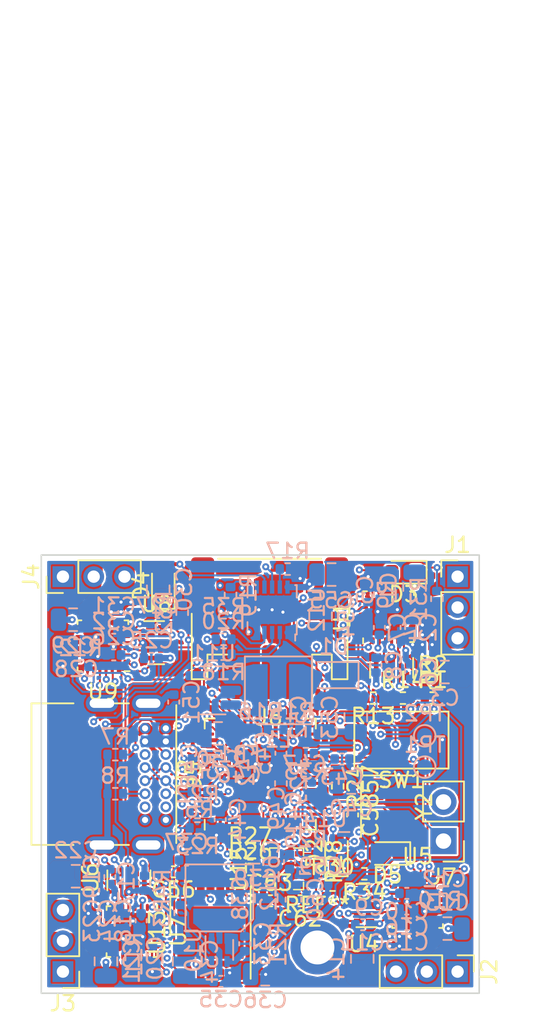
<source format=kicad_pcb>
(kicad_pcb (version 20221018) (generator pcbnew)
  (layers (0 "F.Cu" signal) (1 "In1.Cu" signal) (2 "In2.Cu" signal) (31 "B.Cu" signal) (34 "B.Paste" user) (35 "F.Paste" user) (36 "B.SilkS" user "B.Silkscreen") (37 "F.SilkS" user "F.Silkscreen") (38 "B.Mask" user) (39 "F.Mask" user) (44 "Edge.Cuts" user))
  (net 0 "")
  (net 1 "+BATT")
  (net 2 "Earth")
  (net 3 "/Motor Controller 1/AVDD")
  (net 4 "GNDA")
  (net 5 "Net-(U1-CP)")
  (net 6 "Net-(U1-CSAREF)")
  (net 7 "/Motor Controller 2/AVDD")
  (net 8 "Net-(U5-CSAREF)")
  (net 9 "Net-(U5-CP)")
  (net 10 "/Motor Controller 3/AVDD")
  (net 11 "Net-(U7-CSAREF)")
  (net 12 "Net-(U7-CP)")
  (net 13 "/Motor Controller 4/AVDD")
  (net 14 "Net-(U9-CSAREF)")
  (net 15 "Net-(U9-CP)")
  (net 16 "VCC")
  (net 17 "Net-(U10-SW)")
  (net 18 "Net-(U10-FB)")
  (net 19 "+1V1")
  (net 20 "Net-(U2-ADC_AVDD)")
  (net 21 "VBUS")
  (net 22 "Net-(D1-K)")
  (net 23 "Net-(C57-Pad2)")
  (net 24 "Net-(U2-XIN)")
  (net 25 "Net-(D1-A)")
  (net 26 "Net-(D2-K)")
  (net 27 "Net-(D2-A)")
  (net 28 "Net-(D3-K)")
  (net 29 "Net-(D3-A)")
  (net 30 "Net-(D4-K)")
  (net 31 "Net-(D4-A)")
  (net 32 "Net-(D5-K)")
  (net 33 "Net-(D5-A)")
  (net 34 "Net-(J1-Pin_1)")
  (net 35 "Net-(J1-Pin_2)")
  (net 36 "Net-(J1-Pin_3)")
  (net 37 "Net-(J2-Pin_1)")
  (net 38 "Net-(J2-Pin_2)")
  (net 39 "Net-(J2-Pin_3)")
  (net 40 "Net-(J3-Pin_1)")
  (net 41 "Net-(J3-Pin_2)")
  (net 42 "Net-(J3-Pin_3)")
  (net 43 "Net-(J4-Pin_1)")
  (net 44 "Net-(J4-Pin_2)")
  (net 45 "Net-(J4-Pin_3)")
  (net 46 "Net-(J5-CC1)")
  (net 47 "Net-(J5-D+-PadA6)")
  (net 48 "Net-(J5-D--PadA7)")
  (net 50 "Net-(J5-CC2)")
  (net 53 "/UART0_TX")
  (net 54 "/UART0_RX")
  (net 55 "Net-(U11-SW)")
  (net 56 "/SENSE_SEL_1")
  (net 57 "/SENSE_SEL_0")
  (net 58 "Net-(U2-USB_DP)")
  (net 59 "Net-(U2-USB_DM)")
  (net 60 "/MC1_CS_N")
  (net 61 "/MC2_CS_N")
  (net 62 "/MC3_CS_N")
  (net 63 "/MC4_CS_N")
  (net 64 "/SLEEP_N")
  (net 65 "/FAULT_N")
  (net 66 "Net-(U11-FB)")
  (net 67 "Net-(U12-VSET)")
  (net 68 "Net-(U12-ISET)")
  (net 69 "Net-(U12-CHM_TMR)")
  (net 70 "/CE_N")
  (net 71 "/QSPI_CS")
  (net 72 "Net-(U2-XOUT)")
  (net 73 "/IMU_CS_N")
  (net 74 "/BARO_SDA")
  (net 75 "/BARO_SCL")
  (net 76 "/BARO_INT")
  (net 77 "Net-(U2-TESTEN)")
  (net 78 "Net-(U2-RUN)")
  (net 79 "Net-(U12-TS)")
  (net 80 "Net-(U2-SWCLK)")
  (net 81 "Net-(U2-SWD)")
  (net 82 "Net-(U1-SOC)")
  (net 83 "Net-(U1-SOB)")
  (net 84 "Net-(U1-SOA)")
  (net 87 "/PWM_SYNC")
  (net 88 "/MC_SDO")
  (net 89 "/MC_SDI")
  (net 90 "/MC_SCLK")
  (net 91 "/IMU_INT1")
  (net 92 "/IMU_INT2")
  (net 93 "/IMU_SDO")
  (net 94 "/IMU_SCLK")
  (net 95 "/IMU_SDI")
  (net 96 "/MC1_SENSE")
  (net 97 "/MC2_SENSE")
  (net 98 "/MC3_SENSE")
  (net 99 "/MC4_SENSE")
  (net 100 "Net-(U13-IO3)")
  (net 101 "Net-(U13-CLK)")
  (net 102 "Net-(U13-IO0)")
  (net 103 "Net-(U13-IO2)")
  (net 104 "Net-(U13-IO1)")
  (net 106 "Net-(U4-S1)")
  (net 107 "Net-(U4-S3)")
  (net 109 "Net-(U4-S2)")
  (net 112 "Net-(U6-S1)")
  (net 113 "Net-(U6-S3)")
  (net 115 "Net-(U6-S2)")
  (net 118 "Net-(U8-S1)")
  (net 119 "Net-(U8-S3)")
  (net 121 "Net-(U8-S2)")
  (net 129 "Net-(U10-BST)")
  (footprint "LED_SMD:LED_0603_1608Metric" (layer "F.Cu") (at 155.2302 72.3109 180)
    (fp_text reference "D5")
    (fp_text value "GREEN")
  )
  (footprint "Connector_PinHeader_2.00mm:PinHeader_1x03_P2.00mm_Vertical" (layer "F.Cu") (at 134.1504 79.9808 180)
    (fp_text reference "J3")
    (fp_text value "Motor")
  )
  (footprint "Huff_Custom:QFN-24_EP_3x3_Pitch0.4mm" (layer "F.Cu") (at 155.3044 56.9408 90)
    (fp_text reference "U1")
    (fp_text value "DRV8311P")
  )
  (footprint "Package_SON:USON-10_2.5x1.0mm_P0.5mm" (layer "F.Cu") (at 155.5044 60.4148 -90)
    (fp_text reference "U3")
    (fp_text value "~")
  )
  (footprint "Package_SON:USON-10_2.5x1.0mm_P0.5mm" (layer "F.Cu") (at 153.7164 75.6948 180)
    (fp_text reference "U4")
    (fp_text value "~")
  )
  (footprint "Package_SON:USON-10_2.5x1.0mm_P0.5mm" (layer "F.Cu") (at 140.2244 58.6268)
    (fp_text reference "U8")
    (fp_text value "~")
  )
  (footprint "Huff_Custom:USB_C_Receptacle_CVILUX" (layer "F.Cu") (at 140.8354 64.1858 -90)
    (fp_text reference "J5")
    (fp_text value "USB_C")
  )
  (footprint "Package_SON:USON-10_2.5x1.0mm_P0.5mm" (layer "F.Cu") (at 138.4364 73.9068 90)
    (fp_text reference "U6")
    (fp_text value "~")
  )
  (footprint "Capacitor_SMD:C_0402_1005Metric" (layer "F.Cu") (at 149.5556 75.3805 180)
    (fp_text reference "C62")
    (fp_text value "0.1uF")
  )
  (footprint "Button_Switch_SMD:SW_SPST_CK_RS282G05A3" (layer "F.Cu") (at 156.1429 64.948 180)
    (fp_text reference "SW1")
    (fp_text value "SW_DIP_x01")
  )
  (footprint "Capacitor_SMD:C_0402_1005Metric" (layer "F.Cu") (at 152.9697 69.8093 -90)
    (fp_text reference "C58")
    (fp_text value "30pF")
  )
  (footprint "Huff_Custom:QFN-24_EP_3x3_Pitch0.4mm" (layer "F.Cu") (at 157.1904 75.4948)
    (fp_text reference "U5")
    (fp_text value "DRV8311P")
  )
  (footprint "Package_LGA:Bosch_LGA-8_2x2.5mm_P0.65mm_ClockwisePinNumbering" (layer "F.Cu") (at 148.682 73.3075 90)
    (fp_text reference "U15")
    (fp_text value "DPS310XTSA1")
  )
  (footprint "Resistor_SMD:R_0402_1005Metric" (layer "F.Cu") (at 158.1708 62.2233)
    (fp_text reference "R1")
    (fp_text value "10K")
  )
  (footprint "Connector_PinHeader_2.54mm:PinHeader_1x02_P2.54mm_Vertical" (layer "F.Cu") (at 158.8745 71.5062 180)
    (fp_text reference "J7")
    (fp_text value "Conn_01x02_Pin")
  )
  (footprint "Resistor_SMD:R_0402_1005Metric" (layer "F.Cu") (at 150.5996 72.8425 -90)
    (fp_text reference "R28")
    (fp_text value "10K")
  )
  (footprint "Capacitor_SMD:C_0402_1005Metric" (layer "F.Cu") (at 152.9697 67.9857 -90)
    (fp_text reference "C57")
    (fp_text value "30pF")
  )
  (footprint "Package_DFN_QFN:QFN-56-1EP_7x7mm_P0.4mm_EP3.2x3.2mm" (layer "F.Cu") (at 146.9704 67.1608 90)
    (fp_text reference "U2")
    (fp_text value "RP2040")
  )
  (footprint "Connector_PinHeader_2.00mm:PinHeader_1x03_P2.00mm_Vertical" (layer "F.Cu") (at 159.7904 54.3408)
    (fp_text reference "J1")
    (fp_text value "Motor")
  )
  (footprint "Capacitor_SMD:C_0402_1005Metric" (layer "F.Cu") (at 141.3312 73.5009 180)
    (fp_text reference "C56")
    (fp_text value "0.1uF")
  )
  (footprint "Resistor_SMD:R_0402_1005Metric" (layer "F.Cu") (at 156.2364 62.2233)
    (fp_text reference "R14")
    (fp_text value "10K")
  )
  (footprint "LED_SMD:LED_0603_1608Metric" (layer "F.Cu") (at 140.6712 54.9433 90)
    (fp_text reference "D4")
    (fp_text value "GREEN")
  )
  (footprint "LED_SMD:LED_0603_1608Metric" (layer "F.Cu") (at 156.2921 54.0544 180)
    (fp_text reference "D3")
    (fp_text value "GREEN")
  )
  (footprint "Resistor_SMD:R_0402_1005Metric" (layer "F.Cu") (at 146.3304 73.3485)
    (fp_text reference "R26")
    (fp_text value "10K")
  )
  (footprint "LED_SMD:LED_0603_1608Metric" (layer "F.Cu") (at 151.9204 72.307 90)
    (fp_text reference "D2")
    (fp_text value "GREEN")
  )
  (footprint "Resistor_SMD:R_0402_1005Metric" (layer "F.Cu") (at 146.3304 72.3325)
    (fp_text reference "R27")
    (fp_text value "10K")
  )
  (footprint "Capacitor_SMD:C_0402_1005Metric" (layer "F.Cu") (at 147.6304 75.3805)
    (fp_text reference "C63")
    (fp_text value "0.1uF")
  )
  (footprint "Resistor_SMD:R_0402_1005Metric" (layer "F.Cu") (at 151.6644 74.3645)
    (fp_text reference "R30")
    (fp_text value "10K")
  )
  (footprint "Crystal:Crystal_SMD_Abracon_ABM8AIG-4Pin_3.2x2.5mm" (layer "F.Cu") (at 155.1669 69.2453 -90)
    (fp_text reference "Y2")
    (fp_text value "12MHz")
  )
  (footprint "Resistor_SMD:R_0402_1005Metric" (layer "F.Cu") (at 153.7337 73.6317 180)
    (fp_text reference "R34")
    (fp_text value "10K")
  )
  (footprint "MountingHole:MountingHole_2.2mm_M2_ISO7380_Pad" (layer "F.Cu") (at 150.6858 78.4126)
    (fp_text reference "REF**")
    (fp_text value "MountingHole_2.2mm_M2_ISO7380_Pad")
  )
  (footprint "Connector_PinHeader_2.00mm:PinHeader_1x03_P2.00mm_Vertical" (layer "F.Cu") (at 134.1504 54.3408 90)
    (fp_text reference "J4")
    (fp_text value "Motor")
  )
  (footprint "Resistor_SMD:R_0402_1005Metric" (layer "F.Cu") (at 152.0045 67.9557 -90)
    (fp_text reference "R24")
    (fp_text value "1K")
  )
  (footprint "Connector_JST:JST_PH_S3B-PH-SM4-TB_1x03-1MP_P2.00mm_Horizontal" (layer "F.Cu") (at 147.5781 57.688 180)
    (fp_text reference "J6")
    (fp_text value "Battery")
  )
  (footprint "Package_SON:WSON-8-1EP_6x5mm_P1.27mm_EP3.4x4.3mm" (layer "F.Cu") (at 143.7361 77.4448 90)
    (fp_text reference "U13")
    (fp_text value "128MBIT")
  )
  (footprint "Resistor_SMD:R_0402_1005Metric" (layer "F.Cu") (at 154.31 62.2233 180)
    (fp_text reference "R13")
    (fp_text value "10K")
  )
  (footprint "Resistor_SMD:R_0402_1005Metric" (layer "F.Cu") (at 158.1708 61.2073)
    (fp_text reference "R2")
    (fp_text value "10K")
  )
  (footprint "Huff_Custom:QFN-24_EP_3x3_Pitch0.4mm" (layer "F.Cu") (at 138.6364 77.3808 -90)
    (fp_text reference "U7")
    (fp_text value "DRV8311P")
  )
  (footprint "Huff_Custom:QFN-24_EP_3x3_Pitch0.4mm" (layer "F.Cu") (at 136.7504 58.8268 180)
    (fp_text reference "U9")
    (fp_text value "DRV8311P")
  )
  (footprint "Connector_PinHeader_2.00mm:PinHeader_1x03_P2.00mm_Vertical" (layer "F.Cu") (at 159.7904 79.9808 -90)
    (fp_text reference "J2")
    (fp_text value "Motor")
  )
  (footprint "Capacitor_SMD:C_0402_1005Metric" (layer "B.Cu") (at 140.3134 57.3888 180)
    (fp_text reference "C27")
    (fp_text value "0.1uF")
  )
  (footprint "Capacitor_SMD:C_0805_2012Metric" (layer "B.Cu") (at 147.3599 75.2158 -90)
    (fp_text reference "C38")
    (fp_text value "10uF")
  )
  (footprint "Capacitor_SMD:C_0402_1005Metric" (layer "B.Cu") (at 154.044 74.678801)
    (fp_text reference "C9")
    (fp_text value "0.1uF")
  )
  (footprint "Capacitor_SMD:C_0603_1608Metric" (layer "B.Cu") (at 135.0204 58.9128)
    (fp_text reference "C28")
    (fp_text value "4.7uF")
  )
  (footprint "Capacitor_SMD:C_0402_1005Metric" (layer "B.Cu") (at 144.3704 70.1183 90)
    (fp_text reference "C44")
    (fp_text value "0.1uF")
  )
  (footprint "Huff_Custom:EXLA1V04" (layer "B.Cu") (at 148.1469 61.7222 90)
    (fp_text reference "L1")
    (fp_text value "4.7uH")
  )
  (footprint "Capacitor_SMD:C_0402_1005Metric" (layer "B.Cu") (at 142.1809 72.7418 180)
    (fp_text reference "C37")
    (fp_text value "DNP")
  )
  (footprint "Resistor_SMD:R_0402_1005Metric" (layer "B.Cu") (at 135.2948 60.1508 180)
    (fp_text reference "R12")
    (fp_text value "10K")
  )
  (footprint "Resistor_SMD:R_0402_1005Metric" (layer "B.Cu") (at 158.4512 55.7796 -90)
    (fp_text reference "R31")
    (fp_text value "10K")
  )
  (footprint "Capacitor_SMD:C_0402_1005Metric" (layer "B.Cu") (at 139.2304 76.6828 -90)
    (fp_text reference "C18")
    (fp_text value "0.1uF")
  )
  (footprint "Capacitor_SMD:C_0805_2012Metric" (layer "B.Cu") (at 134.8144 57.134801)
    (fp_text reference "C29")
    (fp_text value "10uF")
  )
  (footprint "Capacitor_SMD:C_0402_1005Metric" (layer "B.Cu") (at 137.448399 57.3888 180)
    (fp_text reference "C31")
    (fp_text value "0.1uF")
  )
  (footprint "Resistor_SMD:R_0402_1005Metric" (layer "B.Cu") (at 144.5897 59.3725)
    (fp_text reference "R18")
    (fp_text value "375")
  )
  (footprint "Resistor_SMD:R_0402_1005Metric" (layer "B.Cu") (at 145.04 55.5296 90)
    (fp_text reference "R19")
    (fp_text value "100K")
  )
  (footprint "Capacitor_SMD:C_0402_1005Metric" (layer "B.Cu") (at 139.452399 74.2344 -90)
    (fp_text reference "C17")
    (fp_text value "0.1uF")
  )
  (footprint "Resistor_SMD:R_0402_1005Metric" (layer "B.Cu") (at 146.9599 64.2622 180)
    (fp_text reference "R16")
    (fp_text value "10K")
  )
  (footprint "Resistor_SMD:R_0402_1005Metric" (layer "B.Cu") (at 145.5968 67.0493 180)
    (fp_text reference "FB1")
    (fp_text value "30 Ohm")
  )
  (footprint "Diode_SMD:D_SOD-323" (layer "B.Cu") (at 151.7457 60.7316 180)
    (fp_text reference "D1")
    (fp_text value "20V, 1A")
  )
  (footprint "Resistor_SMD:R_0402_1005Metric" (layer "B.Cu") (at 141.7719 76.1688 -90)
    (fp_text reference "R3")
    (fp_text value "10K")
  )
  (footprint "Capacitor_SMD:C_0402_1005Metric" (layer "B.Cu") (at 137.4484 58.4048 180)
    (fp_text reference "C32")
    (fp_text value "0.1uF")
  )
  (footprint "Capacitor_SMD:C_0402_1005Metric" (layer "B.Cu") (at 152.2849 66.1798)
    (fp_text reference "C43")
    (fp_text value "0.1uF")
  )
  (footprint "Capacitor_SMD:C_0402_1005Metric" (layer "B.Cu") (at 156.7424 60.5038 90)
    (fp_text reference "C6")
    (fp_text value "0.1uF")
  )
  (footprint "Resistor_SMD:R_0402_1005Metric" (layer "B.Cu") (at 146.9789 78.2048 90)
    (fp_text reference "R21")
    (fp_text value "0")
  )
  (footprint "Resistor_SMD:R_0402_1005Metric" (layer "B.Cu") (at 142.887 70.661)
    (fp_text reference "R23")
    (fp_text value "DNP")
  )
  (footprint "Resistor_SMD:R_0402_1005Metric" (layer "B.Cu") (at 144.5897 58.4073 180)
    (fp_text reference "R20")
    (fp_text value "10K")
  )
  (footprint "Resistor_SMD:R_0402_1005Metric" (layer "B.Cu") (at 149.8864 70.2243)
    (fp_text reference "R25")
    (fp_text value "10K")
  )
  (footprint "Capacitor_SMD:C_0805_2012Metric" (layer "B.Cu") (at 153.5994 79.1528 -90)
    (fp_text reference "C14")
    (fp_text value "10uF")
  )
  (footprint "Resistor_SMD:R_0402_1005Metric" (layer "B.Cu") (at 142.568 66.6456 90)
    (fp_text reference "R5")
    (fp_text value "27.4")
  )
  (footprint "Capacitor_SMD:C_0805_2012Metric" (layer "B.Cu") (at 151.1447 63.4646 -90)
    (fp_text reference "C52")
    (fp_text value "10uF")
  )
  (footprint "Resistor_SMD:R_0402_1005Metric" (layer "B.Cu") (at 144.5897 57.4421 180)
    (fp_text reference "R35")
    (fp_text value "10K")
  )
  (footprint "Package_TO_SOT_SMD:SOT-23-6" (layer "B.Cu") (at 143.9139 61.7222 180)
    (fp_text reference "U11")
    (fp_text value "TLV61048")
  )
  (footprint "Capacitor_SMD:C_0402_1005Metric" (layer "B.Cu") (at 137.1984 76.682801 -90)
    (fp_text reference "C23")
    (fp_text value "0.1uF")
  )
  (footprint "Package_SON:VSON-10-1EP_3x3mm_P0.5mm_EP1.65x2.4mm" (layer "B.Cu") (at 147.7413 56.4912 90)
    (fp_text reference "U12")
    (fp_text value "BQ25171-Q1")
  )
  (footprint "Resistor_SMD:R_0402_1005Metric" (layer "B.Cu") (at 137.553 68.4358 180)
    (fp_text reference "R8")
    (fp_text value "5.1K")
  )
  (footprint "Capacitor_SMD:C_0805_2012Metric" (layer "B.Cu") (at 159.1264 77.186799 180)
    (fp_text reference "C13")
    (fp_text value "10uF")
  )
  (footprint "Resistor_SMD:R_0402_1005Metric" (layer "B.Cu") (at 148.7513 53.8478 180)
    (fp_text reference "R17")
    (fp_text value "3.6K")
  )
  (footprint "Capacitor_SMD:C_0402_1005Metric" (layer "B.Cu") (at 156.492401 76.9328)
    (fp_text reference "C15")
    (fp_text value "0.1uF")
  )
  (footprint "Resistor_SMD:R_0402_1005Metric" (layer "B.Cu") (at 149.9372 65.8301)
    (fp_text reference "R33")
    (fp_text value "10K")
  )
  (footprint "Capacitor_SMD:C_0402_1005Metric" (layer "B.Cu") (at 137.4484 59.4208 180)
    (fp_text reference "C26")
    (fp_text value "0.1uF")
  )
  (footprint "Capacitor_SMD:C_0805_2012Metric" (layer "B.Cu") (at 147.2939 80.1498)
    (fp_text reference "C36")
    (fp_text value "10uF")
  )
  (footprint "Capacitor_SMD:C_0805_2012Metric" (layer "B.Cu") (at 144.2289 64.5162)
    (fp_text reference "C50")
    (fp_text value "10uF")
  )
  (footprint "Capacitor_SMD:C_0402_1005Metric" (layer "B.Cu") (at 139.8968 59.642799 180)
    (fp_text reference "C25")
    (fp_text value "0.1uF")
  )
  (footprint "Capacitor_SMD:C_0805_2012Metric" (layer "B.Cu") (at 136.944401 79.3168 90)
    (fp_text reference "C21")
    (fp_text value "10uF")
  )
  (footprint "Capacitor_SMD:C_0402_1005Metric" (layer "B.Cu") (at 156.4924 74.9008)
    (fp_text reference "C10")
    (fp_text value "0.1uF")
  )
  (footprint "TestPoint:TestPoint_Pad_D1.0mm" (layer "B.Cu") (at 157.6549 64.6718 180)
    (fp_text reference "TP2")
    (fp_text value "TestPoint")
  )
  (footprint "Resistor_SMD:R_0402_1005Metric" (layer "B.Cu") (at 148.9919 64.2622 180)
    (fp_text reference "R15")
    (fp_text value "115K")
  )
  (footprint "Capacitor_SMD:C_0402_1005Metric" (layer "B.Cu") (at 141.3485 62.4816 90)
    (fp_text reference "C51")
    (fp_text value "0.1uF")
  )
  (footprint "Capacitor_SMD:C_0805_2012Metric" (layer "B.Cu") (at 142.0259 79.3268 90)
    (fp_text reference "C34")
    (fp_text value "10uF")
  )
  (footprint "Capacitor_SMD:C_0402_1005Metric" (layer "B.Cu") (at 155.7264 57.6388 90)
    (fp_text reference "C4")
    (fp_text value "0.1uF")
  )
  (footprint "Capacitor_SMD:C_0402_1005Metric" (layer "B.Cu") (at 138.2144 76.6828 -90)
    (fp_text reference "C24")
    (fp_text value "0.1uF")
  )
  (footprint "Capacitor_SMD:C_0402_1005Metric" (layer "B.Cu") (at 147.9704 69.7067 90)
    (fp_text reference "C41")
    (fp_text value "0.1uF")
  )
  (footprint "Capacitor_SMD:C_0402_1005Metric" (layer "B.Cu") (at 147.2244 66.5284 -90)
    (fp_text reference "C42")
    (fp_text value "0.1uF")
  )
  (footprint "Capacitor_SMD:C_0402_1005Metric" (layer "B.Cu") (at 148.3136 65.8021 -90)
    (fp_text reference "C45")
    (fp_text value "0.1uF")
  )
  (footprint "Capacitor_SMD:C_0402_1005Metric" (layer "B.Cu") (at 143.5332 66.6248 -90)
    (fp_text reference "C48")
    (fp_text value "0.1uF")
  )
  (footprint "Resistor_SMD:R_0402_1005Metric" (layer "B.Cu") (at 143.0229 68.2939)
    (fp_text reference "R6")
    (fp_text value "27.4")
  )
  (footprint "Resistor_SMD:R_0402_1005Metric" (layer "B.Cu") (at 137.553 65.8958 180)
    (fp_text reference "R7")
    (fp_text value "5.1K")
  )
  (footprint "Capacitor_SMD:C_0402_1005Metric" (layer "B.Cu") (at 156.4924 75.9168)
    (fp_text reference "C16")
    (fp_text value "0.1uF")
  )
  (footprint "Capacitor_SMD:C_0805_2012Metric" (layer "B.Cu") (at 152.8819 67.7038)
    (fp_text reference "C40")
    (fp_text value "10uF")
  )
  (footprint "Capacitor_SMD:C_0402_1005Metric" (layer "B.Cu") (at 154.4884 60.0872 90)
    (fp_text reference "C8")
    (fp_text value "0.1uF")
  )
  (footprint "Resistor_SMD:R_0402_1005Metric" (layer "B.Cu") (at 141.8993 56.6821 -90)
    (fp_text reference "R32")
    (fp_text value "10K")
  )
  (footprint "Capacitor_SMD:C_0603_1608Metric" (layer "B.Cu") (at 149.1264 75.3043 90)
    (fp_text reference "C60")
    (fp_text value "4.7uF")
  )
  (footprint "Capacitor_SMD:C_0805_2012Metric" (layer "B.Cu") (at 156.9964 55.0048 -90)
    (fp_text reference "C1")
    (fp_text value "10uF")
  )
  (footprint "Capacitor_SMD:C_0805_2012Metric" (layer "B.Cu") (at 146.3439 69.3636 90)
    (fp_text reference "C49")
    (fp_text value "10uF")
  )
  (footprint "Capacitor_SMD:C_0805_2012Metric" (layer "B.Cu") (at 150.8909 56.9189 90)
    (fp_text reference "C54")
    (fp_text value "10uF")
  )
  (footprint "Capacitor_SMD:C_0402_1005Metric" (layer "B.Cu") (at 148.8724 72.8405 -90)
    (fp_text reference "C61")
    (fp_text value "0.1uF")
  )
  (footprint "Resistor_SMD:R_0402_1005Metric" (layer "B.Cu") (at 148.3136 67.7674 90)
    (fp_text reference "R29")
    (fp_text value "DNP")
  )
  (footprint "Capacitor_SMD:C_0603_1608Metric" (layer "B.Cu") (at 138.7224 79.1108 90)
    (fp_text reference "C20")
    (fp_text value "4.7uF")
  )
  (footprint "Capacitor_SMD:C_0402_1005Metric" (layer "B.Cu") (at 156.7424 57.6388 90)
    (fp_text reference "C2")
    (fp_text value "0.1uF")
  )
  (footprint "Capacitor_SMD:C_0603_1608Metric" (layer "B.Cu") (at 155.2184 55.2108 -90)
    (fp_text reference "C5")
    (fp_text value "4.7uF")
  )
  (footprint "Capacitor_SMD:C_0402_1005Metric" (layer "B.Cu") (at 145.6047 66.0464)
    (fp_text reference "C46")
    (fp_text value "0.1uF")
  )
  (footprint "Capacitor_SMD:C_0805_2012Metric" (layer "B.Cu") (at 140.3414 55.1688 90)
    (fp_text reference "C30")
    (fp_text value "10uF")
  )
  (footprint "Capacitor_SMD:C_0805_2012Metric" (layer "B.Cu") (at 134.9784 73.7898 180)
    (fp_text reference "C22")
    (fp_text value "10uF")
  )
  (footprint "Capacitor_SMD:C_0402_1005Metric" (layer "B.Cu") (at 150.9044 74.2883 180)
    (fp_text reference "C59")
    (fp_text value "0.1uF")
  )
  (footprint "Capacitor_SMD:C_0805_2012Metric" (layer "B.Cu") (at 146.6639 72.2338)
    (fp_text reference "C39")
    (fp_text value "10uF")
  )
  (footprint "Capacitor_SMD:C_0402_1005Metric" (layer "B.Cu") (at 153.6274 76.9328)
    (fp_text reference "C11")
    (fp_text value "0.1uF")
  )
  (footprint "Capacitor_SMD:C_0402_1005Metric" (layer "B.Cu") (at 144.4109 80.6158)
    (fp_text reference "C35")
    (fp_text value "0.1uF")
  )
  (footprint "Resistor_SMD:R_0402_1005Metric" (layer "B.Cu") (at 141.7719 74.2638 -90)
    (fp_text reference "R4")
    (fp_text value "31K")
  )
  (footprint "Package_LGA:LGA-14_3x2.5mm_P0.5mm_LayoutBorder3x4y" (layer "B.Cu") (at 151.1584 72.2798 180)
    (fp_text reference "U14")
    (fp_text value "ICM-42670-P")
  )
  (footprint "Resistor_SMD:R_0402_1005Metric" (layer "B.Cu") (at 158.646 74.1708)
    (fp_text reference "R10")
    (fp_text value "10K")
  )
  (footprint "Capacitor_SMD:C_0402_1005Metric" (layer "B.Cu") (at 137.1984 73.8178 -90)
    (fp_text reference "C19")
    (fp_text value "0.1uF")
  )
  (footprint "Capacitor_SMD:C_0402_1005Metric" (layer "B.Cu") (at 149.8432 67.6688 180)
    (fp_text reference "C47")
    (fp_text value "0.1uF")
  )
  (footprint "Capacitor_SMD:C_0402_1005Metric" (layer "B.Cu") (at 154.7104 57.6388 90)
    (fp_text reference "C7")
    (fp_text value "0.1uF")
  )
  (footprint "Resistor_SMD:R_0402_1005Metric" (layer "B.Cu") (at 153.9804 55.4852 90)
    (fp_text reference "R9")
    (fp_text value "10K")
  )
  (footprint "Capacitor_SMD:C_0805_2012Metric" (layer "B.Cu") (at 153.1767 63.4646 -90)
    (fp_text reference "C53")
    (fp_text value "10uF")
  )
  (footprint "Capacitor_SMD:C_0603_1608Metric" (layer "B.Cu") (at 158.9204 75.4088 180)
    (fp_text reference "C12")
    (fp_text value "4.7uF")
  )
  (footprint "Package_TO_SOT_SMD:SOT-563" (layer "B.Cu") (at 144.3119 78.5718 -90)
    (fp_text reference "U10")
    (fp_text value "TPS563207S")
  )
  (footprint "Resistor_SMD:R_0402_1005Metric" (layer "B.Cu") (at 139.9604 78.8364 -90)
    (fp_text reference "R11")
    (fp_text value "10K")
  )
  (footprint "Capacitor_SMD:C_0805_2012Metric" (layer "B.Cu") (at 158.9624 60.5318)
    (fp_text reference "C3")
    (fp_text value "10uF")
  )
  (footprint "Capacitor_SMD:C_0402_1005Metric" (layer "B.Cu") (at 145.9629 78.1748 90)
    (fp_text reference "C33")
    (fp_text value "0.1uF")
  )
  (footprint "Resistor_SMD:R_0402_1005Metric" (layer "B.Cu") (at 142.887 69.645 180)
    (fp_text reference "R22")
    (fp_text value "DNP")
  )
  (footprint "Huff_Custom:EXLA1V04" (layer "B.Cu") (at 144.3119 75.1968 180)
    (fp_text reference "L2")
    (fp_text value "4.7uH")
  )
  (footprint "TestPoint:TestPoint_Pad_D1.0mm" (layer "B.Cu") (at 157.6549 66.7038 180)
    (fp_text reference "TP1")
    (fp_text value "TestPoint")
  )
  (footprint "Capacitor_SMD:C_0805_2012Metric" (layer "B.Cu") (at 151.6029 54.2034)
    (fp_text reference "C55")
    (fp_text value "10uF")
  )
  (gr_rect (start 132.7464 52.9368) (end 161.1944 81.3848) (stroke (width 0.1016)) (fill none) (layer "Edge.Cuts"))
  (segment (start 145.937597 58.2168) (end 146.227394 57.927003) (width 0.127) (layer "F.Cu") (net 1))
  (segment (start 145.5988 55.2766) (end 145.5988 55.5752) (width 0.4064) (layer "F.Cu") (net 1))
  (segment (start 144.4244 56.521337) (end 144.808537 56.1372) (width 0.4064) (layer "F.Cu") (net 1))
  (segment (start 145.5004 56.1372) (end 145.5988 56.2356) (width 0.4064) (layer "F.Cu") (net 1))
  (segment (start 144.808537 56.1372) (end 145.5004 56.1372) (width 0.4064) (layer "F.Cu") (net 1))
  (segment (start 145.5781 60.538) (end 145.5781 58.3184) (width 0.127) (layer "F.Cu") (net 1))
  (segment (start 144.3649 54.9148) (end 144.8998 55.4497) (width 0.127) (layer "F.Cu") (net 1))
  (segment (start 144.4244 56.5912) (end 144.4244 56.521337) (width 0.4064) (layer "F.Cu") (net 1))
  (segment (start 137.7504 57.2618) (end 138.3094 57.2618) (width 0.127) (layer "F.Cu") (net 1))
  (segment (start 156.8694 57.9408) (end 156.8694 58.4998) (width 0.127) (layer "F.Cu") (net 1))
  (segment (start 144.8998 55.4497) (end 145.5781 55.4497) (width 0.127) (layer "F.Cu") (net 1))
  (segment (start 145.5781 56.2356) (end 144.78 56.2356) (width 0.127) (layer "F.Cu") (net 1))
  (segment (start 144.3649 54.9148) (end 145.0253 55.5752) (width 0.4064) (layer "F.Cu") (net 1))
  (segment (start 145.835997 58.3184) (end 145.5781 58.3184) (width 0.4064) (layer "F.Cu") (net 1))
  (segment (start 137.0714 76.3808) (end 137.0714 75.8218) (width 0.127) (layer "F.Cu") (net 1))
  (segment (start 145.5781 56.2356) (end 145.5781 55.4497) (width 0.127) (layer "F.Cu") (net 1))
  (segment (start 145.0253 55.5752) (end 145.5988 55.5752) (width 0.4064) (layer "F.Cu") (net 1))
  (segment (start 145.5781 58.3184) (end 145.5781 58.2168) (width 0.127) (layer "F.Cu") (net 1))
  (segment (start 145.5988 56.2356) (end 145.5988 55.5752) (width 0.4064) (layer "F.Cu") (net 1))
  (segment (start 144.78 56.2356) (end 144.4244 56.5912) (width 0.127) (layer "F.Cu") (net 1))
  (segment (start 145.796 55.0794) (end 145.5988 55.2766) (width 0.4064) (layer "F.Cu") (net 1))
  (segment (start 145.796 55.2318) (end 145.5781 55.4497) (width 0.127) (layer "F.Cu") (net 1))
  (segment (start 145.5781 58.2168) (end 145.5781 56.2356) (width 0.127) (layer "F.Cu") (net 1))
  (segment (start 146.227394 57.927003) (end 145.835997 58.3184) (width 0.4064) (layer "F.Cu") (net 1))
  (segment (start 156.1904 77.0598) (end 155.6314 77.0598) (width 0.127) (layer "F.Cu") (net 1))
  (segment (start 145.5781 58.2168) (end 145.937597 58.2168) (width 0.127) (layer "F.Cu") (net 1))
  (segment (start 145.5781 60.538) (end 145.5988 60.5173) (width 0.4064) (layer "F.Cu") (net 1))
  (segment (start 145.796 55.0794) (end 145.796 55.2318) (width 0.127) (layer "F.Cu") (net 1))
  (segment (start 145.5988 60.5173) (end 145.5988 56.2356) (width 0.4064) (layer "F.Cu") (net 1))
  (via (at 140.9192 79.110306) (size 0.4572) (drill 0.2032) (layers "F.Cu" "B.Cu") (net 1))
  (via (at 144.4244 56.5912) (size 0.4572) (drill 0.2032) (layers "F.Cu" "B.Cu") (net 1))
  (via (at 137.0714 75.5678) (size 0.4572) (drill 0.2032) (layers "F.Cu" "B.Cu") (net 1))
  (via (at 154.7424 77.6948) (size 0.4572) (drill 0.2032) (layers "F.Cu" "B.Cu") (net 1))
  (via (at 146.227394 57.927003) (size 0.4572) (drill 0.2032) (layers "F.Cu" "B.Cu") (net 1))
  (via (at 136.4364 75.5678) (size 0.4572) (drill 0.2032) (layers "F.Cu" "B.Cu") (net 1))
  (via (at 144.3649 54.9148) (size 0.4572) (drill 0.2032) (layers "F.Cu" "B.Cu") (net 1))
  (via (at 156.8694 58.7538) (size 0.4572) (drill 0.2032) (layers "F.Cu" "B.Cu") (net 1))
  (via (at 155.3774 77.6948) (size 0.4572) (drill 0.2032) (layers "F.Cu" "B.Cu") (net 1))
  (via (at 156.9964 54.9438) (size 0.4572) (drill 0.2032) (layers "F.Cu" "B.Cu") (net 1))
  (via (at 150.168031 54.82108) (size 0.4572) (drill 0.2032) (layers "F.Cu" "B.Cu") (net 1))
  (via (at 138.5634 57.2618) (size 0.4572) (drill 0.2032) (layers "F.Cu" "B.Cu") (net 1))
  (via (at 145.796 55.0794) (size 0.4572) (drill 0.2032) (layers "F.Cu" "B.Cu") (net 1))
  (via (at 155.3774 77.0598) (size 0.4572) (drill 0.2032) (layers "F.Cu" "B.Cu") (net 1))
  (via (at 157.5044 58.7538) (size 0.4572) (drill 0.2032) (layers "F.Cu" "B.Cu") (net 1))
  (via (at 157.5044 59.3888) (size 0.4572) (drill 0.2032) (layers "F.Cu" "B.Cu") (net 1))
  (via (at 134.7534 57.1348) (size 0.4572) (drill 0.2032) (layers "F.Cu" "B.Cu") (net 1))
  (via (at 136.4364 74.9328) (size 0.4572) (drill 0.2032) (layers "F.Cu" "B.Cu") (net 1))
  (via (at 138.5634 56.6268) (size 0.4572) (drill 0.2032) (layers "F.Cu" "B.Cu") (net 1))
  (via (at 139.1984 56.6268) (size 0.4572) (drill 0.2032) (layers "F.Cu" "B.Cu") (net 1))
  (via (at 147.1676 79.3496) (size 0.4572) (drill 0.2032) (layers "F.Cu" "B.Cu") (net 1))
  (via (at 159.1874 77.1868) (size 0.4572) (drill 0.2032) (layers "F.Cu" "B.Cu") (net 1))
  (via (at 136.9444 79.3778) (size 0.4572) (drill 0.2032) (layers "F.Cu" "B.Cu") (net 1))
  (segment (start 156.9964 54.0548) (end 156.9964 54.9438) (width 0.4064) (layer "B.Cu") (net 1))
  (segment (start 147.1676 79.3496) (end 147.1441 79.3496) (width 0.4064) (layer "B.Cu") (net 1))
  (segment (start 146.3439 80.1498) (end 146.3439 79.9528) (width 0.127) (layer "B.Cu") (net 1))
  (segment (start 150.168031 54.82108) (end 149.969511 55.0196) (width 0.4064) (layer "B.Cu") (net 1))
  (segment (start 149.969511 55.0196) (end 148.7447 55.0196) (width 0.4064) (layer "B.Cu") (net 1))
  (segment (start 144.3119 78.5872) (end 144.3004 78.5757) (width 0.127) (layer "B.Cu") (net 1))
  (segment (start 133.8644 57.1348) (end 134.7534 57.1348) (width 0.4064) (layer "B.Cu") (net 1))
  (segment (start 142.3649 80.6158) (end 142.0259 80.2768) (width 0.4064) (layer "B.Cu") (net 1))
  (segment (start 146.3439 80.1498) (end 146.3094 80.1153) (width 0.127) (layer "B.Cu") (net 1))
  (segment (start 155.7264 58.1188) (end 156.7424 58.1188) (width 0.4064) (layer "B.Cu") (net 1))
  (segment (start 143.9309 80.6158) (end 142.3649 80.6158) (width 0.4064) (layer "B.Cu") (net 1))
  (segment (start 143.8119 78.2228) (end 143.8119 77.8218) (width 0.127) (layer "B.Cu") (net 1))
  (segment (start 138.2144 76.2028) (end 137.1984 76.2028) (width 0.4064) (layer "B.Cu") (net 1))
  (segment (start 136.9444 80.2668) (end 136.9444 79.3778) (width 0.4064) (layer "B.Cu") (net 1))
  (segment (start 144.3004 78.5757) (end 144.1648 78.5757) (width 0.127) (layer "B.Cu") (net 1))
  (segment (start 150.168031 54.82108) (end 150.168031 54.688269) (width 0.4064) (layer "B.Cu") (net 1))
  (segment (start 144.3119 80.2348) (end 144.3119 79.3218) (width 0.4064) (layer "B.Cu") (net 1))
  (segment (start 144.018 78.5876) (end 143.8117 78.3813) (width 0.4064) (layer "B.Cu") (net 1))
  (segment (start 143.8117 78.3813) (end 143.8117 77.8218) (width 0.4064) (layer "B.Cu") (net 1))
  (segment (start 148.7447 55.0196) (end 148.7413 55.0162) (width 0.4064) (layer "B.Cu") (net 1))
  (segment (start 150.168031 54.688269) (end 150.6529 54.2034) (width 0.4064) (layer "B.Cu") (net 1))
  (segment (start 156.0124 75.9168) (end 156.0124 76.9328) (width 0.4064) (layer "B.Cu") (net 1))
  (segment (start 144.3119 78.6664) (end 144.2331 78.5876) (width 0.4064) (layer "B.Cu") (net 1))
  (segment (start 160.0764 77.1868) (end 159.1874 77.1868) (width 0.4064) (layer "B.Cu") (net 1))
  (segment (start 143.9309 80.6158) (end 144.3119 80.2348) (width 0.4064) (layer "B.Cu") (net 1))
  (segment (start 137.9284 58.4048) (end 137.9284 57.3888) (width 0.4064) (layer "B.Cu") (net 1))
  (segment (start 144.1648 78.5757) (end 143.8119 78.2228) (width 0.127) (layer "B.Cu") (net 1))
  (segment (start 147.1441 79.3496) (end 146.3439 80.1498) (width 0.4064) (layer "B.Cu") (net 1))
  (segment (start 144.3119 79.3218) (end 144.3119 78.5872) (width 0.127) (layer "B.Cu") (net 1))
  (segment (start 144.2331 78.5876) (end 144.018 78.5876) (width 0.4064) (layer "B.Cu") (net 1))
  (segment (start 144.3119 79.3218) (end 144.3119 78.6664) (width 0.4064) (layer "B.Cu") (net 1))
  (segment (start 147.7397 56.4928) (end 147.7413 56.4912) (width 0.4064) (layer "F.Cu") (net 2))
  (segment (start 149.126537 54.4608) (end 149.5612 54.4608) (width 0.4064) (layer "F.Cu") (net 2))
  (segment (start 147.8953 56.6452) (end 147.7413 56.4912) (width 0.4064) (layer "F.Cu") (net 2))
  (segment (start 148.4436 56.6452) (end 147.8953 56.6452) (width 0.4064) (layer "F.Cu") (net 2))
  (segment (start 149.352 58.42) (end 148.4436 57.5116) (width 0.4064) (layer "F.Cu") (net 2))
  (segment (start 148.4436 55.143737) (end 149.126537 54.4608) (width 0.4064) (layer "F.Cu") (net 2))
  (segment (start 149.5781 58.6461) (end 149.352 58.42) (width 0.4064) (layer "F.Cu") (net 2))
  (segment (start 146.8688 56.4928) (end 147.7397 56.4928) (width 0.4064) (layer "F.Cu") (net 2))
  (segment (start 148.4436 56.6452) (end 148.4436 55.143737) (width 0.4064) (layer "F.Cu") (net 2))
  (segment (start 149.5781 60.538) (end 149.5781 58.6461) (width 0.4064) (layer "F.Cu") (net 2))
  (segment (start 148.4436 57.5116) (end 148.4436 56.6452) (width 0.4064) (layer "F.Cu") (net 2))
  (via (at 135.8014 76.2028) (size 0.4572) (drill 0.2032) (layers "F.Cu" "B.Cu") (net 2))
  (via (at 136.4364 76.2028) (size 0.4572) (drill 0.2032) (layers "F.Cu" "B.Cu") (net 2))
  (via (at 145.04 56.696) (size 0.4572) (drill 0.2032) (layers "F.Cu" "B.Cu") (net 2))
  (via (at 136.4364 76.8378) (size 0.4572) (drill 0.2032) (layers "F.Cu" "B.Cu") (net 2))
  (via (at 148.4436 56.6452) (size 0.4572) (drill 0.2032) (layers "F.Cu" "B.Cu") (net 2))
  (via (at 149.5612 54.4608) (size 0.4572) (drill 0.2032) (layers "F.Cu" "B.Cu") (net 2))
  (via (at 156.0124 77.6948) (size 0.4572) (drill 0.2032) (layers "F.Cu" "B.Cu") (net 2))
  (via (at 156.6474 77.6948) (size 0.4572) (drill 0.2032) (layers "F.Cu" "B.Cu") (net 2))
  (via (at 157.5044 58.1188) (size 0.4572) (drill 0.2032) (layers "F.Cu" "B.Cu") (net 2))
  (via (at 158.1394 58.1188) (size 0.4572) (drill 0.2032) (layers "F.Cu" "B.Cu") (net 2))
  (via (at 144.9832 80.0608) (size 0.4572) (drill 0.2032) (layers "F.Cu" "B.Cu") (net 2))
  (via (at 156.0124 78.3298) (size 0.4572) (drill 0.2032) (layers "F.Cu" "B.Cu") (net 2))
  (via (at 138.5634 55.9918) (size 0.4572) (drill 0.2032) (layers "F.Cu" "B.Cu") (net 2))
  (via (at 137.9284 56.6268) (size 0.4572) (drill 0.2032) (layers "F.Cu" "B.Cu") (net 2))
  (via (at 135.8014 75.5678) (size 0.4572) (drill 0.2032) (layers "F.Cu" "B.Cu") (net 2))
  (via (at 147.7413 56.4912) (size 0.4572) (drill 0.2032) (layers "F.Cu" "B.Cu") (net 2))
  (via (at 155.3774 78.3298) (size 0.4572) (drill 0.2032) (layers "F.Cu" "B.Cu") (net 2))
  (via (at 137.9284 55.9918) (size 0.4572) (drill 0.2032) (layers "F.Cu" "B.Cu") (net 2))
  (via (at 137.2934 56.6268) (size 0.4572) (drill 0.2032) (layers "F.Cu" "B.Cu") (net 2))
  (via (at 157.5044 57.4838) (size 0.4572) (drill 0.2032) (layers "F.Cu" "B.Cu") (net 2))
  (via (at 146.8688 56.4928) (size 0.4572) (drill 0.2032) (layers "F.Cu" "B.Cu") (net 2))
  (via (at 147.32 80.1624) (size 0.4572) (drill 0.2032) (layers "F.Cu" "B.Cu") (net 2))
  (via (at 158.1394 58.7538) (size 0.4572) (drill 0.2032) (layers "F.Cu" "B.Cu") (net 2))
  (segment (start 145.04 56.0396) (end 145.04 56.6396) (width 0.127) (layer "B.Cu") (net 2))
  (segment (start 149.5612 54.1477) (end 149.2613 53.8478) (width 0.4064) (layer "B.Cu") (net 2))
  (segment (start 145.04 56.6396) (end 145.1416 56.7412) (width 0.127) (layer "B.Cu") (net 2))
  (segment (start 144.0797 59.3725) (end 143.6497 59.3725) (width 0.4064) (layer "B.Cu") (net 2))
  (segment (start 150.3686 56.4912) (end 150.8909 55.9689) (width 0.4064) (layer "B.Cu") (net 2))
  (segment (start 147.7413 56.4912) (end 150.3686 56.4912) (width 0.4064) (layer "B.Cu") (net 2))
  (segment (start 142.8496 57.1921) (end 143.8297 57.1921) (width 0.4064) (layer "B.Cu") (net 2))
  (segment (start 144.8909 80.6158) (end 144.8909 80.1531) (width 0.4064) (layer "B.Cu") (net 2))
  (segment (start 152.5529 55.0159) (end 151.5999 55.9689) (width 0.4064) (layer "B.Cu") (net 2))
  (segment (start 142.864588 57.207088) (end 142.8496 57.1921) (width 0.4064) (layer "B.Cu") (net 2))
  (segment (start 146.9789 78.7148) (end 147.1932 78.7148) (width 0.127) (layer "B.Cu") (net 2))
  (segment (start 143.6497 59.3725) (end 142.864588 58.587388) (width 0.4064) (layer "B.Cu") (net 2))
  (segment (start 146.7413 57.9662) (end 146.7413 57.4912) (width 0.127) (layer "B.Cu") (net 2))
  (segment (start 143.8297 57.1921) (end 144.0797 57.4421) (width 0.4064) (layer "B.Cu") (net 2))
  (segment (start 160.6804 75.576208) (end 160.6804 73.5584) (width 0.254) (layer "B.Cu") (net 2))
  (segment (start 151.5999 55.9689) (end 150.8909 55.9689) (width 0.4064) (layer "B.Cu") (net 2))
  (segment (start 149.2913 56.2412) (end 150.6186 56.2412) (width 0.127) (layer "B.Cu") (net 2))
  (segment (start 146.6656 56.696) (end 146.8688 56.4928) (width 0.4064) (layer "B.Cu") (net 2))
  (segment (start 144.8909 80.1531) (end 144.9832 80.0608) (width 0.4064) (layer "B.Cu") (net 2))
  (segment (start 158.1764 77.186799) (end 159.225399 76.1378) (width 0.254) (layer "B.Cu") (net 2))
  (segment (start 141.8993 57.1921) (end 142.8496 57.1921) (width 0.4064) (layer "B.Cu") (net 2))
  (segment (start 148.2439 79.7655) (end 148.2439 80.1498) (width 0.127) (layer "B.Cu") (net 2))
  (segment (start 150.6186 56.2412) (end 150.8909 55.9689) (width 0.127) (layer "B.Cu") (net 2))
  (segment (start 143.8656 56.359737) (end 143.8656 57.228) (width 0.4064) (layer "B.Cu") (net 2))
  (segment (start 144.9856 56.7412) (end 145.1416 56.7412) (width 0.127) (layer "B.Cu") (net 2))
  (segment (start 152.5529 54.2034) (end 152.5529 55.0159) (width 0.4064) (layer "B.Cu") (net 2))
  (segment (start 145.04 56.0396) (end 145.0328 56.0324) (width 0.4064) (layer "B.Cu") (net 2))
  (segment (start 160.118808 76.1378) (end 160.6804 75.576208) (width 0.254) (layer "B.Cu") (net 2))
  (segment (start 149.2613 53.8478) (end 149.2613 53.5853) (width 0.127) (layer "B.Cu") (net 2))
  (segment (start 145.04 56.696) (end 146.6656 56.696) (width 0.4064) (layer "B.Cu") (net 2))
  (segment (start 146.7413 57.4912) (end 147.7413 56.4912) (width 0.127) (layer "B.Cu") (net 2))
  (segment (start 147.1932 78.7148) (end 148.2439 79.7655) (width 0.127) (layer "B.Cu") (net 2))
  (segment (start 142.864588 58.587388) (end 142.864588 57.207088) (width 0.4064) (layer "B.Cu") (net 2))
  (segment (start 159.225399 76.1378) (end 160.118808 76.1378) (width 0.254) (layer "B.Cu") (net 2))
  (segment (start 145.0328 56.0324) (end 144.192937 56.0324) (width 0.4064) (layer "B.Cu") (net 2))
  (segment (start 144.192937 56.0324) (end 143.8656 56.359737) (width 0.4064) (layer "B.Cu") (net 2))
  (segment (start 143.8656 57.228) (end 144.0797 57.4421) (width 0.4064) (layer "B.Cu") (net 2))
  (segment (start 147.3326 80.1498) (end 147.32 80.1624) (width 0.4064) (layer "B.Cu") (net 2))
  (segment (start 149.5612 54.4608) (end 149.5612 54.1477) (width 0.4064) (layer "B.Cu") (net 2))
  (segment (start 145.1416 56.7412) (end 146.1913 56.7412) (width 0.127) (layer "B.Cu") (net 2))
  (segment (start 145.04 56.0396) (end 145.04 56.696) (width 0.4064) (layer "B.Cu") (net 2))
  (segment (start 148.2439 80.1498) (end 147.3326 80.1498) (width 0.4064) (layer "B.Cu") (net 2))
  (segment (start 154.5044 60.7998) (end 154.5044 61.3078) (width 0.254) (layer "F.Cu") (net 3))
  (segment (start 154.7044 55.0642) (end 153.9804 54.3402) (width 0.254) (layer "F.Cu") (net 3))
  (segment (start 154.7044 55.3758) (end 154.7044 55.0642) (width 0.254) (layer "F.Cu") (net 3))
  (via (at 153.9804 54.3402) (size 0.4572) (drill 0.2032) (layers "F.Cu" "B.Cu") (net 3))
  (via (at 153.451008 55.471442) (size 0.4572) (drill 0.2032) (layers "F.Cu" "B.Cu") (net 3))
  (via (at 154.5044 61.3078) (size 0.4572) (drill 0.2032) (layers "F.Cu" "B.Cu") (net 3))
  (segment (start 151.8731 59.099597) (end 151.8731 56.549003) (width 0.127) (layer "B.Cu") (net 3))
  (segment (start 153.484158 55.471442) (end 153.9804 54.9752) (width 0.4064) (layer "B.Cu") (net 3))
  (segment (start 153.9804 54.9752) (end 153.9804 54.3402) (width 0.127) (layer "B.Cu") (net 3))
  (segment (start 152.950661 55.471442) (end 153.451008 55.471442) (width 0.127) (layer "B.Cu") (net 3))
  (segment (start 153.5176 59.69) (end 152.463503 59.69) (width 0.127) (layer "B.Cu") (net 3))
  (segment (start 154.3948 60.5672) (end 153.5176 59.69) (width 0.127) (layer "B.Cu") (net 3))
  (segment (start 154.4884 60.5672) (end 154.3948 60.5672) (width 0.127) (layer "B.Cu") (net 3))
  (segment (start 153.451008 55.471442) (end 153.484158 55.471442) (width 0.4064) (layer "B.Cu") (net 3))
  (segment (start 151.8731 56.549003) (end 152.950661 55.471442) (width 0.127) (layer "B.Cu") (net 3))
  (segment (start 154.5044 61.3078) (end 154.5044 60.5832) (width 0.4064) (layer "B.Cu") (net 3))
  (segment (start 154.5044 60.5832) (end 154.4884 60.5672) (width 0.4064) (layer "B.Cu") (net 3))
  (segment (start 152.463503 59.69) (end 151.8731 59.099597) (width 0.127) (layer "B.Cu") (net 3))
  (segment (start 158.8068 64.9256) (end 160.0205 64.9256) (width 0.4064) (layer "F.Cu") (net 4))
  (segment (start 138.4364 78.9458) (end 138.4364 77.5808) (width 0.127) (layer "F.Cu") (net 4))
  (segment (start 155.3044 56.9408) (end 155.3044 56.959971) (width 0.127) (layer "F.Cu") (net 4))
  (segment (start 158.8292 64.9032) (end 158.8068 64.9256) (width 0.4064) (layer "F.Cu") (net 4))
  (segment (start 138.4364 77.5808) (end 138.6364 77.3808) (width 0.127) (layer "F.Cu") (net 4))
  (segment (start 158.7554 76.0948) (end 157.7904 76.0948) (width 0.127) (layer "F.Cu") (net 4))
  (segment (start 138.6364 77.3808) (end 138.6364 77.361629) (width 0.127) (layer "F.Cu") (net 4))
  (segment (start 140.846 73.5061) (end 140.8512 73.5009) (width 0.4064) (layer "F.Cu") (net 4))
  (segment (start 155.9044 56.3408) (end 155.3044 56.9408) (width 0.127) (layer "F.Cu") (net 4))
  (segment (start 155.5044 55.3758) (end 155.5044 56.7408) (width 0.127) (layer "F.Cu") (net 4))
  (segment (start 140.846 74.2577) (end 140.846 73.5061) (width 0.4064) (layer "F.Cu") (net 4))
  (segment (start 148.1924 74.2825) (end 148.5422 73.9327) (width 0.4064) (layer "F.Cu") (net 4))
  (segment (start 155.5044 56.7408) (end 155.3044 56.9408) (width 0.127) (layer "F.Cu") (net 4))
  (segment (start 149.482 73.6325) (end 148.8424 73.6325) (width 0.4064) (layer "F.Cu") (net 4))
  (segment (start 152.1744 74.3645) (end 152.9072 73.6317) (width 0.4064) (layer "F.Cu") (net 4))
  (segment (start 138.4364 74.2918) (end 138.4364 74.7998) (width 0.4064) (layer "F.Cu") (net 4))
  (segment (start 155.1044 55.3758) (end 155.1044 56.7408) (width 0.127) (layer "F.Cu") (net 4))
  (segment (start 158.8292 62.3717) (end 158.8292 64.9032) (width 0.4064) (layer "F.Cu") (net 4))
  (segment (start 155.5044 60.0298) (end 155.5044 59.5218) (width 0.4064) (layer "F.Cu") (net 4))
  (segment (start 147.882 75.1521) (end 148.1104 75.3805) (width 0.4064) (layer "F.Cu") (net 4))
  (segment (start 147.882 74.2825) (end 147.882 75.1521) (width 0.4064) (layer "F.Cu") (net 4))
  (segment (start 160.0205 64.9256) (end 160.0429 64.948) (width 0.4064) (layer "F.Cu") (net 4))
  (segment (start 154.1014 75.6948) (end 154.6094 75.6948) (width 0.4064) (layer "F.Cu") (net 4))
  (segment (start 148.8424 73.6325) (end 148.1924 74.2825) (width 0.127) (layer "F.Cu") (net 4))
  (segment (start 158.6808 62.2233) (end 158.6808 61.6744) (width 0.127) (layer "F.Cu") (net 4))
  (segment (start 138.0364 77.9808) (end 138.6364 77.3808) (width 0.127) (layer "F.Cu") (net 4))
  (segment (start 145.6411 80.1448) (end 145.6411 79.8093) (width 0.254) (layer "F.Cu") (net 4))
  (segment (start 158.6808 61.2073) (end 158.6808 61.6744) (width 0.127) (layer "F.Cu") (net 4))
  (segment (start 152.9697 67.5057) (end 152.9697 66.7893) (width 0.4064) (layer "F.Cu") (net 4))
  (segment (start 138.8364 78.9458) (end 138.8364 77.5808) (width 0.127) (layer "F.Cu") (net 4))
  (segment (start 152.9072 73.6317) (end 153.2237 73.6317) (width 0.4064) (layer "F.Cu") (net 4))
  (segment (start 139.8394 58.6268) (end 139.3314 58.6268) (width 0.4064) (layer "F.Cu") (net 4))
  (segment (start 157.1904 75.4948) (end 157.171229 75.4948) (width 0.127) (layer "F.Cu") (net 4))
  (segment (start 157.3904 75.6948) (end 157.1904 75.4948) (width 0.127) (layer "F.Cu") (net 4))
  (segment (start 154.3109 70.2893) (end 154.3669 70.3453) (width 0.4064) (layer "F.Cu") (net 4))
  (segment (start 152.9697 70.2893) (end 154.3109 70.2893) (width 0.4064) (layer "F.Cu") (net 4))
  (segment (start 155.1044 56.7408) (end 155.3044 56.9408) (width 0.127) (layer "F.Cu") (net 4))
  (segment (start 136.7504 58.8268) (end 136.769571 58.8268) (width 0.127) (layer "F.Cu") (net 4))
  (segment (start 150.5996 73.3525) (end 150.3196 73.6325) (width 0.4064) (layer "F.Cu") (net 4))
  (segment (start 155.9669 68.1453) (end 155.9669 67.1801) (width 0.4064) (layer "F.Cu") (net 4))
  (segment (start 153.2237 73.6317) (end 153.2237 73.0221) (width 0.4064) (layer "F.Cu") (net 4))
  (segment (start 136.5504 59.0268) (end 136.7504 58.8268) (width 0.127) (layer "F.Cu") (net 4))
  (segment (start 136.1504 58.2268) (end 136.7504 58.8268) (width 0.127) (layer "F.Cu") (net 4))
  (segment (start 154.3669 71.3105) (end 154.3669 70.3453) (width 0.4064) (layer "F.Cu") (net 4))
  (segment (start 150.3196 73.6325) (end 149.482 73.6325) (width 0.4064) (layer "F.Cu") (net 4))
  (segment (start 136.5504 58.6268) (end 136.7504 58.8268) (width 0.127) (layer "F.Cu") (net 4))
  (segment (start 146.3548 77.6857) (end 146.3548 79.0956) (width 0.254) (layer "F.Cu") (net 4))
  (segment (start 155.9044 55.3758) (end 155.9044 56.3408) (width 0.127) (layer "F.Cu") (net 4))
  (segment (start 158.6808 62.2233) (end 158.8292 62.3717) (width 0.4064) (layer "F.Cu") (net 4))
  (segment (start 145.6411 79.8093) (end 146.3548 79.0956) (width 0.254) (layer "F.Cu") (net 4))
  (segment (start 148.8424 73.6325) (end 148.5422 73.9327) (width 0.4064) (layer "F.Cu") (net 4))
  (segment (start 157.3904 75.2948) (end 157.1904 75.4948) (width 0.127) (layer "F.Cu") (net 4))
  (segment (start 148.1104 75.3805) (end 149.0756 75.3805) (width 0.4064) (layer "F.Cu") (net 4))
  (segment (start 146.9789 77.0616) (end 146.3548 77.6857) (width 0.254) (layer "F.Cu") (net 4))
  (segment (start 158.6808 62.2233) (end 158.6808 61.2073) (width 0.4064) (layer "F.Cu") (net 4))
  (segment (start 135.1854 59.0268) (end 136.5504 59.0268) (width 0.127) (layer "F.Cu") (net 4))
  (segment (start 157.7904 76.0948) (end 157.1904 75.4948) (width 0.127) (layer "F.Cu") (net 4))
  (segment (start 138.8364 77.5808) (end 138.6364 77.3808) (width 0.127) (layer "F.Cu") (net 4))
  (segment (start 158.7554 75.2948) (end 157.3904 75.2948) (width 0.127) (layer "F.Cu") (net 4))
  (segment (start 147.882 74.2825) (end 148.1924 74.2825) (width 0.4064) (layer "F.Cu") (net 4))
  (via (at 136.4184 59.5238) (size 0.4572) (drill 0.2032) (layers "F.Cu" "B.Cu") (net 4))
  (via (at 157.5224 74.7978) (size 0.4572) (drill 0.2032) (layers "F.Cu" "B.Cu") (net 4))
  (via (at 146.6656 66.5004) (size 0.4572) (drill 0.2032) (layers "F.Cu" "B.Cu") (net 4))
  (via (at 145.5988 67.6688) (size 0.4572) (drill 0.2032) (layers "F.Cu" "B.Cu") (net 4))
  (via (at 136.2914 58.2538) (size 0.4572) (drill 0.2032) (layers "F.Cu" "B.Cu") (net 4))
  (via (at 155.2424 57.6248) (size 0.4572) (drill 0.2032) (layers "F.Cu" "B.Cu") (net 4))
  (via (at 156.5064 75.4328) (size 0.4572) (drill 0.2032) (layers "F.Cu" "B.Cu") (net 4))
  (via (at 139.3314 58.6268) (size 0.4572) (drill 0.2032) (layers "F.Cu" "B.Cu") (net 4))
  (via (at 155.9669 67.1801) (size 0.4572) (drill 0.2032) (layers "F.Cu" "B.Cu") (net 4))
  (via (at 146.9789 77.0616) (size 0.4572) (drill 0.2032) (layers "F.Cu" "B.Cu") (net 4))
  (via (at 152.9697 66.7893) (size 0.4572) (drill 0.2032) (layers "F.Cu" "B.Cu") (net 4))
  (via (at 155.5044 59.5218) (size 0.4572) (drill 0.2032) (layers "F.Cu" "B.Cu") (net 4))
  (via (at 138.0634 77.8398) (size 0.4572) (drill 0.2032) (layers "F.Cu" "B.Cu") (net 4))
  (via (at 154.6094 75.6948) (size 0.4572) (drill 0.2032) (layers "F.Cu" "B.Cu") (net 4))
  (via (at 155.8774 56.4818) (size 0.4572) (drill 0.2032) (layers "F.Cu" "B.Cu") (net 4))
  (via (at 147.308706 71.699294) (size 0.4572) (drill 0.2032) (layers "F.Cu" "B.Cu") (net 4))
  (via (at 154.6074 56.6088) (size 0.4572) (drill 0.2032) (layers "F.Cu" "B.Cu") (net 4))
  (via (at 146.7164 67.5672) (size 0.4572) (drill 0.2032) (layers "F.Cu" "B.Cu") (net 4))
  (via (at 147.6816 66.602) (size 0.4572) (drill 0.2032) (layers "F.Cu" "B.Cu") (net 4))
  (via (at 147.4784 68.0244) (size 0.4572) (drill 0.2032) (layers "F.Cu" "B.Cu") (net 4))
  (via (at 153.8732 65.4304) (size 0.4572) (drill 0.2032) (layers "F.Cu" "B.Cu") (net 4))
  (via (at 157.6494 76.0678) (size 0.4572) (drill 0.2032) (layers "F.Cu" "B.Cu") (net 4))
  (via (at 140.846 74.2577) (size 0.4572) (drill 0.2032) (layers "F.Cu" "B.Cu") (net 4))
  (via (at 158.8068 64.9256) (size 0.4572) (drill 0.2032) (layers "F.Cu" "B.Cu") (net 4))
  (via (at 137.4344 58.8888) (size 0.4572) (drill 0.2032) (layers "F.Cu" "B.Cu") (net 4))
  (via (at 154.3669 71.3105) (size 0.4572) (drill 0.2032) (layers "F.Cu" "B.Cu") (net 4))
  (via (at 138.6984 76.6968) (size 0.4572) (drill 0.2032) (layers "F.Cu" "B.Cu") (net 4))
  (via (at 139.3334 77.7128) (size 0.4572) (drill 0.2032) (layers "F.Cu" "B.Cu") (net 4))
  (via (at 153.2237 73.0221) (size 0.4572) (drill 0.2032) (layers "F.Cu" "B.Cu") (net 4))
  (via (at 138.4364 74.7998) (size 0.4572) (drill 0.2032) (layers "F.Cu" "B.Cu") (net 4))
  (via (at 148.5422 73.9327) (size 0.4572) (drill 0.2032) (layers "F.Cu" "B.Cu") (net 4))
  (via (at 147.4276 68.6848) (size 0.4572) (drill 0.2032) (layers "F.Cu" "B.Cu") (net 4))
  (segment (start 137.043 65.8958) (end 137.043 68.4358) (width 0.4064) (layer "B.Cu") (net 4))
  (segment (start 147.9704 69.2267) (end 147.1573 68.4136) (width 0.127) (layer "B.Cu") (net 4))
  (segment (start 150.4244 74.2883) (end 150.6584 74.0543) (width 0.4064) (layer "B.Cu") (net 4))
  (segment (start 141.3485 62.0016) (end 140.9952 62.0016) (width 0.4064) (layer "B.Cu") (net 4))
  (segment (start 139.4524 74.7144) (end 138.5218 74.7144) (width 0.4064) (layer "B.Cu") (net 4))
  (segment (start 156.9724 74.9008) (end 156.9724 74.941837) (width 0.4064) (layer "B.Cu") (net 4))
  (segment (start 146.2624 66.0464) (end 147.2244 67.0084) (width 0.127) (layer "B.Cu") (net 4))
  (segment (start 140.9952 62.0016) (end 140.436 62.5608) (width 0.4064) (layer "B.Cu") (net 4))
  (segment (start 137.043 71.4032) (end 136.6854 71.7608) (width 0.4064) (layer "B.Cu") (net 4))
  (segment (start 139.4168 58.7122) (end 139.3314 58.6268) (width 0.4064) (layer "B.Cu") (net 4))
  (segment (start 147.4276 68.6848) (end 146.6151 68.6848) (width 0.4064) (layer "B.Cu") (net 4))
  (segment (start 150.6584 74.0543) (end 150.6584 73.1923) (width 0.4064) (layer "B.Cu") (net 4))
  (segment (start 146.9789 77.6948) (end 146.9789 76.5468) (width 0.4064) (layer "B.Cu") (net 4))
  (segment (start 143.4037 69.6383) (end 143.397 69.645) (width 0.127) (layer "B.Cu") (net 4))
  (segment (start 144.3704 69.6383) (end 144.3704 69.630937) (width 0.4064) (layer "B.Cu") (net 4))
  (segment (start 145.1789 65.125637) (end 145.538232 65.484969) (width 0.4064) (layer "B.Cu") (net 4))
  (segment (start 158.8068 64.9256) (end 158.8068 66.725981) (width 0.4064) (layer "B.Cu") (net 4))
  (segment (start 144.3704 69.630937) (end 145.430868 68.570468) (width 0.4064) (layer "B.Cu") (net 4))
  (segment (start 148.8724 74.2753) (end 149.1264 74.5293) (width 0.4064) (layer "B.Cu") (net 4))
  (segment (start 154.7104 57.1588) (end 154.751437 57.1588) (width 0.4064) (layer "B.Cu") (net 4))
  (segment (start 146.6151 68.6848) (end 146.3439 68.4136) (width 0.4064) (layer "B.Cu") (net 4))
  (segment (start 153.8732 65.63696) (end 153.8732 65.4304) (width 0.4064) (layer "B.Cu") (net 4))
  (segment (start 146.9789 77.6948) (end 146.9789 77.0616) (width 0.127) (layer "B.Cu") (net 4))
  (segment (start 146.4499 64.2622) (end 145.4329 64.2622) (width 0.4064) (layer "B.Cu") (net 4))
  (segment (start 139.2304 77.1628) (end 139.189363 77.1628) (width 0.4064) (layer "B.Cu") (net 4))
  (segment (start 138.5218 74.7144) (end 138.4364 74.7998) (width 0.4064) (layer "B.Cu") (net 4))
  (segment (start 143.5332 67.1048) (end 143.5332 67.315708) (width 0.4064) (layer "B.Cu") (net 4))
  (segment (start 147.6139 72.004488) (end 147.308706 71.699294) (width 0.127) (layer "B.Cu") (net 4))
  (segment (start 145.1789 64.277037) (end 144.018 63.116137) (width 0.4064) (layer "B.Cu") (net 4))
  (segment (start 146.0847 66.0464) (end 146.2116 66.0464) (width 0.4064) (layer "B.Cu") (net 4))
  (segment (start 144.018 62.468078) (end 144.763878 61.7222) (width 0.254) (layer "B.Cu") (net 4))
  (segment (start 147.2244 67.0084) (end 148.0646 67.0084) (width 0.4064) (layer "B.Cu") (net 4))
  (segment (start 139.189363 77.1628) (end 138.710881 76.684318) (width 0.4064) (layer "B.Cu") (net 4))
  (segment (start 143.111088 69.359088) (end 143.111088 68.84998) (width 0.4064) (layer "B.Cu") (net 4))
  (segment (start 153.8319 67.7038) (end 155.4432 67.7038) (width 0.4064) (layer "B.Cu") (net 4))
  (segment (start 144.763878 61.7222) (end 145.0514 61.7222) (width 0.254) (layer "B.Cu") (net 4))
  (segment (start 156.9724 74.941837) (end 156.493918 75.420319) (width 0.4064) (layer "B.Cu") (net 4))
  (segment (start 143.397 69.645) (end 144.3637 69.645) (width 0.4064) (layer "B.Cu") (net 4))
  (segment (start 148.9518 67.2574) (end 149.3632 67.6688) (width 0.4064) (layer "B.Cu") (net 4))
  (segment (start 156.3208 67.534) (end 155.9669 67.1801) (width 0.4064) (layer "B.Cu") (net 4))
  (segment (start 147.4285 68.6848) (end 147.9704 69.2267) (width 0.4064) (layer "B.Cu") (net 4))
  (segment (start 152.7649 66.1798) (end 152.7649 66.5845) (width 0.4064) (layer "B.Cu") (net 4))
  (segment (start 146.9789 76.5468) (end 147.3599 76.1658) (width 0.4064) (layer "B.Cu") (net 4))
  (segment (start 141.7719 76.6788) (end 141.693 76.6788) (width 0.4064) (layer "B.Cu") (net 4))
  (segment (start 146.5084 78.1653) (end 146.9789 77.6948) (width 0.127) (layer "B.Cu") (net 4))
  (segment (start 145.430868 68.570468) (end 145.587737 68.4136) (width 0.4064) (layer "B.Cu") (net 4))
  (segment (start 147.1736 67.0084) (end 147.2244 67.0084) (width 0.4064) (layer "B.Cu") (net 4))
  (segment (start 153.8732 65.4304) (end 153.8732 65.1111) (width 0.4064) (layer "B.Cu") (net 4))
  (segment (start 147.4276 68.6848) (end 147.4285 68.6848) (width 0.4064) (layer "B.Cu") (net 4))
  (segment (start 155.4432 67.7038) (end 155.9669 67.1801) (width 0.4064) (layer "B.Cu") (net 4))
  (segment (start 154.4884 59.6072) (end 155.419 59.6072) (width 0.4064) (layer "B.Cu") (net 4))
  (segment (start 146.7164 68.0411) (end 146.3439 68.4136) (width 0.4064) (layer "B.Cu") (net 4))
  (segment (start 146.0847 66.0464) (end 146.2624 66.0464) (width 0.127) (layer "B.Cu") (net 4))
  (segment (start 145.5988 67.6688) (end 145.5988 68.402536) (width 0.4064) (layer "B.Cu") (net 4))
  (segment (start 147.2244 67.5331) (end 146.3439 68.4136) (width 0.4064) (layer "B.Cu") (net 4))
  (segment (start 141.693 76.6788) (end 139.7286 74.7144) (width 0.4064) (layer "B.Cu") (net 4))
  (segment (start 145.1789 65.1406) (end 145.1789 64.5162) (width 0.127) (layer "B.Cu") (net 4))
  (segment (start 148.3136 66.2821) (end 148.3136 66.7512) (width 0.4064) (layer "B.Cu") (net 4))
  (segment (start 141.7719 76.6788) (end 141.7719 78.1228) (width 0.4064) (layer "B.Cu") (net 4))
  (segment (start 155.419 59.6072) (end 155.5044 59.5218) (width 0.4064) (layer "B.Cu") (net 4))
  (segment (start 147.2244 67.0084) (end 147.2244 67.5331) (width 0.4064) (layer "B.Cu") (net 4))
  (segment (start 148.5422 73.9327) (end 148.5422 73.9451) (width 0.4064) (layer "B.Cu") (net 4))
  (segment (start 151.1584 73.1923) (end 150.6584 73.1923) (width 0.127) (layer "B.Cu") (net 4))
  (segment (start 143.0724 69.3204) (end 143.397 69.645) (width 0.127) (layer "B.Cu") (net 4))
  (segment (start 148.3136 66.7512) (end 148.3136 67.2574) (width 0.4064) (layer "B.Cu") (net 4))
  (segment (start 145.1554 78.1653) (end 146.5084 78.1653) (width 0.127) (layer "B.Cu") (net 4))
  (segment (start 148.0646 67.0084) (end 148.3136 67.2574) (width 0.4064) (layer "B.Cu") (net 4))
  (segment (start 150.6584 73.1923) (end 151.1532 73.1923) (width 0.4064) (layer "B.Cu") (net 4))
  (segment (start 144.3637 69.645) (end 144.3704 69.6383) (width 0.4064) (layer "B.Cu") (net 4))
  (segment (start 154.524 75.6094) (end 154.6094 75.6948) (width 0.4064) (layer "B.Cu") (net 4))
  (segment (start 148.8724 73.3205) (end 148.8724 74.2753) (width 0.4064) (layer "B.Cu") (net 4))
  (segment (start 146.6656 66.5004) (end 147.1736 67.0084) (width 0.4064) (layer "B.Cu") (net 4))
  (segment (start 154.524 74.6788) (end 154.524 75.6094) (width 0.4064) (layer "B.Cu") (net 4))
  (segment (start 147.6308 66.602) (end 147.2244 67.0084) (width 0.4064) (layer "B.Cu") (net 4))
  (segment (start 152.7649 66.5845) (end 152.9697 66.7893) (width 0.4064) (layer "B.Cu") (net 4))
  (segment (start 144.018 63.116137) (end 144.018 62.468078) (width 0.4064) (layer "B.Cu") (net 4))
  (segment (start 151.1447 64.4146) (end 153.1767 64.4146) (width 0.4064) (layer "B.Cu") (net 4))
  (segment (start 147.6816 66.602) (end 147.6308 66.602) (width 0.4064) (layer "B.Cu") (net 4))
  (segment (start 139.4168 59.6428) (end 139.4168 58.7122) (width 0.4064) (layer "B.Cu") (net 4))
  (segment (start 137.043 68.4358) (end 137.043 71.4032) (width 0.4064) (layer "B.Cu") (net 4))
  (segment (start 145.1789 64.5162) (end 145.1789 64.277037) (width 0.4064) (layer "B.Cu") (net 4))
  (segment (start 141.7719 78.1228) (end 142.0259 78.3768) (width 0.4064) (layer "B.Cu") (net 4))
  (segment (start 153.33036 66.1798) (end 153.8732 65.63696) (width 0.4064) (layer "B.Cu") (net 4))
  (segment (start 147.6816 66.602) (end 148.1644 66.602) (width 0.4064) (layer "B.Cu") (net 4))
  (segment (start 143.397 69.645) (end 143.111088 69.359088) (width 0.4064) (layer "B.Cu") (net 4))
  (segment (start 139.7286 74.7144) (end 139.452399 74.7144) (width 0.4064) (layer "B.Cu") (net 4))
  (segment (start 145.587737 68.4136) (end 146.3439 68.4136) (width 0.4064) (layer "B.Cu") (net 4))
  (segment (start 143.5332 67.315708) (end 143.0724 67.776508) (width 0.4064) (layer "B.Cu") (net 4))
  (segment (start 143.5332 67.1048) (end 143.0724 67.5656) (width 0.127) (layer "B.Cu") (net 4))
  (segment (start 145.68315 65.64485) (end 145.1789 65.1406) (width 0.127) (layer "B.Cu") (net 4))
  (segment (start 146.0847 66.0464) (end 145.68315 65.64485) (width 0.4064) (layer "B.Cu") (net 4))
  (segment (start 147.6139 72.2338) (end 147.6139 72.004488) (width 0.127) (layer "B.Cu") (net 4))
  (segment (start 153.8732 65.1111) (end 153.1767 64.4146) (width 0.4064) (layer "B.Cu") (net 4))
  (segment (start 149.3674 74.2883) (end 149.1264 74.5293) (width 0.4064) (layer "B.Cu") (net 4))
  (segment (start 145.5988 68.402536) (end 145.430868 68.570468) (width 0.4064) (layer "B.Cu") (net 4))
  (segment (start 146.9789 77.0616) (end 146.9789 76.5468) (width 0.127) (layer "B.Cu") (net 4))
  (segment (start 157.998781 67.534) (end 156.3208 67.534) (width 0.4064) (layer "B.Cu") (net 4))
  (segment (start 148.3136 67.2574) (end 148.9518 67.2574) (width 0.4064) (layer "B.Cu") (net 4))
  (segment (start 136.9684 59.4208) (end 136.9684 59.379763) (width 0.4064) (layer "B.Cu") (net 4))
  (segment (start 145.4329 64.2622) (end 145.1789 64.5162) (width 0.4064) (layer "B.Cu") (net 4))
  (segment (start 154.751437 57.1588) (end 155.229919 57.637282) (width 0.4064) (layer "B.Cu") (net 4))
  (segment (start 150.4244 74.2883) (end 149.3674 74.2883) (width 0.4064) (layer "B.Cu") (net 4))
  (segment (start 140.436 62.5608) (end 139.6854 62.5608) (width 0.4064) (layer "B.Cu") (net 4))
  (segment (start 148.1644 66.602) (end 148.3136 66.7512) (width 0.4064) (layer "B.Cu") (net 4))
  (segment (start 152.7649 66.1798) (end 153.33036 66.1798) (width 0.4064) (layer "B.Cu") (net 4))
  (segment (start 152.9697 66.8416) (end 153.8319 67.7038) (width 0.4064) (layer "B.Cu") (net 4))
  (segment (start 148.5422 73.9451) (end 149.1264 74.5293) (width 0.4064) (layer "B.Cu") (net 4))
  (segment (start 146.7164 67.5672) (end 146.7164 68.0411) (width 0.4064) (layer "B.Cu") (net 4))
  (segment (start 147.1573 68.4136) (end 146.3439 68.4136) (width 0.127) (layer "B.Cu") (net 4))
  (segment (start 144.8119 77.8218) (end 145.1554 78.1653) (width 0.127) (layer "B.Cu") (net 4))
  (segment (start 158.8068 66.725981) (end 157.998781 67.534) (width 0.4064) (layer "B.Cu") (net 4))
  (segment (start 143.0724 67.5656) (end 143.0724 69.3204) (width 0.127) (layer "B.Cu") (net 4))
  (segment (start 152.9697 66.7893) (end 152.9697 66.8416) (width 0.4064) (layer "B.Cu") (net 4))
  (segment (start 136.9684 59.379763) (end 137.446882 58.901281) (width 0.4064) (layer "B.Cu") (net 4))
  (segment (start 145.1789 64.5162) (end 145.1789 65.125637) (width 0.4064) (layer "B.Cu") (net 4))
  (segment (start 146.2116 66.0464) (end 146.6656 66.5004) (width 0.4064) (layer "B.Cu") (net 4))
  (segment (start 156.3044 59.010554) (end 156.423 59.129154) (width 0.127) (layer "F.Cu") (net 5))
  (segment (start 156.3044 58.5058) (end 156.3044 59.010554) (width 0.127) (layer "F.Cu") (net 5))
  (via (at 156.423 59.129154) (size 0.4572) (drill 0.2032) (layers "F.Cu" "B.Cu") (net 5))
  (segment (start 156.423 59.7044) (end 156.7424 60.0238) (width 0.4064) (layer "B.Cu") (net 5))
  (segment (start 156.423 59.129154) (end 156.423 59.7044) (width 0.4064) (layer "B.Cu") (net 5))
  (segment (start 154.7044 58.5058) (end 154.7044 58.884092) (width 0.127) (layer "F.Cu") (net 6))
  (segment (start 154.7044 58.884092) (end 154.615932 58.97256) (width 0.127) (layer "F.Cu") (net 6))
  (via (at 154.615932 58.97256) (size 0.4572) (drill 0.2032) (layers "F.Cu" "B.Cu") (net 6))
  (segment (start 154.615932 58.97256) (end 154.615932 58.213268) (width 0.127) (layer "B.Cu") (net 6))
  (segment (start 154.615932 58.213268) (end 154.7104 58.1188) (width 0.127) (layer "B.Cu") (net 6))
  (segment (start 153.3314 74.6948) (end 152.8234 74.6948) (width 0.254) (layer "F.Cu") (net 7))
  (segment (start 159.791 74.5518) (end 159.791 74.422) (width 0.127) (layer "F.Cu") (net 7))
  (segment (start 159.4612 74.908) (end 159.4612 75.3872) (width 0.127) (layer "F.Cu") (net 7))
  (segment (start 158.7554 74.8948) (end 159.448 74.8948) (width 0.254) (layer "F.Cu") (net 7))
  (segment (start 159.448 74.8948) (end 159.791 74.5518) (width 0.254) (layer "F.Cu") (net 7))
  (segment (start 159.791 74.5518) (end 159.791 74.1708) (width 0.254) (layer "F.Cu") (net 7))
  (segment (start 159.448 74.8948) (end 159.4612 74.908) (width 0.127) (layer "F.Cu") (net 7))
  (segment (start 158.7554 75.6948) (end 159.1536 75.6948) (width 0.127) (layer "F.Cu") (net 7))
  (segment (start 159.1536 75.6948) (end 159.4612 75.3872) (width 0.127) (layer "F.Cu") (net 7))
  (via (at 159.791 74.1708) (size 0.4572) (drill 0.2032) (layers "F.Cu" "B.Cu") (net 7))
  (via (at 152.8234 74.6948) (size 0.4572) (drill 0.2032) (layers "F.Cu" "B.Cu") (net 7))
  (segment (start 159.156 74.1708) (end 159.791 74.1708) (width 0.127) (layer "B.Cu") (net 7))
  (segment (start 152.8234 74.6948) (end 153.548 74.6948) (width 0.4064) (layer "B.Cu") (net 7))
  (segment (start 153.548 74.6948) (end 153.564 74.6788) (width 0.4064) (layer "B.Cu") (net 7))
  (segment (start 155.6254 74.8948) (end 155.247108 74.8948) (width 0.127) (layer "F.Cu") (net 8))
  (segment (start 155.247108 74.8948) (end 155.15864 74.806332) (width 0.127) (layer "F.Cu") (net 8))
  (via (at 155.15864 74.806332) (size 0.4572) (drill 0.2032) (layers "F.Cu" "B.Cu") (net 8))
  (segment (start 155.15864 74.806332) (end 155.917932 74.806332) (width 0.127) (layer "B.Cu") (net 8))
  (segment (start 155.917932 74.806332) (end 156.0124 74.9008) (width 0.127) (layer "B.Cu") (net 8))
  (segment (start 155.105758 76.4948) (end 155.6254 76.4948) (width 0.127) (layer "F.Cu") (net 9))
  (segment (start 154.73061 76.869948) (end 155.105758 76.4948) (width 0.127) (layer "F.Cu") (net 9))
  (via (at 154.73061 76.869948) (size 0.4572) (drill 0.2032) (layers "F.Cu" "B.Cu") (net 9))
  (segment (start 154.170252 76.869948) (end 154.1074 76.9328) (width 0.4064) (layer "B.Cu") (net 9))
  (segment (start 154.73061 76.869948) (end 154.170252 76.869948) (width 0.4064) (layer "B.Cu") (net 9))
  (segment (start 139.3444 72.9488) (end 139.4364 73.0408) (width 0.254) (layer "F.Cu") (net 10))
  (segment (start 139.2364 78.9458) (end 139.2364 79.6384) (width 0.254) (layer "F.Cu") (net 10))
  (segment (start 138.0364 78.9458) (end 138.0364 79.3624) (width 0.127) (layer "F.Cu") (net 10))
  (segment (start 139.2364 79.6384) (end 139.5794 79.9814) (width 0.254) (layer "F.Cu") (net 10))
  (segment (start 139.4364 73.0408) (end 139.4364 73.5218) (width 0.254) (layer "F.Cu") (net 10))
  (segment (start 139.2364 79.6384) (end 139.4 79.802) (width 0.127) (layer "F.Cu") (net 10))
  (segment (start 139.4 79.802) (end 139.5794 79.9814) (width 0.127) (layer "F.Cu") (net 10))
  (segment (start 138.3792 79.7052) (end 139.3032 79.7052) (width 0.127) (layer "F.Cu") (net 10))
  (segment (start 139.3032 79.7052) (end 139.4 79.802) (width 0.127) (layer "F.Cu") (net 10))
  (segment (start 139.9604 79.9814) (end 139.5794 79.9814) (width 0.254) (layer "F.Cu") (net 10))
  (segment (start 138.0364 79.3624) (end 138.3792 79.7052) (width 0.127) (layer "F.Cu") (net 10))
  (via (at 139.9604 79.9814) (size 0.4572) (drill 0.2032) (layers "F.Cu" "B.Cu") (net 10))
  (via (at 139.3444 72.9488) (size 0.4572) (drill 0.2032) (layers "F.Cu" "B.Cu") (net 10))
  (segment (start 139.3444 72.9488) (end 139.4524 73.0568) (width 0.4064) (layer "B.Cu") (net 10))
  (segment (start 139.4524 73.0568) (end 139.4524 73.7544) (width 0.4064) (layer "B.Cu") (net 10))
  (segment (start 139.9604 79.3464) (end 139.9604 79.9814) (width 0.127) (layer "B.Cu") (net 10))
  (segment (start 139.2364 75.437508) (end 139.324868 75.34904) (width 0.127) (layer "F.Cu") (net 11))
  (segment (start 139.2364 75.8158) (end 139.2364 75.437508) (width 0.127) (layer "F.Cu") (net 11))
  (via (at 139.324868 75.34904) (size 0.4572) (drill 0.2032) (layers "F.Cu" "B.Cu") (net 11))
  (segment (start 139.324868 76.108332) (end 139.2304 76.2028) (width 0.127) (layer "B.Cu") (net 11))
  (segment (start 139.2572 76.2296) (end 139.2572 76.476295) (width 0.4064) (layer "B.Cu") (net 11))
  (segment (start 139.324868 75.34904) (end 139.324868 76.108332) (width 0.127) (layer "B.Cu") (net 11))
  (segment (start 139.2304 76.2028) (end 139.2572 76.2296) (width 0.4064) (layer "B.Cu") (net 11))
  (segment (start 137.6364 75.8158) (end 137.6364 75.311046) (width 0.127) (layer "F.Cu") (net 12))
  (segment (start 137.6364 75.311046) (end 137.5178 75.192446) (width 0.127) (layer "F.Cu") (net 12))
  (via (at 137.5178 75.192446) (size 0.4572) (drill 0.2032) (layers "F.Cu" "B.Cu") (net 12))
  (segment (start 137.5178 75.192446) (end 137.5178 74.6172) (width 0.4064) (layer "B.Cu") (net 12))
  (segment (start 137.5178 74.6172) (end 137.1984 74.2978) (width 0.4064) (layer "B.Cu") (net 12))
  (segment (start 140.6094 59.6268) (end 141.1174 59.6268) (width 0.254) (layer "F.Cu") (net 13))
  (segment (start 134.6708 58.7756) (end 134.6708 59.4268) (width 0.127) (layer "F.Cu") (net 13))
  (segment (start 135.1854 59.4268) (end 134.6708 59.4268) (width 0.127) (layer "F.Cu") (net 13))
  (segment (start 134.4928 59.4268) (end 134.1628 59.7568) (width 0.254) (layer "F.Cu") (net 13))
  (segment (start 134.8196 58.6268) (end 134.6708 58.7756) (width 0.127) (layer "F.Cu") (net 13))
  (segment (start 134.6708 59.4268) (end 134.5692 59.4268) (width 0.127) (layer "F.Cu") (net 13))
  (segment (start 135.1854 59.4268) (end 134.4928 59.4268) (width 0.254) (layer "F.Cu") (net 13))
  (segment (start 134.1628 59.7568) (end 134.1628 60.1378) (width 0.254) (layer "F.Cu") (net 13))
  (segment (start 135.1854 58.6268) (end 134.8196 58.6268) (width 0.127) (layer "F.Cu") (net 13))
  (segment (start 134.1628 60.1378) (end 134.1498 60.1508) (width 0.254) (layer "F.Cu") (net 13))
  (segment (start 134.5692 59.4268) (end 134.4928 59.4268) (width 0.127) (layer "F.Cu") (net 13))
  (segment (start 135.1854 58.6268) (end 135.1854 58.2268) (width 0.127) (layer "F.Cu") (net 13))
  (via (at 134.1498 60.1508) (size 0.4572) (drill 0.2032) (layers "F.Cu" "B.Cu") (net 13))
  (via (at 141.1174 59.6268) (size 0.4572) (drill 0.2032) (layers "F.Cu" "B.Cu") (net 13))
  (segment (start 138.160255 61.8203) (end 135.4295 61.8203) (width 0.127) (layer "B.Cu") (net 13))
  (segment (start 138.668255 61.3123) (end 138.160255 61.8203) (width 0.127) (layer "B.Cu") (net 13))
  (segment (start 139.96289 61.3123) (end 138.668255 61.3123) (width 0.127) (layer "B.Cu") (net 13))
  (segment (start 140.3768 60.89839) (end 139.96289 61.3123) (width 0.127) (layer "B.Cu") (net 13))
  (segment (start 135.4295 61.8203) (end 134.7848 61.1756) (width 0.127) (layer "B.Cu") (net 13))
  (segment (start 141.1174 59.6268) (end 140.3928 59.6268) (width 0.4064) (layer "B.Cu") (net 13))
  (segment (start 140.3768 59.642799) (end 140.3768 60.89839) (width 0.127) (layer "B.Cu") (net 13))
  (segment (start 140.3928 59.6268) (end 140.3768 59.6428) (width 0.4064) (layer "B.Cu") (net 13))
  (segment (start 134.7848 60.1508) (end 134.1498 60.1508) (width 0.127) (layer "B.Cu") (net 13))
  (segment (start 134.7848 61.1756) (end 134.7848 60.1508) (width 0.127) (layer "B.Cu") (net 13))
  (segment (start 138.744093 59.4268) (end 138.3154 59.4268) (width 0.127) (layer "F.Cu") (net 14))
  (segment (start 138.781769 59.464476) (end 138.744093 59.4268) (width 0.127) (layer "F.Cu") (net 14))
  (via (at 138.781769 59.464476) (size 0.4572) (drill 0.2032) (layers "F.Cu" "B.Cu") (net 14))
  (segment (start 137.972076 59.464476) (end 137.9284 59.4208) (width 0.127) (layer "B.Cu") (net 14))
  (segment (start 138.781769 59.464476) (end 137.972076 59.464476) (width 0.127) (layer "B.Cu") (net 14))
  (segment (start 138.7276 57.8268) (end 138.3154 57.8268) (width 0.127) (layer "F.Cu") (net 15))
  (segment (start 139.1472 57.4072) (end 138.7276 57.8268) (width 0.127) (layer "F.Cu") (net 15))
  (via (at 139.1472 57.4072) (size 0.4572) (drill 0.2032) (layers "F.Cu" "B.Cu") (net 15))
  (segment (start 139.815 57.4072) (end 139.8334 57.3888) (width 0.4064) (layer "B.Cu") (net 15))
  (segment (start 139.1472 57.4072) (end 139.815 57.4072) (width 0.4064) (layer "B.Cu") (net 15))
  (segment (start 149.482 72.9825) (end 148.7087 72.9825) (width 0.254) (layer "F.Cu") (net 16))
  (segment (start 141.8112 74.7249) (end 141.8311 74.7448) (width 0.4064) (layer "F.Cu") (net 16))
  (segment (start 147.1504 75.395463) (end 147.1504 75.3805) (width 0.4064) (layer "F.Cu") (net 16))
  (segment (start 149.5104 66.7544) (end 149.7168 66.9608) (width 0.254) (layer "F.Cu") (net 16))
  (segment (start 147.775637 76.0207) (end 147.1504 75.395463) (width 0.4064) (layer "F.Cu") (net 16))
  (segment (start 145.8204 72.3325) (end 145.8204 73.3485) (width 0.4064) (layer "F.Cu") (net 16))
  (segment (start 145.8204 73.3485) (end 146.4781 74.0062) (width 0.4064) (layer "F.Cu") (net 16))
  (segment (start 147.534292 73.6325) (end 147.160592 74.0062) (width 0.4064) (layer "F.Cu") (net 16))
  (segment (start 148.0587 73.6325) (end 147.882 73.6325) (width 0.254) (layer "F.Cu") (net 16))
  (segment (start 149.482 74.2825) (end 150.0356 74.8361) (width 0.4064) (layer "F.Cu") (net 16))
  (segment (start 141.9474 73.3647) (end 141.8112 73.5009) (width 0.4064) (layer "F.Cu") (net 16))
  (segment (start 147.882 73.6325) (end 147.534292 73.6325) (width 0.4064) (layer "F.Cu") (net 16))
  (segment (start 145.8204 73.3485) (end 146.3309 73.859) (width 0.127) (layer "F.Cu") (net 16))
  (segment (start 141.9474 72.0344) (end 141.9474 73.3647) (width 0.4064) (layer "F.Cu") (net 16))
  (segment (start 144.3704 70.8784) (end 144.1256 71.1232) (width 0.254) (layer "F.Cu") (net 16))
  (segment (start 146.3309 73.859) (end 147.2976 73.859) (width 0.127) (layer "F.Cu") (net 16))
  (segment (start 148.7087 72.9825) (end 148.0587 73.6325) (width 0.254) (layer "F.Cu") (net 16))
  (segment (start 144.161541 64.9608) (end 143.5329 64.9608) (width 0.254) (layer "F.Cu") (net 16))
  (segment (start 155.8482 63.4016) (end 155.8482 62.3451) (width 0.4064) (layer "F.Cu") (net 16))
  (segment (start 149.7168 66.9608) (end 150.4079 66.9608) (width 0.254) (layer "F.Cu") (net 16))
  (segment (start 144.342943 65.142202) (end 144.161541 64.9608) (width 0.254) (layer "F.Cu") (net 16))
  (segment (start 147.9704 70.5983) (end 147.9704 69.881) (width 0.254) (layer "F.Cu") (net 16))
  (segment (start 144.3704 70.5983) (end 144.3704 70.8784) (width 0.254) (layer "F.Cu") (net 16))
  (segment (start 143.8349 63.7233) (end 143.51 63.3984) (width 0.254) (layer "F.Cu") (net 16))
  (segment (start 147.1504 74.0062) (end 147.1504 75.3805) (width 0.4064) (layer "F.Cu") (net 16))
  (segment (start 147.9704 69.881) (end 147.9512 69.8618) (width 0.254) (layer "F.Cu") (net 16))
  (segment (start 147.160592 74.0062) (end 147.1504 74.0062) (width 0.4064) (layer "F.Cu") (net 16))
  (segment (start 154.82 62.2233) (end 155.7264 62.2233) (width 0.4064) (layer "F.Cu") (net 16))
  (segment (start 150.0356 74.8361) (end 150.0356 75.3805) (width 0.4064) (layer "F.Cu") (net 16))
  (segment (start 142.0176 66.9608) (end 141.9076 66.8508) (width 0.254) (layer "F.Cu") (net 16))
  (segment (start 143.5329 66.5608) (end 143.5329 66.9608) (width 0.254) (layer "F.Cu") (net 16))
  (segment (start 150.0356 75.3805) (end 150.0356 75.395463) (width 0.4064) (layer "F.Cu") (net 16))
  (segment (start 147.7496 64.9712) (end 147.9704 64.7504) (width 0.254) (layer "F.Cu") (net 16))
  (segment (start 149.410363 76.0207) (end 147.775637 76.0207) (width 0.4064) (layer "F.Cu") (net 16))
  (segment (start 147.1504 74.0062) (end 147.2976 73.859) (width 0.127) (layer "F.Cu") (net 16))
  (segment (start 150.0356 75.395463) (end 149.410363 76.0207) (width 0.4064) (layer "F.Cu") (net 16))
  (segment (start 141.8112 73.5009) (end 141.8112 74.7249) (width 0.4064) (layer "F.Cu") (net 16))
  (segment (start 146.4781 74.0062) (end 147.1504 74.0062) (width 0.4064) (layer "F.Cu") (net 16))
  (segment (start 155.8482 62.3451) (end 155.7264 62.2233) (width 0.4064) (layer "F.Cu") (net 16))
  (segment (start 143.5329 66.9608) (end 142.0176 66.9608) (width 0.254) (layer "F.Cu") (net 16))
  (segment (start 144.3704 63.7233) (end 143.8349 63.7233) (width 0.254) (layer "F.Cu") (net 16))
  (segment (start 147.9704 64.7504) (end 147.9704 63.7233) (width 0.254) (layer "F.Cu") (net 16))
  (via (at 143.5209 58.4073) (size 0.4572) (drill 0.2032) (layers "F.Cu" "B.Cu") (net 16))
  (via (at 144.1256 71.1232) (size 0.4572) (drill 0.2032) (layers "F.Cu" "B.Cu") (net 16))
  (via (at 149.5104 66.7544) (size 0.4572) (drill 0.2032) (layers "F.Cu" "B.Cu") (net 16))
  (via (at 141.9474 72.0344) (size 0.4572) (drill 0.2032) (layers "F.Cu" "B.Cu") (net 16))
  (via (at 147.9512 69.8618) (size 0.4572) (drill 0.2032) (layers "F.Cu" "B.Cu") (net 16))
  (via (at 141.9076 66.8508) (size 0.4572) (drill 0.2032) (layers "F.Cu" "B.Cu") (net 16))
  (via (at 144.342943 65.142202) (size 0.4572) (drill 0.2032) (layers "F.Cu" "B.Cu") (net 16))
  (via (at 155.8482 63.4016) (size 0.4572) (drill 0.2032) (layers "F.Cu" "B.Cu") (net 16))
  (via (at 147.7496 64.9712) (size 0.4572) (drill 0.2032) (layers "F.Cu" "B.Cu") (net 16))
  (via (at 143.51 63.3984) (size 0.4572) (drill 0.2032) (layers "F.Cu" "B.Cu") (net 16))
  (segment (start 149.3388 70.1867) (end 149.3764 70.2243) (width 0.4064) (layer "B.Cu") (net 16))
  (segment (start 145.7139 73.123851) (end 145.7139 72.2338) (width 0.4064) (layer "B.Cu") (net 16))
  (segment (start 141.9474 72.0344) (end 141.9535 72.0344) (width 0.127) (layer "B.Cu") (net 16))
  (segment (start 147.1059 74.0118) (end 147.3599 74.2658) (width 0.4064) (layer "B.Cu") (net 16))
  (segment (start 149.4272 65.8301) (end 149.4272 66.6712) (width 0.4064) (layer "B.Cu") (net 16))
  (segment (start 147.9704 70.1867) (end 149.3388 70.1867) (width 0.4064) (layer "B.Cu") (net 16))
  (segment (start 147.9627 64.9712) (end 148.3136 65.3221) (width 0.4064) (layer "B.Cu") (net 16))
  (segment (start 148.8724 72.3605) (end 148.53865 72.69425) (width 0.4064) (layer "B.Cu") (net 16))
  (segment (start 151.1746 75.329263) (end 150.424563 76.0793) (width 0.4064) (layer "B.Cu") (net 16))
  (segment (start 146.4708 70.1867) (end 146.3439 70.3136) (width 0.4064) (layer "B.Cu") (net 16))
  (segment (start 150.3232 67.5672) (end 150.3232 67.6688) (width 0.4064) (layer "B.Cu") (net 16))
  (segment (start 144.1256 71.1232) (end 144.1256 70.8431) (width 0.4064) (layer "B.Cu") (net 16))
  (segment (start 147.3599 74.3128) (end 149.1264 76.0793) (width 0.4064) (layer "B.Cu") (net 16))
  (segment (start 151.3844 74.1372) (end 151.6584 73.8632) (width 0.4064) (layer "B.Cu") (net 16))
  (segment (start 146.1068 67.0493) (end 145.1247 66.0672) (width 0.4064) (layer "B.Cu") (net 16))
  (segment (start 151.3844 74.2883) (end 151.3844 74.899347) (width 0.4064) (layer "B.Cu") (net 16))
  (segment (start 146.0592 70.5983) (end 146.3439 70.3136) (width 0.4064) (layer "B.Cu") (net 16))
  (segment (start 151.3844 74.899347) (end 151.1746 75.109147) (width 0.4064) (layer "B.Cu") (net 16))
  (segment (start 147.3599 74.2658) (end 147.3599 74.033327) (width 0.4064) (layer "B.Cu") (net 16))
  (segment (start 144.3119 74.0118) (end 144.825951 74.0118) (width 0.4064) (layer "B.Cu") (net 16))
  (segment (start 151.6584 73.595517) (end 151.6636 73.590317) (width 0.4064) (layer "B.Cu") (net 16))
  (segment (start 145.1247 66.0464) (end 144.342943 65.264643) (width 0.4064) (layer "B.Cu") (net 16))
  (segment (start 144.0797 58.4073) (end 143.5209 58.4073) (width 0.127) (layer "B.Cu") (net 16))
  (segment (start 149.4272 66.6712) (end 149.5104 66.7544) (width 0.4064) (layer "B.Cu") (net 16))
  (segment (start 149.9959 73.0298) (end 149.5417 73.0298) (width 0.127) (layer "B.Cu") (net 16))
  (segment (start 144.342943 65.264643) (end 144.342943 65.142202) (width 0.4064) (layer "B.Cu") (net 16))
  (segment (start 144.3704 70.5983) (end 146.0592 70.5983) (width 0.4064) (layer "B.Cu") (net 16))
  (segment (start 144.0539 73.7538) (end 144.3119 74.0118) (width 0.4064) (layer "B.Cu") (net 16))
  (segment (start 151.6584 73.1923) (end 151.6584 73.8632) (width 0.127) (layer "B.Cu") (net 16))
  (segment (start 151.6584 73.8632) (end 151.6584 73.595517) (width 0.4064) (layer "B.Cu") (net 16))
  (segment (start 147.3599 73.873) (end 148.8724 72.3605) (width 0.127) (layer "B.Cu") (net 16))
  (segment (start 147.3599 74.2658) (end 147.3599 74.3128) (width 0.4064) (layer "B.Cu") (net 16))
  (segment (start 141.9535 72.0344) (end 142.6609 72.7418) (width 0.127) (layer "B.Cu") (net 16))
  (segment (start 150.424563 76.0793) (end 149.1264 76.0793) (width 0.4064) (layer "B.Cu") (net 16))
  (segment (start 147.3599 74.033327) (end 148.2322 73.161027) (width 0.4064) (layer "B.Cu") (net 16))
  (segment (start 151.3844 74.2883) (end 151.3844 74.1372) (width 0.4064) (layer "B.Cu") (net 16))
  (segment (start 144.3119 74.0118) (end 147.1059 74.0118) (width 0.4064) (layer "B.Cu") (net 16))
  (segment (start 145.1247 66.0672) (end 145.1247 66.0464) (width 0.4064) (layer "B.Cu") (net 16))
  (segment (start 149.5417 73.0298) (end 148.8724 72.3605) (width 0.127) (layer "B.Cu") (net 16))
  (segment (start 147.7496 64.9712) (end 147.9627 64.9712) (width 0.4064) (layer "B.Cu") (net 16))
  (segment (start 143.397 70.661) (end 144.3077 70.661) (width 0.4064) (layer "B.Cu") (net 16))
  (segment (start 147.3599 74.2658) (end 147.3599 73.873) (width 0.127) (layer "B.Cu") (net 16))
  (segment (start 147.9704 70.1867) (end 146.4708 70.1867) (width 0.4064) (layer "B.Cu") (net 16))
  (segment (start 143.0419 72.7418) (end 144.3119 74.0118) (width 0.4064) (layer "B.Cu") (net 16))
  (segment (start 147.9704 70.1867) (end 147.9704 69.881) (width 0.4064) (layer "B.Cu") (net 16))
  (segment (start 145.7139 72.2338) (end 145.7139 70.9436) (width 0.4064) (layer "B.Cu") (net 16))
  (segment (start 144.3077 70.661) (end 144.3704 70.5983) (width 0.4064) (layer "B.Cu") (net 16))
  (segment (start 144.825951 74.0118) (end 145.7139 73.123851) (width 0.4064) (layer "B.Cu") (net 16))
  (segment (start 142.6609 72.7418) (end 143.0419 72.7418) (width 0.4064) (layer "B.Cu") (net 16))
  (segment (start 144.1256 70.8431) (end 144.3704 70.5983) (width 0.4064) (layer "B.Cu") (net 16))
  (segment (start 145.7139 70.9436) (end 146.3439 70.3136) (width 0.4064) (layer "B.Cu") (net 16))
  (segment (start 149.5104 66.7544) (end 150.3232 67.5672) (width 0.4064) (layer "B.Cu") (net 16))
  (segment (start 147.9704 69.881) (end 147.9512 69.8618) (width 0.4064) (layer "B.Cu") (net 16))
  (segment (start 151.1746 75.109147) (end 151.1746 75.329263) (width 0.4064) (layer "B.Cu") (net 16))
  (segment (start 141.7719 73.7538) (end 144.0539 73.7538) (width 0.4064) (layer "B.Cu") (net 16))
  (segment (start 145.9768 77.6809) (end 145.9768 77.3057) (width 0.127) (layer "B.Cu") (net 17))
  (segment (start 145.9629 77.6948) (end 145.9768 77.6809) (width 0.127) (layer "B.Cu") (net 17))
  (segment (start 145.9768 77.3057) (end 145.0529 76.3818) (width 0.127) (layer "B.Cu") (net 17))
  (segment (start 145.0529 76.3818) (end 144.3119 76.3818) (width 0.127) (layer "B.Cu") (net 17))
  (segment (start 144.3119 77.8218) (end 144.3119 76.3818) (width 0.127) (layer "B.Cu") (net 17))
  (segment (start 142.2824 76.948627) (end 142.2799 76.951127) (width 0.127) (layer "B.Cu") (net 18))
  (segment (start 143.2052 78.7151) (end 143.8119 79.3218) (width 0.127) (layer "B.Cu") (net 18))
  (segment (start 141.7719 74.7738) (end 141.7719 75.6588) (width 0.127) (layer "B.Cu") (net 18))
  (segment (start 142.2799 76.951127) (end 142.2799 77.1018) (width 0.127) (layer "B.Cu") (net 18))
  (segment (start 141.7009 73.044473) (end 141.2614 73.483973) (width 0.127) (layer "B.Cu") (net 18))
  (segment (start 141.7009 72.7418) (end 141.7009 73.044473) (width 0.127) (layer "B.Cu") (net 18))
  (segment (start 142.2799 77.1018) (end 143.2052 78.0271) (width 0.127) (layer "B.Cu") (net 18))
  (segment (start 143.2052 78.0271) (end 143.2052 78.7151) (width 0.127) (layer "B.Cu") (net 18))
  (segment (start 141.7719 75.6588) (end 142.2824 76.1693) (width 0.127) (layer "B.Cu") (net 18))
  (segment (start 141.2614 73.483973) (end 141.2614 74.023627) (width 0.127) (layer "B.Cu") (net 18))
  (segment (start 141.2614 74.023627) (end 141.7719 74.534127) (width 0.127) (layer "B.Cu") (net 18))
  (segment (start 141.7719 74.534127) (end 141.7719 74.7738) (width 0.127) (layer "B.Cu") (net 18))
  (segment (start 142.2824 76.1693) (end 142.2824 76.948627) (width 0.127) (layer "B.Cu") (net 18))
  (segment (start 144.988898 65.561302) (end 145.3452 65.205) (width 0.127) (layer "F.Cu") (net 19))
  (segment (start 144.169346 65.561302) (end 144.4812 65.561302) (width 0.127) (layer "F.Cu") (net 19))
  (segment (start 143.5329 65.3608) (end 143.968844 65.3608) (width 0.127) (layer "F.Cu") (net 19))
  (segment (start 144.9384 65.622721) (end 144.9384 66.9576) (width 0.254) (layer "F.Cu") (net 19))
  (segment (start 144.4812 65.561302) (end 144.988898 65.561302) (width 0.127) (layer "F.Cu") (net 19))
  (segment (start 145.3452 65.205) (end 146.0306 65.205) (width 0.127) (layer "F.Cu") (net 19))
  (segment (start 144.9384 65.561302) (end 144.4812 65.561302) (width 0.127) (layer "F.Cu") (net 19))
  (segment (start 144.5573 67.3608) (end 143.5329 67.3608) (width 0.254) (layer "F.Cu") (net 19))
  (segment (start 146.0306 65.205) (end 145.356121 65.205) (width 0.254) (layer "F.Cu") (net 19))
  (segment (start 144.9384 66.9797) (end 144.5573 67.3608) (width 0.254) (layer "F.Cu") (net 19))
  (segment (start 151.1868 66.7036) (end 151.044 66.5608) (width 0.254) (layer "F.Cu") (net 19))
  (segment (start 143.5329 65.3608) (end 143.5424 65.3703) (width 0.127) (layer "F.Cu") (net 19))
  (segment (start 151.044 66.5608) (end 150.4079 66.5608) (width 0.254) (layer "F.Cu") (net 19))
  (segment (start 144.8749 65.624802) (end 144.272 65.624802) (width 0.254) (layer "F.Cu") (net 19))
  (segment (start 143.968844 65.3608) (end 144.169346 65.561302) (width 0.127) (layer "F.Cu") (net 19))
  (segment (start 144.9384 66.9576) (end 144.9384 66.9797) (width 0.254) (layer "F.Cu") (net 19))
  (segment (start 143.5329 65.3608) (end 143.879041 65.3608) (width 0.254) (layer "F.Cu") (net 19))
  (segment (start 145.356121 65.205) (end 144.9384 65.622721) (width 0.254) (layer "F.Cu") (net 19))
  (segment (start 144.9384 65.561302) (end 144.8749 65.624802) (width 0.254) (layer "F.Cu") (net 19))
  (segment (start 144.9384 66.9576) (end 144.9384 65.561302) (width 0.127) (layer "F.Cu") (net 19))
  (via (at 151.1868 66.7036) (size 0.4572) (drill 0.2032) (layers "F.Cu" "B.Cu") (net 19))
  (via (at 146.0306 65.205) (size 0.4572) (drill 0.2032) (layers "F.Cu" "B.Cu") (net 19))
  (segment (start 146.401162 65.495662) (end 146.508925 65.495662) (width 0.254) (layer "B.Cu") (net 19))
  (segment (start 151.9319 67.7038) (end 151.1868 66.9587) (width 0.127) (layer "B.Cu") (net 19))
  (segment (start 146.1105 65.205) (end 146.401162 65.495662) (width 0.254) (layer "B.Cu") (net 19))
  (segment (start 146.0306 65.205) (end 146.31 65.4844) (width 0.127) (layer "B.Cu") (net 19))
  (segment (start 146.6604 65.4844) (end 147.2244 66.0484) (width 0.127) (layer "B.Cu") (net 19))
  (segment (start 146.0306 65.205) (end 146.03517 65.205) (width 0.4064) (layer "B.Cu") (net 19))
  (segment (start 151.1868 66.9587) (end 151.1868 66.7036) (width 0.127) (layer "B.Cu") (net 19))
  (segment (start 146.31 65.4844) (end 146.6604 65.4844) (width 0.127) (layer "B.Cu") (net 19))
  (segment (start 151.2811 66.7036) (end 151.8049 66.1798) (width 0.127) (layer "B.Cu") (net 19))
  (segment (start 151.1868 66.7036) (end 151.2811 66.7036) (width 0.127) (layer "B.Cu") (net 19))
  (segment (start 147.2244 66.0484) (end 146.671662 65.495662) (width 0.4064) (layer "B.Cu") (net 19))
  (segment (start 146.0306 65.205) (end 146.1105 65.205) (width 0.254) (layer "B.Cu") (net 19))
  (segment (start 146.671662 65.495662) (end 146.508925 65.495662) (width 0.4064) (layer "B.Cu") (net 19))
  (segment (start 143.065479 64.5608) (end 143.5329 64.5608) (width 0.254) (layer "F.Cu") (net 20))
  (segment (start 142.583539 65.04274) (end 143.065479 64.5608) (width 0.254) (layer "F.Cu") (net 20))
  (segment (start 142.583539 65.453947) (end 142.583539 65.04274) (width 0.254) (layer "F.Cu") (net 20))
  (via (at 142.583539 65.453947) (size 0.4572) (drill 0.2032) (layers "F.Cu" "B.Cu") (net 20))
  (segment (start 142.8836 65.4952) (end 143.5332 66.1448) (width 0.254) (layer "B.Cu") (net 20))
  (segment (start 142.624792 65.4952) (end 142.8836 65.4952) (width 0.254) (layer "B.Cu") (net 20))
  (segment (start 144.3509 66.1448) (end 143.5332 66.1448) (width 0.254) (layer "B.Cu") (net 20))
  (segment (start 145.0868 67.0493) (end 145.0868 66.970503) (width 0.127) (layer "B.Cu") (net 20))
  (segment (start 142.583539 65.453947) (end 142.624792 65.4952) (width 0.254) (layer "B.Cu") (net 20))
  (segment (start 144.251197 66.1349) (end 143.5332 66.1349) (width 0.127) (layer "B.Cu") (net 20))
  (segment (start 145.0868 67.0493) (end 145.0868 66.8807) (width 0.254) (layer "B.Cu") (net 20))
  (segment (start 145.0868 66.8807) (end 144.3509 66.1448) (width 0.254) (layer "B.Cu") (net 20))
  (segment (start 145.0868 66.970503) (end 144.251197 66.1349) (width 0.127) (layer "B.Cu") (net 20))
  (segment (start 140.8354 65.0358) (end 140.9756 64.8956) (width 0.4064) (layer "B.Cu") (net 21))
  (segment (start 142.7764 62.6722) (end 142.7764 64.0137) (width 0.4064) (layer "B.Cu") (net 21))
  (segment (start 142.7764 62.6722) (end 142.7764 61.7222) (width 0.4064) (layer "B.Cu") (net 21))
  (segment (start 142.8995 64.8956) (end 143.2789 64.5162) (width 0.4064) (layer "B.Cu") (net 21))
  (segment (start 140.9756 64.8956) (end 142.8995 64.8956) (width 0.4064) (layer "B.Cu") (net 21))
  (segment (start 142.7764 64.0137) (end 143.2789 64.5162) (width 0.4064) (layer "B.Cu") (net 21))
  (segment (start 142.487 62.9616) (end 142.7764 62.6722) (width 0.4064) (layer "B.Cu") (net 21))
  (segment (start 139.4854 65.0358) (end 140.8354 65.0358) (width 0.4064) (layer "B.Cu") (net 21))
  (segment (start 141.3485 62.9616) (end 142.487 62.9616) (width 0.4064) (layer "B.Cu") (net 21))
  (segment (start 152.7957 60.7316) (end 151.4348 59.3707) (width 0.4064) (layer "B.Cu") (net 22))
  (segment (start 151.4348 59.3707) (end 151.4348 58.4128) (width 0.4064) (layer "B.Cu") (net 22))
  (segment (start 150.7936 57.9662) (end 148.7413 57.9662) (width 0.4064) (layer "B.Cu") (net 22))
  (segment (start 150.8909 57.8689) (end 150.7936 57.9662) (width 0.4064) (layer "B.Cu") (net 22))
  (segment (start 151.4348 58.4128) (end 150.8909 57.8689) (width 0.4064) (layer "B.Cu") (net 22))
  (segment (start 153.1767 62.5146) (end 151.1447 62.5146) (width 0.4064) (layer "B.Cu") (net 22))
  (segment (start 150.8909 57.8689) (end 150.9569 57.9349) (width 0.127) (layer "B.Cu") (net 22))
  (segment (start 152.7957 62.1336) (end 153.1767 62.5146) (width 0.4064) (layer "B.Cu") (net 22))
  (segment (start 152.7957 60.7316) (end 152.7957 62.1336) (width 0.4064) (layer "B.Cu") (net 22))
  (segment (start 154.0465 68.4657) (end 154.3669 68.1453) (width 0.127) (layer "F.Cu") (net 23))
  (segment (start 152.0045 68.4657) (end 152.9697 68.4657) (width 0.127) (layer "F.Cu") (net 23))
  (segment (start 152.9697 68.4657) (end 154.0465 68.4657) (width 0.127) (layer "F.Cu") (net 23))
  (segment (start 151.3441 68.585627) (end 151.684673 68.9262) (width 0.127) (layer "F.Cu") (net 24))
  (segment (start 151.3441 68.0593) (end 151.3441 68.585627) (width 0.127) (layer "F.Cu") (net 24))
  (segment (start 151.684673 68.9262) (end 152.5666 68.9262) (width 0.127) (layer "F.Cu") (net 24))
  (segment (start 152.9697 69.3293) (end 154.9509 69.3293) (width 0.127) (layer "F.Cu") (net 24))
  (segment (start 154.9509 69.3293) (end 155.9669 70.3453) (width 0.127) (layer "F.Cu") (net 24))
  (segment (start 152.5666 68.9262) (end 152.9697 69.3293) (width 0.127) (layer "F.Cu") (net 24))
  (segment (start 151.0456 67.7608) (end 151.3441 68.0593) (width 0.127) (layer "F.Cu") (net 24))
  (segment (start 150.4079 67.7608) (end 151.0456 67.7608) (width 0.127) (layer "F.Cu") (net 24))
  (segment (start 149.5019 64.2622) (end 149.5019 61.8922) (width 0.4064) (layer "B.Cu") (net 25))
  (segment (start 150.6957 60.7316) (end 150.3225 60.7316) (width 0.4064) (layer "B.Cu") (net 25))
  (segment (start 149.5019 61.8922) (end 149.3319 61.7222) (width 0.4064) (layer "B.Cu") (net 25))
  (segment (start 150.3225 60.7316) (end 149.3319 61.7222) (width 0.4064) (layer "B.Cu") (net 25))
  (segment (start 151.1544 74.3645) (end 151.4408 74.0781) (width 0.127) (layer "F.Cu") (net 26))
  (segment (start 151.4408 73.5741) (end 151.9204 73.0945) (width 0.127) (layer "F.Cu") (net 26))
  (segment (start 151.4408 74.0781) (end 151.4408 73.5741) (width 0.127) (layer "F.Cu") (net 26))
  (segment (start 150.960063 68.5608) (end 151.579463 69.1802) (width 0.127) (layer "F.Cu") (net 27))
  (segment (start 152.1902 69.1802) (end 152.3776 69.3676) (width 0.127) (layer "F.Cu") (net 27))
  (segment (start 152.3776 71.0623) (end 151.9204 71.5195) (width 0.127) (layer "F.Cu") (net 27))
  (segment (start 150.4079 68.5608) (end 150.960063 68.5608) (width 0.127) (layer "F.Cu") (net 27))
  (segment (start 152.3776 69.3676) (end 152.3776 71.0623) (width 0.127) (layer "F.Cu") (net 27))
  (segment (start 151.579463 69.1802) (end 152.1902 69.1802) (width 0.127) (layer "F.Cu") (net 27))
  (segment (start 157.382935 53.751065) (end 157.0796 54.0544) (width 0.127) (layer "F.Cu") (net 28))
  (segment (start 158.455616 53.751065) (end 157.382935 53.751065) (width 0.127) (layer "F.Cu") (net 28))
  (via (at 158.455616 53.751065) (size 0.4572) (drill 0.2032) (layers "F.Cu" "B.Cu") (net 28))
  (segment (start 158.4512 55.2696) (end 158.4512 53.755481) (width 0.127) (layer "B.Cu") (net 28))
  (segment (start 158.4512 53.755481) (end 158.455616 53.751065) (width 0.127) (layer "B.Cu") (net 28))
  (segment (start 153.4271 53.9211) (end 153.408 53.902) (width 0.127) (layer "F.Cu") (net 29))
  (segment (start 155.5046 54.0544) (end 155.3713 53.9211) (width 0.127) (layer "F.Cu") (net 29))
  (segment (start 155.3713 53.9211) (end 153.4271 53.9211) (width 0.127) (layer "F.Cu") (net 29))
  (via (at 153.408 53.902) (size 0.4572) (drill 0.2032) (layers "F.Cu" "B.Cu") (net 29))
  (via (at 147.326 53.6988) (size 0.4572) (drill 0.2032) (layers "F.Cu" "B.Cu") (net 29))
  (segment (start 147.7413 55.0162) (end 147.7413 54.1141) (width 0.127) (layer "B.Cu") (net 29))
  (segment (start 147.7413 54.1141) (end 147.326 53.6988) (width 0.127) (layer "B.Cu") (net 29))
  (segment (start 141.6921 55.1053) (end 141.2967 55.1053) (width 0.254) (layer "F.Cu") (net 30))
  (segment (start 141.2967 55.1053) (end 140.6712 55.7308) (width 0.254) (layer "F.Cu") (net 30))
  (segment (start 141.6796 55.0928) (end 141.6921 55.1053) (width 0.127) (layer "F.Cu") (net 30))
  (via (at 141.6921 55.1053) (size 0.4572) (drill 0.2032) (layers "F.Cu" "B.Cu") (net 30))
  (segment (start 141.6921 55.1053) (end 141.6921 55.9649) (width 0.4064) (layer "B.Cu") (net 30))
  (segment (start 141.6921 55.9649) (end 141.8993 56.1721) (width 0.4064) (layer "B.Cu") (net 30))
  (segment (start 141.2965 53.5305) (end 140.6712 54.1558) (width 0.254) (layer "F.Cu") (net 31))
  (segment (start 141.7429 53.5305) (end 141.2965 53.5305) (width 0.254) (layer "F.Cu") (net 31))
  (via (at 141.7429 53.5305) (size 0.4572) (drill 0.2032) (layers "F.Cu" "B.Cu") (net 31))
  (segment (start 147.0347 54.2576) (end 142.47 54.2576) (width 0.127) (layer "B.Cu") (net 31))
  (segment (start 147.2413 54.4642) (end 147.0347 54.2576) (width 0.127) (layer "B.Cu") (net 31))
  (segment (start 142.47 54.2576) (end 141.7429 53.5305) (width 0.127) (layer "B.Cu") (net 31))
  (segment (start 147.2413 55.0162) (end 147.2413 54.4642) (width 0.127) (layer "B.Cu") (net 31))
  (segment (start 156.0177 72.3109) (end 154.6969 73.6317) (width 0.127) (layer "F.Cu") (net 32))
  (segment (start 154.6969 73.6317) (end 154.2437 73.6317) (width 0.127) (layer "F.Cu") (net 32))
  (segment (start 149.720018 69.9703) (end 151.1076 71.357882) (width 0.127) (layer "F.Cu") (net 33))
  (segment (start 151.1076 71.357882) (end 151.1076 71.8753) (width 0.127) (layer "F.Cu") (net 33))
  (segment (start 152.346167 72.1475) (end 152.506667 71.987) (width 0.127) (layer "F.Cu") (net 33))
  (segment (start 154.1188 71.987) (end 154.4427 72.3109) (width 0.127) (layer "F.Cu") (net 33))
  (segment (start 151.1076 71.8753) (end 151.3798 72.1475) (width 0.127) (layer "F.Cu") (net 33))
  (segment (start 149.8174 68.9608) (end 149.7185 69.0597) (width 0.127) (layer "F.Cu") (net 33))
  (segment (start 149.7185 69.9703) (end 149.720018 69.9703) (width 0.127) (layer "F.Cu") (net 33))
  (segment (start 149.7185 69.0597) (end 149.7185 69.9703) (width 0.127) (layer "F.Cu") (net 33))
  (segment (start 152.506667 71.987) (end 154.1188 71.987) (width 0.127) (layer "F.Cu") (net 33))
  (segment (start 150.4079 68.9608) (end 149.8174 68.9608) (width 0.127) (layer "F.Cu") (net 33))
  (segment (start 151.3798 72.1475) (end 152.346167 72.1475) (width 0.127) (layer "F.Cu") (net 33))
  (segment (start 138.8635 64.043317) (end 138.8635 65.4304) (width 0.127) (layer "F.Cu") (net 46))
  (segment (start 140.208 65.2584) (end 140.208 64.0588) (width 0.127) (layer "F.Cu") (net 46))
  (segment (start 139.261517 63.6453) (end 138.8635 64.043317) (width 0.127) (layer "F.Cu") (net 46))
  (segment (start 140.208 64.0588) (end 139.7945 63.6453) (width 0.127) (layer "F.Cu") (net 46))
  (segment (start 140.8354 65.8858) (end 140.208 65.2584) (width 0.127) (layer "F.Cu") (net 46))
  (segment (start 139.7945 63.6453) (end 139.261517 63.6453) (width 0.127) (layer "F.Cu") (net 46))
  (via (at 138.8635 65.4304) (size 0.4572) (drill 0.2032) (layers "F.Cu" "B.Cu") (net 46))
  (segment (start 138.8635 65.4304) (end 138.8635 65.5049) (width 0.127) (layer "B.Cu") (net 46))
  (segment (start 138.8635 65.5049) (end 138.4726 65.8958) (width 0.127) (layer "B.Cu") (net 46))
  (segment (start 138.4726 65.8958) (end 138.063 65.8958) (width 0.127) (layer "B.Cu") (net 46))
  (segment (start 140.5767 66.7358) (end 139.7267 67.5858) (width 0.127) (layer "F.Cu") (net 47))
  (segment (start 139.7267 67.5858) (end 139.4854 67.5858) (width 0.127) (layer "F.Cu") (net 47))
  (segment (start 140.8354 66.7358) (end 140.5767 66.7358) (width 0.127) (layer "F.Cu") (net 47))
  (segment (start 141.5445 67.3513) (end 140.929 66.7358) (width 0.127) (layer "B.Cu") (net 47))
  (segment (start 142.3648 67.1556) (end 142.1691 67.3513) (width 0.127) (layer "B.Cu") (net 47))
  (segment (start 140.929 66.7358) (end 140.8354 66.7358) (width 0.127) (layer "B.Cu") (net 47))
  (segment (start 142.568 67.1556) (end 142.3648 67.1556) (width 0.127) (layer "B.Cu") (net 47))
  (segment (start 142.1691 67.3513) (end 141.5445 67.3513) (width 0.127) (layer "B.Cu") (net 47))
  (segment (start 142.5129 68.2939) (end 141.5435 68.2939) (width 0.127) (layer "B.Cu") (net 48))
  (segment (start 141.5435 68.2939) (end 140.8354 67.5858) (width 0.127) (layer "B.Cu") (net 48))
  (segment (start 140.5827 67.5858) (end 139.7327 66.7358) (width 0.127) (layer "B.Cu") (net 48))
  (segment (start 139.7327 66.7358) (end 139.4854 66.7358) (width 0.127) (layer "B.Cu") (net 48))
  (segment (start 140.8354 67.5858) (end 140.5827 67.5858) (width 0.127) (layer "B.Cu") (net 48))
  (segment (start 138.063 68.4358) (end 139.4854 68.4358) (width 0.127) (layer "B.Cu") (net 50))
  (segment (start 151.959 69.853644) (end 151.817714 69.99493) (width 0.127) (layer "F.Cu") (net 53))
  (segment (start 151.817714 69.99493) (end 151.21363 69.99493) (width 0.127) (layer "F.Cu") (net 53))
  (segment (start 151.21363 69.99493) (end 150.9795 69.7608) (width 0.127) (layer "F.Cu") (net 53))
  (segment (start 150.9795 69.7608) (end 150.4079 69.7608) (width 0.127) (layer "F.Cu") (net 53))
  (via (at 151.959 69.853644) (size 0.4572) (drill 0.2032) (layers "F.Cu" "B.Cu") (net 53))
  (segment (start 152.498944 69.3137) (end 156.682 69.3137) (width 0.127) (layer "B.Cu") (net 53))
  (segment (start 156.682 69.3137) (end 158.8745 71.5062) (width 0.127) (layer "B.Cu") (net 53))
  (segment (start 151.959 69.853644) (end 152.498944 69.3137) (width 0.127) (layer "B.Cu") (net 53))
  (segment (start 151.229596 69.3608) (end 150.4079 69.3608) (width 0.127) (layer "F.Cu") (net 54))
  (segment (start 151.445623 69.576827) (end 151.229596 69.3608) (width 0.127) (layer "F.Cu") (net 54))
  (via (at 151.445623 69.576827) (size 0.4572) (drill 0.2032) (layers "F.Cu" "B.Cu") (net 54))
  (segment (start 152.05625 68.9662) (end 158.8745 68.9662) (width 0.127) (layer "B.Cu") (net 54))
  (segment (start 151.445623 69.576827) (end 152.05625 68.9662) (width 0.127) (layer "B.Cu") (net 54))
  (segment (start 146.0119 60.7722) (end 146.9619 61.7222) (width 0.4064) (layer "B.Cu") (net 55))
  (segment (start 145.0514 60.7722) (end 146.0119 60.7722) (width 0.4064) (layer "B.Cu") (net 55))
  (segment (start 146.3704 63.7233) (end 146.3704 63.0048) (width 0.127) (layer "F.Cu") (net 56))
  (segment (start 157.6608 62.2233) (end 157.6608 62.9345) (width 0.127) (layer "F.Cu") (net 56))
  (segment (start 141.342063 57.6268) (end 141.827932 58.112669) (width 0.127) (layer "F.Cu") (net 56))
  (segment (start 152.603703 76.6948) (end 153.3314 76.6948) (width 0.127) (layer "F.Cu") (net 56))
  (segment (start 156.5044 61.0669) (end 156.5044 60.7998) (width 0.127) (layer "F.Cu") (net 56))
  (segment (start 152.112723 76.20382) (end 152.603703 76.6948) (width 0.127) (layer "F.Cu") (net 56))
  (segment (start 140.6094 57.6268) (end 141.342063 57.6268) (width 0.127) (layer "F.Cu") (net 56))
  (segment (start 157.6608 62.2233) (end 156.5044 61.0669) (width 0.127) (layer "F.Cu") (net 56))
  (segment (start 152.112723 76.200314) (end 152.112723 76.20382) (width 0.127) (layer "F.Cu") (net 56))
  (segment (start 146.3704 63.0048) (end 146.1068 62.7412) (width 0.127) (layer "F.Cu") (net 56))
  (segment (start 137.4364 73.314602) (end 137.4364 73.5218) (width 0.127) (layer "F.Cu") (net 56))
  (segment (start 136.855623 72.733825) (end 137.4364 73.314602) (width 0.127) (layer "F.Cu") (net 56))
  (via (at 157.6608 62.9345) (size 0.4572) (drill 0.2032) (layers "F.Cu" "B.Cu") (net 56))
  (via (at 152.112723 76.200314) (size 0.4572) (drill 0.2032) (layers "F.Cu" "B.Cu") (net 56))
  (via (at 136.15 63.7572) (size 0.4572) (drill 0.2032) (layers "F.Cu" "B.Cu") (net 56))
  (via (at 141.827932 58.112669) (size 0.4572) (drill 0.2032) (layers "F.Cu" "B.Cu") (net 56))
  (via (at 154.2856 64.0112) (size 0.4572) (drill 0.2032) (layers "F.Cu" "B.Cu") (net 56))
  (via (at 146.1068 62.7412) (size 0.4572) (drill 0.2032) (layers "F.Cu" "B.Cu") (net 56))
  (via (at 136.855623 72.733825) (size 0.4572) (drill 0.2032) (layers "F.Cu" "B.Cu") (net 56))
  (segment (start 137.9788 62.360965) (end 138.773465 61.5663) (width 0.127) (layer "B.Cu") (net 56))
  (segment (start 154.2856 64.0112) (end 156.5841 64.0112) (width 0.127) (layer "B.Cu") (net 56))
  (segment (start 156.5841 64.0112) (end 157.6608 62.9345) (width 0.127) (layer "B.Cu") (net 56))
  (segment (start 141.8396 59.7948) (end 141.8396 58.124337) (width 0.127) (layer "B.Cu") (net 56))
  (segment (start 138.773465 61.5663) (end 140.0681 61.5663) (width 0.127) (layer "B.Cu") (net 56))
  (segment (start 137.9788 63.1476) (end 137.9788 62.360965) (width 0.127) (layer "B.Cu") (net 56))
  (segment (start 137.6359 63.4905) (end 137.9788 63.1476) (width 0.127) (layer "B.Cu") (net 56))
  (segment (start 136.4167 63.4905) (end 137.6359 63.4905) (width 0.127) (layer "B.Cu") (net 56))
  (segment (start 136.15 63.7572) (end 136.4167 63.4905) (width 0.127) (layer "B.Cu") (net 56))
  (segment (start 140.0681 61.5663) (end 141.8396 59.7948) (width 0.127) (layer "B.Cu") (net 56))
  (segment (start 141.8396 58.124337) (end 141.827932 58.112669) (width 0.127) (layer "B.Cu") (net 56))
  (segment (start 141.59426 57.2863) (end 142.305788 57.997828) (width 0.127) (layer "F.Cu") (net 57))
  (segment (start 146.557295 64.936862) (end 146.7704 64.723757) (width 0.127) (layer "F.Cu") (net 57))
  (segment (start 140.1799 57.2863) (end 141.59426 57.2863) (width 0.127) (layer "F.Cu") (net 57))
  (segment (start 136.8802 74.2918) (end 137.4364 74.2918) (width 0.127) (layer "F.Cu") (net 57))
  (segment (start 136.263518 72.715716) (end 136.263518 73.675118) (width 0.127) (layer "F.Cu") (net 57))
  (segment (start 157.6608 61.2073) (end 157.6608 61.1862) (width 0.127) (layer "F.Cu") (net 57))
  (segment (start 158.2203 61.7668) (end 158.2203 62.8844) (width 0.127) (layer "F.Cu") (net 57))
  (segment (start 153.327805 77.504395) (end 154.1014 76.7308) (width 0.127) (layer "F.Cu") (net 57))
  (segment (start 142.305788 57.997828) (end 142.305788 58.447874) (width 0.127) (layer "F.Cu") (net 57))
  (segment (start 136.263518 73.675118) (end 136.8802 74.2918) (width 0.127) (layer "F.Cu") (net 57))
  (segment (start 158.2203 62.8844) (end 158.2704 62.9345) (width 0.127) (layer "F.Cu") (net 57))
  (segment (start 154.1014 76.7308) (end 154.1014 76.6948) (width 0.127) (layer "F.Cu") (net 57))
  (segment (start 152.7181 77.504395) (end 153.327805 77.504395) (width 0.127) (layer "F.Cu") (net 57))
  (segment (start 139.8394 57.6268) (end 140.1799 57.2863) (width 0.127) (layer "F.Cu") (net 57))
  (segment (start 157.6608 61.1862) (end 156.5044 60.0298) (width 0.127) (layer "F.Cu") (net 57))
  (segment (start 157.6608 61.2073) (end 158.2203 61.7668) (width 0.127) (layer "F.Cu") (net 57))
  (segment (start 146.7704 64.723757) (end 146.7704 63.7233) (width 0.127) (layer "F.Cu") (net 57))
  (via (at 142.305788 58.447874) (size 0.4572) (drill 0.2032) (layers "F.Cu" "B.Cu") (net 57))
  (via (at 152.7181 77.504395) (size 0.4572) (drill 0.2032) (layers "F.Cu" "B.Cu") (net 57))
  (via (at 154.7936 64.57) (size 0.4572) (drill 0.2032) (layers "F.Cu" "B.Cu") (net 57))
  (via (at 136.263518 72.715716) (size 0.4572) (drill 0.2032) (layers "F.Cu" "B.Cu") (net 57))
  (via (at 146.557295 64.936862) (size 0.4572) (drill 0.2032) (layers "F.Cu" "B.Cu") (net 57))
  (via (at 136.912 63.9096) (size 0.4572) (drill 0.2032) (layers "F.Cu" "B.Cu") (net 57))
  (via (at 158.2704 62.9345) (size 0.4572) (drill 0.2032) (layers "F.Cu" "B.Cu") (net 57))
  (segment (start 136.912 63.9096) (end 137.8264 63.9096) (width 0.127) (layer "B.Cu") (net 57))
  (segment (start 154.7936 64.57) (end 156.6349 64.57) (width 0.127) (layer "B.Cu") (net 57))
  (segment (start 138.3852 63.3508) (end 138.3852 62.313775) (width 0.127) (layer "B.Cu") (net 57))
  (segment (start 140.17331 61.8203) (end 142.305788 59.687822) (width 0.127) (layer "B.Cu") (net 57))
  (segment (start 156.6349 64.57) (end 158.2704 62.9345) (width 0.127) (layer "B.Cu") (net 57))
  (segment (start 138.3852 62.313775) (end 138.878675 61.8203) (width 0.127) (layer "B.Cu") (net 57))
  (segment (start 137.8264 63.9096) (end 138.3852 63.3508) (width 0.127) (layer "B.Cu") (net 57))
  (segment (start 142.305788 59.687822) (end 142.305788 58.447874) (width 0.127) (layer "B.Cu") (net 57))
  (segment (start 138.878675 61.8203) (end 140.17331 61.8203) (width 0.127) (layer "B.Cu") (net 57))
  (segment (start 142.0304 66.1608) (end 142.0092 66.1396) (width 0.127) (layer "F.Cu") (net 58))
  (segment (start 143.5329 66.1608) (end 142.0304 66.1608) (width 0.127) (layer "F.Cu") (net 58))
  (via (at 142.0092 66.1396) (size 0.4572) (drill 0.2032) (layers "F.Cu" "B.Cu") (net 58))
  (segment (start 142.0092 66.1396) (end 142.564 66.1396) (width 0.127) (layer "B.Cu") (net 58))
  (segment (start 142.564 66.1396) (end 142.568 66.1356) (width 0.127) (layer "B.Cu") (net 58))
  (segment (start 143.910518 65.7608) (end 143.5329 65.7608) (width 0.127) (layer "F.Cu") (net 59))
  (segment (start 144.3796 66.856) (end 144.1609 66.6373) (width 0.127) (layer "F.Cu") (net 59))
  (segment (start 144.1609 66.011182) (end 143.910518 65.7608) (width 0.127) (layer "F.Cu") (net 59))
  (segment (start 144.1609 66.6373) (end 144.1609 66.011182) (width 0.127) (layer "F.Cu") (net 59))
  (via (at 144.3796 66.856) (size 0.4572) (drill 0.2032) (layers "F.Cu" "B.Cu") (net 59))
  (segment (start 143.5329 68.126003) (end 143.5329 68.2939) (width 0.127) (layer "B.Cu") (net 59))
  (segment (start 144.3796 66.856) (end 144.3796 67.279303) (width 0.127) (layer "B.Cu") (net 59))
  (segment (start 144.3796 67.279303) (end 143.5329 68.126003) (width 0.127) (layer "B.Cu") (net 59))
  (segment (start 149.5784 62.8884) (end 149.9848 62.8884) (width 0.127) (layer "F.Cu") (net 60))
  (segment (start 152.927749 56.579316) (end 153.268264 56.579316) (width 0.127) (layer "F.Cu") (net 60))
  (segment (start 150.6887 57.7755) (end 151.1808 58.2676) (width 0.127) (layer "F.Cu") (net 60))
  (segment (start 149.7644 55.7134) (end 149.1548 56.323) (width 0.127) (layer "F.Cu") (net 60))
  (segment (start 151.1808 60.232495) (end 151.166333 60.246962) (width 0.127) (layer "F.Cu") (net 60))
  (segment (start 151.1532 61.9232) (end 151.1532 61.466) (width 0.127) (layer "F.Cu") (net 60))
  (segment (start 151.1808 58.2676) (end 151.1808 60.232495) (width 0.127) (layer "F.Cu") (net 60))
  (segment (start 149.1548 56.323) (end 149.1548 57.6104) (width 0.127) (layer "F.Cu") (net 60))
  (segment (start 149.1704 63.7233) (end 149.1704 63.2964) (width 0.127) (layer "F.Cu") (net 60))
  (segment (start 149.3199 57.7755) (end 150.6887 57.7755) (width 0.127) (layer "F.Cu") (net 60))
  (segment (start 150.442 62.6344) (end 151.1532 61.9232) (width 0.127) (layer "F.Cu") (net 60))
  (segment (start 153.268264 56.579316) (end 153.50678 56.3408) (width 0.127) (layer "F.Cu") (net 60))
  (segment (start 149.1704 63.2964) (end 149.5784 62.8884) (width 0.127) (layer "F.Cu") (net 60))
  (segment (start 149.9848 62.8884) (end 150.188 62.8884) (width 0.127) (layer "F.Cu") (net 60))
  (segment (start 150.188 62.8884) (end 150.442 62.6344) (width 0.127) (layer "F.Cu") (net 60))
  (segment (start 149.1548 57.6104) (end 149.3199 57.7755) (width 0.127) (layer "F.Cu") (net 60))
  (segment (start 153.50678 56.3408) (end 153.7394 56.3408) (width 0.127) (layer "F.Cu") (net 60))
  (via (at 151.166333 60.246962) (size 0.4572) (drill 0.2032) (layers "F.Cu" "B.Cu") (net 60))
  (via (at 152.927749 56.579316) (size 0.4572) (drill 0.2032) (layers "F.Cu" "B.Cu") (net 60))
  (via (at 149.7644 55.7134) (size 0.4572) (drill 0.2032) (layers "F.Cu" "B.Cu") (net 60))
  (via (at 151.1532 61.466) (size 0.4572) (drill 0.2032) (layers "F.Cu" "B.Cu") (net 60))
  (segment (start 152.927749 56.579316) (end 153.396284 56.579316) (width 0.127) (layer "B.Cu") (net 60))
  (segment (start 153.396284 56.579316) (end 153.9804 55.9952) (width 0.127) (layer "B.Cu") (net 60))
  (segment (start 157.834 65.632) (end 157.3181 65.1161) (width 0.127) (layer "F.Cu") (net 61))
  (segment (start 157.7904 73.9298) (end 157.7904 73.294103) (width 0.127) (layer "F.Cu") (net 61))
  (segment (start 157.934503 73.15) (end 157.834 73.049497) (width 0.127) (layer "F.Cu") (net 61))
  (segment (start 148.7704 63.7233) (end 148.7704 62.9156) (width 0.127) (layer "F.Cu") (net 61))
  (segment (start 148.7704 62.9156) (end 148.4436 62.5888) (width 0.127) (layer "F.Cu") (net 61))
  (segment (start 157.3181 65.1161) (end 156.6767 65.1161) (width 0.127) (layer "F.Cu") (net 61))
  (segment (start 157.834 73.049497) (end 157.834 65.632) (width 0.127) (layer "F.Cu") (net 61))
  (segment (start 156.6767 65.1161) (end 156.1433 65.6495) (width 0.127) (layer "F.Cu") (net 61))
  (segment (start 156.1433 65.6495) (end 155.1111 65.6495) (width 0.127) (layer "F.Cu") (net 61))
  (segment (start 157.7904 73.294103) (end 157.934503 73.15) (width 0.127) (layer "F.Cu") (net 61))
  (segment (start 153.168 63.7064) (end 152.152 63.7064) (width 0.127) (layer "F.Cu") (net 61))
  (segment (start 155.1111 65.6495) (end 153.168 63.7064) (width 0.127) (layer "F.Cu") (net 61))
  (via (at 148.4436 62.5888) (size 0.4572) (drill 0.2032) (layers "F.Cu" "B.Cu") (net 61))
  (via (at 152.152 63.7064) (size 0.4572) (drill 0.2032) (layers "F.Cu" "B.Cu") (net 61))
  (via (at 157.934503 73.15) (size 0.4572) (drill 0.2032) (layers "F.Cu" "B.Cu") (net 61))
  (segment (start 157.934503 73.15) (end 157.934503 73.969303) (width 0.127) (layer "B.Cu") (net 61))
  (segment (start 157.7904 73.8252) (end 158.136 74.1708) (width 0.127) (layer "B.Cu") (net 61))
  (segment (start 157.934503 73.969303) (end 158.136 74.1708) (width 0.127) (layer "B.Cu") (net 61))
  (segment (start 140.627394 77.9808) (end 140.2014 77.9808) (width 0.127) (layer "F.Cu") (net 62))
  (segment (start 148.3704 64.2712) (end 148.3704 63.7233) (width 0.127) (layer "F.Cu") (net 62))
  (segment (start 140.9192 78.272606) (end 140.627394 77.9808) (width 0.127) (layer "F.Cu") (net 62))
  (segment (start 148.3704 63.7233) (end 148.3704 63.345682) (width 0.127) (layer "F.Cu") (net 62))
  (segment (start 149.1212 65.022) (end 148.3704 64.2712) (width 0.127) (layer "F.Cu") (net 62))
  (via (at 149.1212 65.022) (size 0.4572) (drill 0.2032) (layers "F.Cu" "B.Cu") (net 62))
  (via (at 140.9192 78.272606) (size 0.4572) (drill 0.2032) (layers "F.Cu" "B.Cu") (net 62))
  (segment (start 140.306 77.9808) (end 139.9604 78.3264) (width 0.127) (layer "B.Cu") (net 62))
  (segment (start 140.9192 78.272606) (end 140.865406 78.3264) (width 0.127) (layer "B.Cu") (net 62))
  (segment (start 140.865406 78.3264) (end 139.9604 78.3264) (width 0.127) (layer "B.Cu") (net 62))
  (segment (start 135.93204 61.4017) (end 136.1504 61.18334) (width 0.127) (layer "F.Cu") (net 63))
  (segment (start 141.738 61.014) (end 142.8556 59.8964) (width 0.127) (layer "F.Cu") (net 63))
  (segment (start 138.373443 60.96) (end 138.427443 61.014) (width 0.127) (layer "F.Cu") (net 63))
  (segment (start 138.427443 61.014) (end 141.738 61.014) (width 0.127) (layer "F.Cu") (net 63))
  (segment (start 147.5704 63.7233) (end 147.5704 63.0556) (width 0.127) (layer "F.Cu") (net 63))
  (segment (start 136.1504 61.18334) (end 136.1504 60.3918) (width 0.127) (layer "F.Cu") (net 63))
  (segment (start 147.5704 63.0556) (end 147.834 62.792) (width 0.127) (layer "F.Cu") (net 63))
  (via (at 138.373443 60.96) (size 0.4572) (drill 0.2032) (layers "F.Cu" "B.Cu") (net 63))
  (via (at 135.93204 61.4017) (size 0.4572) (drill 0.2032) (layers "F.Cu" "B.Cu") (net 63))
  (via (at 147.834 62.792) (size 0.4572) (drill 0.2032) (layers "F.Cu" "B.Cu") (net 63))
  (via (at 142.8556 59.8964) (size 0.4572) (drill 0.2032) (layers "F.Cu" "B.Cu") (net 63))
  (segment (start 136.1318 60.4778) (end 135.8048 60.1508) (width 0.127) (layer "B.Cu") (net 63))
  (segment (start 136.144 61.18974) (end 136.144 60.6894) (width 0.127) (layer "B.Cu") (net 63))
  (segment (start 136.2437 60.5897) (end 136.906 60.5897) (width 0.127) (layer "B.Cu") (net 63))
  (segment (start 136.144 60.6894) (end 136.2437 60.5897) (width 0.127) (layer "B.Cu") (net 63))
  (segment (start 136.58281 60.5897) (end 136.906 60.5897) (width 0.127) (layer "B.Cu") (net 63))
  (segment (start 135.8048 60.1508) (end 136.2437 60.5897) (width 0.127) (layer "B.Cu") (net 63))
  (segment (start 135.93204 61.4017) (end 136.144 61.18974) (width 0.127) (layer "B.Cu") (net 63))
  (segment (start 138.373443 60.96) (end 138.003143 60.5897) (width 0.127) (layer "B.Cu") (net 63))
  (segment (start 138.003143 60.5897) (end 136.906 60.5897) (width 0.127) (layer "B.Cu") (net 63))
  (segment (start 140.2014 76.3808) (end 140.3963 76.1859) (width 0.127) (layer "F.Cu") (net 64))
  (segment (start 150.4079 64.5608) (end 151.0068 64.5608) (width 0.127) (layer "F.Cu") (net 64))
  (segment (start 138.612003 60.486584) (end 139.432616 60.486584) (width 0.127) (layer "F.Cu") (net 64))
  (segment (start 137.7504 60.3918) (end 138.517219 60.3918) (width 0.127) (layer "F.Cu") (net 64))
  (segment (start 139.8394 60.0798) (end 139.8394 59.6268) (width 0.127) (layer "F.Cu") (net 64))
  (segment (start 140.9259 72.648802) (end 140.9259 71.2763) (width 0.127) (layer "F.Cu") (net 64))
  (segment (start 137.954843 61.196043) (end 137.954843 60.596243) (width 0.127) (layer "F.Cu") (net 64))
  (segment (start 154.989252 73.806948) (end 154.1014 74.6948) (width 0.127) (layer "F.Cu") (net 64))
  (segment (start 154.5044 60.0298) (end 153.7485 60.0298) (width 0.127) (layer "F.Cu") (net 64))
  (segment (start 138.8424 70.8184) (end 138.2119 70.1879) (width 0.127) (layer "F.Cu") (net 64))
  (segment (start 151.3024 64.2652) (end 151.3024 63.5908) (width 0.127) (layer "F.Cu") (net 64))
  (segment (start 155.7588 64.1821) (end 153.8 62.2233) (width 0.127) (layer "F.Cu") (net 64))
  (segment (start 152.415803 59.6423) (end 153.3428 59.6423) (width 0.127) (layer "F.Cu") (net 64))
  (segment (start 155.7588 65.2304) (end 155.7588 64.1821) (width 0.127) (layer "F.Cu") (net 64))
  (segment (start 139.432616 60.486584) (end 139.458 60.4612) (width 0.127) (layer "F.Cu") (net 64))
  (segment (start 140.3963 74.591837) (end 140.0083 74.203837) (width 0.127) (layer "F.Cu") (net 64))
  (segment (start 138.517219 60.3918) (end 138.612003 60.486584) (width 0.127) (layer "F.Cu") (net 64))
  (segment (start 151.0068 64.5608) (end 151.3024 64.2652) (width 0.127) (layer "F.Cu") (net 64))
  (segment (start 139.3549 60.5643) (end 139.458 60.4612) (width 0.127) (layer "F.Cu") (net 64))
  (segment (start 151.8731 59.099597) (end 152.415803 59.6423) (width 0.127) (layer "F.Cu") (net 64))
  (segment (start 156.067548 73.806948) (end 154.989252 73.806948) (width 0.127) (layer "F.Cu") (net 64))
  (segment (start 153.3428 59.6423) (end 153.7394 60.0389) (width 0.127) (layer "F.Cu") (net 64))
  (segment (start 140.9259 71.2763) (end 140.468 70.8184) (width 0.127) (layer "F.Cu") (net 64))
  (segment (start 140.3963 76.1859) (end 140.3963 74.591837) (width 0.127) (layer "F.Cu") (net 64))
  (segment (start 151.3024 63.5908) (end 152.0603 62.8329) (width 0.127) (layer "F.Cu") (net 64))
  (segment (start 153.3428 58.3374) (end 153.3428 59.6423) (width 0.127) (layer "F.Cu") (net 64))
  (segment (start 154.0256 60.3251) (end 154.0256 61.9977) (width 0.127) (layer "F.Cu") (net 64))
  (segment (start 153.7394 57.9408) (end 153.3428 58.3374) (width 0.127) (layer "F.Cu") (net 64))
  (segment (start 139.458 60.4612) (end 139.8394 60.0798) (width 0.127) (layer "F.Cu") (net 64))
  (segment (start 137.954843 60.596243) (end 137.7504 60.3918) (width 0.127) (layer "F.Cu") (net 64))
  (segment (start 153.1904 62.8329) (end 153.8 62.2233) (width 0.127) (layer "F.Cu") (net 64))
  (segment (start 138.2119 61.4531) (end 137.954843 61.196043) (width 0.127) (layer "F.Cu") (net 64))
  (segment (start 140.0083 73.566402) (end 140.9259 72.648802) (width 0.127) (layer "F.Cu") (net 64))
  (segment (start 139.920337 74.2918) (end 140.0083 74.203837) (width 0.127) (layer "F.Cu") (net 64))
  (segment (start 154.0256 61.9977) (end 153.8 62.2233) (width 0.127) (layer "F.Cu") (net 64))
  (segment (start 140.0083 74.203837) (end 140.0083 73.566402) (width 0.127) (layer "F.Cu") (net 64))
  (segment (start 151.8731 58.5027) (end 151.8731 59.099597) (width 0.127) (layer "F.Cu") (net 64))
  (segment (start 138.2119 70.1879) (end 138.2119 61.4531) (width 0.127) (layer "F.Cu") (net 64))
  (segment (start 137.7504 60.3918) (end 137.9229 60.5643) (width 0.127) (layer "F.Cu") (net 64))
  (segment (start 156.1904 73.9298) (end 156.067548 73.806948) (width 0.127) (layer "F.Cu") (net 64))
  (segment (start 140.468 70.8184) (end 138.8424 70.8184) (width 0.127) (layer "F.Cu") (net 64))
  (segment (start 152.0603 62.8329) (end 153.1904 62.8329) (width 0.127) (layer "F.Cu") (net 64))
  (segment (start 139.4364 74.2918) (end 139.920337 74.2918) (width 0.127) (layer "F.Cu") (net 64))
  (segment (start 149.6628 57.3564) (end 150.7268 57.3564) (width 0.127) (layer "F.Cu") (net 64))
  (segment (start 153.7394 60.0389) (end 154.0256 60.3251) (width 0.127) (layer "F.Cu") (net 64))
  (segment (start 150.7268 57.3564) (end 151.8731 58.5027) (width 0.127) (layer "F.Cu") (net 64))
  (segment (start 153.7485 60.0298) (end 153.7394 60.0389) (width 0.127) (layer "F.Cu") (net 64))
  (via (at 155.7588 65.2304) (size 0.4572) (drill 0.2032) (layers "F.Cu" "B.Cu") (net 64))
  (via (at 139.458 60.4612) (size 0.4572) (drill 0.2032) (layers "F.Cu" "B.Cu") (net 64))
  (via (at 155.6744 73.806948) (size 0.4572) (drill 0.2032) (layers "F.Cu" "B.Cu") (net 64))
  (via (at 149.6628 57.3564) (size 0.4572) (drill 0.2032) (layers "F.Cu" "B.Cu") (net 64))
  (via (at 140.0083 74.203837) (size 0.4572) (drill 0.2032) (layers "F.Cu" "B.Cu") (net 64))
  (segment (start 150.014 63.7233) (end 149.5704 63.7233) (width 0.127) (layer "F.Cu") (net 65))
  (segment (start 155.490469 74.4948) (end 155.221717 74.226048) (width 0.127) (layer "F.Cu") (net 65))
  (segment (start 153.998 58.926) (end 153.998 58.8122) (width 0.127) (layer "F.Cu") (net 65))
  (segment (start 156.7464 62.9345) (end 156.7464 62.2233) (width 0.127) (layer "F.Cu") (net 65))
  (segment (start 150.2948 63.4425) (end 150.014 63.7233) (width 0.127) (layer "F.Cu") (net 65))
  (segment (start 138.556084 60.067484) (end 138.3154 59.8268) (width 0.127) (layer "F.Cu") (net 65))
  (segment (start 153.998 58.8122) (end 154.3044 58.5058) (width 0.127) (layer "F.Cu") (net 65))
  (segment (start 155.6254 74.4948) (end 155.490469 74.4948) (width 0.127) (layer "F.Cu") (net 65))
  (segment (start 139.6554 75.7968) (end 139.6364 75.8158) (width 0.127) (layer "F.Cu") (net 65))
  (segment (start 138.7856 60.067484) (end 138.556084 60.067484) (width 0.127) (layer "F.Cu") (net 65))
  (segment (start 139.96 75.7968) (end 139.6554 75.7968) (width 0.127) (layer "F.Cu") (net 65))
  (via (at 139.96 75.7968) (size 0.4572) (drill 0.2032) (layers "F.Cu" "B.Cu") (net 65))
  (via (at 150.2948 63.4425) (size 0.4572) (drill 0.2032) (layers "F.Cu" "B.Cu") (net 65))
  (via (at 155.221717 74.226048) (size 0.4572) (drill 0.2032) (layers "F.Cu" "B.Cu") (net 65))
  (via (at 156.7464 62.9345) (size 0.4572) (drill 0.2032) (layers "F.Cu" "B.Cu") (net 65))
  (via (at 153.998 58.926) (size 0.4572) (drill 0.2032) (layers "F.Cu" "B.Cu") (net 65))
  (via (at 138.7856 60.067484) (size 0.4572) (drill 0.2032) (layers "F.Cu" "B.Cu") (net 65))
  (via (at 152.2922 58.926) (size 0.4572) (drill 0.2032) (layers "F.Cu" "B.Cu") (net 65))
  (via (at 153.5176 61.4172) (size 0.4572) (drill 0.2032) (layers "F.Cu" "B.Cu") (net 65))
  (via (at 147.8848 78.6924) (size 0.4572) (drill 0.2032) (layers "F.Cu" "B.Cu") (net 65))
  (segment (start 157.1655 62.5154) (end 158.443997 62.5154) (width 0.127) (layer "B.Cu") (net 65))
  (segment (start 154.5112 62.9345) (end 154.2406 63.2051) (width 0.127) (layer "B.Cu") (net 65))
  (segment (start 152.2922 58.926) (end 153.998 58.926) (width 0.127) (layer "B.Cu") (net 65))
  (segment (start 155.0476 73.1552) (end 155.0476 73.5108) (width 0.127) (layer "B.Cu") (net 65))
  (segment (start 153.5176 61.4172) (end 153.7716 61.4172) (width 0.127) (layer "B.Cu") (net 65))
  (segment (start 151.955186 75.781214) (end 152.152 75.5844) (width 0.127) (layer "B.Cu") (net 65))
  (segment (start 147.8848 78.6924) (end 147.8848 78.469318) (width 0.127) (layer "B.Cu") (net 65))
  (segment (start 153.7716 61.4172) (end 154.5112 62.1568) (width 0.127) (layer "B.Cu") (net 65))
  (segment (start 155.0476 74.051931) (end 155.221717 74.226048) (width 0.127) (layer "B.Cu") (net 65))
  (segment (start 156.7464 62.9345) (end 157.1655 62.5154) (width 0.127) (layer "B.Cu") (net 65))
  (segment (start 154.5112 62.1568) (end 154.5112 62.9345) (width 0.127) (layer "B.Cu") (net 65))
  (segment (start 159.805135 72.715665) (end 155.487135 72.715665) (width 0.127) (layer "B.Cu") (net 65))
  (segment (start 153.998 58.926) (end 153.9879 58.9361) (width 0.127) (layer "B.Cu") (net 65))
  (segment (start 152.9619 74.2757) (end 153.7268 73.5108) (width 0.127) (layer "B.Cu") (net 65))
  (segment (start 152.519239 63.2051) (end 152.512539 63.1984) (width 0.127) (layer "B.Cu") (net 65))
  (segment (start 153.7268 73.5108) (end 155.0476 73.5108) (width 0.127) (layer "B.Cu") (net 65))
  (segment (start 158.443997 62.5154) (end 160.02 64.091403) (width 0.127) (layer "B.Cu") (net 65))
  (segment (start 160.02 72.5008) (end 159.805135 72.715665) (width 0.127) (layer "B.Cu") (net 65))
  (segment (start 155.0476 73.5108) (end 155.0476 74.051931) (width 0.127) (layer "B.Cu") (net 65))
  (segment (start 155.487135 72.715665) (end 155.0476 73.1552) (width 0.127) (layer "B.Cu") (net 65))
  (segment (start 152.152 75.5844) (end 152.152 74.73) (width 0.127) (layer "B.Cu") (net 65))
  (segment (start 151.693623 76.026717) (end 151.939126 75.781214) (width 0.127) (layer "B.Cu") (net 65))
  (segment (start 151.2643 76.4721) (end 151.693623 76.042777) (width 0.127) (layer "B.Cu") (net 65))
  (segment (start 147.8848 78.469318) (end 149.882018 76.4721) (width 0.127) (layer "B.Cu") (net 65))
  (segment (start 152.152 74.73) (end 152.6063 74.2757) (width 0.127) (layer "B.Cu") (net 65))
  (segment (start 154.2406 63.2051) (end 152.519239 63.2051) (width 0.127) (layer "B.Cu") (net 65))
  (segment (start 152.6063 74.2757) (end 152.9619 74.2757) (width 0.127) (layer "B.Cu") (net 65))
  (segment (start 151.564761 63.4425) (end 150.2948 63.4425) (width 0.127) (layer "B.Cu") (net 65))
  (segment (start 160.02 64.091403) (end 160.02 72.5008) (width 0.127) (layer "B.Cu") (net 65))
  (segment (start 151.693623 76.042777) (end 151.693623 76.026717) (width 0.127) (layer "B.Cu") (net 65))
  (segment (start 151.808861 63.1984) (end 151.564761 63.4425) (width 0.127) (layer "B.Cu") (net 65))
  (segment (start 151.939126 75.781214) (end 151.955186 75.781214) (width 0.127) (layer "B.Cu") (net 65))
  (segment (start 152.512539 63.1984) (end 151.808861 63.1984) (width 0.127) (layer "B.Cu") (net 65))
  (segment (start 149.882018 76.4721) (end 151.2643 76.4721) (width 0.127) (layer "B.Cu") (net 65))
  (segment (start 154.5112 62.9345) (end 156.7464 62.9345) (width 0.127) (layer "B.Cu") (net 65))
  (segment (start 147.4699 64.2622) (end 148.4819 64.2622) (width 0.127) (layer "B.Cu") (net 66))
  (segment (start 146.8982 63.6905) (end 147.4699 64.2622) (width 0.127) (layer "B.Cu") (net 66))
  (segment (start 146.0697 63.6905) (end 146.8982 63.6905) (width 0.127) (layer "B.Cu") (net 66))
  (segment (start 145.0514 62.6722) (end 146.0697 63.6905) (width 0.127) (layer "B.Cu") (net 66))
  (segment (start 148.2413 53.8478) (end 148.2413 55.0162) (width 0.127) (layer "B.Cu") (net 67))
  (segment (start 148.2413 58.6693) (end 147.5381 59.3725) (width 0.127) (layer "B.Cu") (net 68))
  (segment (start 147.5381 59.3725) (end 145.0997 59.3725) (width 0.127) (layer "B.Cu") (net 68))
  (segment (start 148.2413 57.9662) (end 148.2413 58.6693) (width 0.127) (layer "B.Cu") (net 68))
  (segment (start 146.3859 54.6608) (end 145.3988 54.6608) (width 0.127) (layer "B.Cu") (net 69))
  (segment (start 146.7413 55.0162) (end 146.3859 54.6608) (width 0.127) (layer "B.Cu") (net 69))
  (segment (start 145.3988 54.6608) (end 145.04 55.0196) (width 0.127) (layer "B.Cu") (net 69))
  (segment (start 150.622 58.8772) (end 150.622 60.2968) (width 0.127) (layer "F.Cu") (net 70))
  (segment (start 150.95 63.1424) (end 150.95 63.5996) (width 0.127) (layer "F.Cu") (net 70))
  (segment (start 150.0692 64.062) (end 149.7799 64.3513) (width 0.127) (layer "F.Cu") (net 70))
  (segment (start 149.7799 64.3513) (end 149.7799 64.710418) (width 0.127) (layer "F.Cu") (net 70))
  (segment (start 151.712 62.3804) (end 150.95 63.1424) (width 0.127) (layer "F.Cu") (net 70))
  (segment (start 150.95 63.5996) (end 150.4876 64.062) (width 0.127) (layer "F.Cu") (net 70))
  (segment (start 150.4876 64.062) (end 150.0692 64.062) (width 0.127) (layer "F.Cu") (net 70))
  (segment (start 150.030282 64.9608) (end 150.4079 64.9608) (width 0.127) (layer "F.Cu") (net 70))
  (segment (start 150.622 60.2968) (end 151.712 61.3868) (width 0.127) (layer "F.Cu") (net 70))
  (segment (start 151.712 61.3868) (end 151.712 62.3804) (width 0.127) (layer "F.Cu") (net 70))
  (segment (start 149.7799 64.710418) (end 150.030282 64.9608) (width 0.127) (layer "F.Cu") (net 70))
  (via (at 150.622 58.8772) (size 0.4572) (drill 0.2032) (layers "F.Cu" "B.Cu") (net 70))
  (via (at 144.690387 58.104315) (size 0.4572) (drill 0.2032) (layers "F.Cu" "B.Cu") (net 70))
  (segment (start 144.796715 58.104315) (end 145.0997 58.4073) (width 0.127) (layer "B.Cu") (net 70))
  (segment (start 146.0649 59.0169) (end 145.4553 58.4073) (width 0.127) (layer "B.Cu") (net 70))
  (segment (start 147.3349 59.0169) (end 146.0649 59.0169) (width 0.127) (layer "B.Cu") (net 70))
  (segment (start 144.690387 58.104315) (end 144.796715 58.104315) (width 0.127) (layer "B.Cu") (net 70))
  (segment (start 147.7413 58.6105) (end 147.3349 59.0169) (width 0.127) (layer "B.Cu") (net 70))
  (segment (start 145.4553 58.4073) (end 145.0997 58.4073) (width 0.127) (layer "B.Cu") (net 70))
  (segment (start 147.7413 57.9662) (end 147.7413 58.6105) (width 0.127) (layer "B.Cu") (net 70))
  (segment (start 141.3764 79.6901) (end 141.8311 80.1448) (width 0.127) (layer "F.Cu") (net 71))
  (segment (start 141.3407 71.082895) (end 141.3407 73.807798) (width 0.127) (layer "F.Cu") (net 71))
  (segment (start 143.5086 69.7365) (end 143.5329 69.7608) (width 0.127) (layer "F.Cu") (net 71))
  (segment (start 141.3407 73.807798) (end 141.3764 73.843498) (width 0.127) (layer "F.Cu") (net 71))
  (segment (start 141.3764 73.843498) (end 141.3764 79.6901) (width 0.127) (layer "F.Cu") (net 71))
  (segment (start 141.6426 70.780995) (end 141.3407 71.082895) (width 0.127) (layer "F.Cu") (net 71))
  (segment (start 141.6426 70.6163) (end 142.5224 69.7365) (width 0.127) (layer "F.Cu") (net 71))
  (segment (start 142.5224 69.7365) (end 143.5086 69.7365) (width 0.127) (layer "F.Cu") (net 71))
  (segment (start 141.6426 70.780995) (end 141.6426 70.6163) (width 0.127) (layer "F.Cu") (net 71))
  (via (at 141.6426 70.780995) (size 0.4572) (drill 0.2032) (layers "F.Cu" "B.Cu") (net 71))
  (segment (start 142.377 69.645) (end 142.377 70.661) (width 0.127) (layer "B.Cu") (net 71))
  (segment (start 141.6426 70.780995) (end 141.762595 70.661) (width 0.127) (layer "B.Cu") (net 71))
  (segment (start 141.762595 70.661) (end 142.377 70.661) (width 0.127) (layer "B.Cu") (net 71))
  (segment (start 150.4079 67.3608) (end 151.9196 67.3608) (width 0.127) (layer "F.Cu") (net 72))
  (segment (start 151.9196 67.3608) (end 152.0045 67.4457) (width 0.127) (layer "F.Cu") (net 72))
  (segment (start 148.7708 69.5841) (end 148.7708 70.5979) (width 0.127) (layer "F.Cu") (net 73))
  (segment (start 148.7708 70.5979) (end 148.7704 70.5983) (width 0.127) (layer "F.Cu") (net 73))
  (via (at 148.7708 69.5841) (size 0.4572) (drill 0.2032) (layers "F.Cu" "B.Cu") (net 73))
  (segment (start 149.967897 69.5841) (end 148.7708 69.5841) (width 0.127) (layer "B.Cu") (net 73))
  (segment (start 150.3964 70.012603) (end 149.967897 69.5841) (width 0.127) (layer "B.Cu") (net 73))
  (segment (start 150.3964 70.2243) (end 150.3964 70.012603) (width 0.127) (layer "B.Cu") (net 73))
  (segment (start 150.6584 70.4863) (end 150.3964 70.2243) (width 0.127) (layer "B.Cu") (net 73))
  (segment (start 150.6584 71.3673) (end 150.6584 70.4863) (width 0.127) (layer "B.Cu") (net 73))
  (segment (start 147.2064 72.9825) (end 146.8404 73.3485) (width 0.127) (layer "F.Cu") (net 74))
  (segment (start 146.3704 72.8785) (end 146.3704 70.5983) (width 0.127) (layer "F.Cu") (net 74))
  (segment (start 147.882 72.9825) (end 147.2064 72.9825) (width 0.127) (layer "F.Cu") (net 74))
  (segment (start 146.8404 73.3485) (end 146.3704 72.8785) (width 0.127) (layer "F.Cu") (net 74))
  (segment (start 146.8404 72.3325) (end 147.882 72.3325) (width 0.127) (layer "F.Cu") (net 75))
  (segment (start 146.8404 72.3325) (end 146.8404 70.6683) (width 0.127) (layer "F.Cu") (net 75))
  (segment (start 146.8404 70.6683) (end 146.7704 70.5983) (width 0.127) (layer "F.Cu") (net 75))
  (segment (start 150.597551 74.952289) (end 150.597551 74.134876) (width 0.127) (layer "F.Cu") (net 76))
  (segment (start 149.482 72.3325) (end 150.5996 72.3325) (width 0.127) (layer "F.Cu") (net 76))
  (segment (start 150.597551 74.134876) (end 151.1101 73.622327) (width 0.127) (layer "F.Cu") (net 76))
  (segment (start 150.7197 72.3325) (end 150.5996 72.3325) (width 0.127) (layer "F.Cu") (net 76))
  (segment (start 145.1704 69.6212) (end 145.1924 69.5992) (width 0.127) (layer "F.Cu") (net 76))
  (segment (start 151.1101 72.7229) (end 150.7197 72.3325) (width 0.127) (layer "F.Cu") (net 76))
  (segment (start 145.1704 70.5983) (end 145.1704 69.6212) (width 0.127) (layer "F.Cu") (net 76))
  (segment (start 151.1101 73.622327) (end 151.1101 72.7229) (width 0.127) (layer "F.Cu") (net 76))
  (via (at 145.1924 69.5992) (size 0.4572) (drill 0.2032) (layers "F.Cu" "B.Cu") (net 76))
  (via (at 150.597551 74.952289) (size 0.4572) (drill 0.2032) (layers "F.Cu" "B.Cu") (net 76))
  (segment (start 150.4079 68.1608) (end 149.64 68.1608) (width 0.127) (layer "F.Cu") (net 77))
  (segment (start 149.64 68.1608) (end 149.426 68.3748) (width 0.127) (layer "F.Cu") (net 77))
  (via (at 149.426 68.3748) (size 0.4572) (drill 0.2032) (layers "F.Cu" "B.Cu") (net 77))
  (segment (start 149.426 68.3748) (end 148.411 68.3748) (width 0.127) (layer "B.Cu") (net 77))
  (segment (start 148.411 68.3748) (end 148.3136 68.2774) (width 0.127) (layer "B.Cu") (net 77))
  (segment (start 152.807097 64.948) (end 153.289497 65.4304) (width 0.127) (layer "F.Cu") (net 78))
  (segment (start 152.2429 64.948) (end 152.807097 64.948) (width 0.127) (layer "F.Cu") (net 78))
  (segment (start 151.8301 65.3608) (end 152.2429 64.948) (width 0.127) (layer "F.Cu") (net 78))
  (segment (start 150.4079 65.3608) (end 151.8301 65.3608) (width 0.127) (layer "F.Cu") (net 78))
  (via (at 153.289497 65.4304) (size 0.4572) (drill 0.2032) (layers "F.Cu" "B.Cu") (net 78))
  (segment (start 150.8469 65.4304) (end 150.4472 65.8301) (width 0.127) (layer "B.Cu") (net 78))
  (segment (start 150.4472 65.7636) (end 150.4188 65.7352) (width 0.127) (layer "B.Cu") (net 78))
  (segment (start 153.289497 65.4304) (end 150.8469 65.4304) (width 0.127) (layer "B.Cu") (net 78))
  (segment (start 147.0982 58.6613) (end 146.3697 58.6613) (width 0.127) (layer "B.Cu") (net 79))
  (segment (start 147.2413 58.5182) (end 147.0982 58.6613) (width 0.127) (layer "B.Cu") (net 79))
  (segment (start 146.3697 58.6613) (end 145.1505 57.4421) (width 0.127) (layer "B.Cu") (net 79))
  (segment (start 147.2413 57.9662) (end 147.2413 58.5182) (width 0.127) (layer "B.Cu") (net 79))
  (segment (start 145.1505 57.4421) (end 145.0997 57.4421) (width 0.127) (layer "B.Cu") (net 79))
  (segment (start 156.778 66.3448) (end 156.9272 66.1956) (width 0.127) (layer "F.Cu") (net 80))
  (segment (start 151.420697 66.3448) (end 156.778 66.3448) (width 0.127) (layer "F.Cu") (net 80))
  (segment (start 150.4079 66.1608) (end 150.4366 66.1321) (width 0.127) (layer "F.Cu") (net 80))
  (segment (start 151.207997 66.1321) (end 151.420697 66.3448) (width 0.127) (layer "F.Cu") (net 80))
  (segment (start 150.4366 66.1321) (end 151.207997 66.1321) (width 0.127) (layer "F.Cu") (net 80))
  (via (at 156.9272 66.1956) (size 0.4572) (drill 0.2032) (layers "F.Cu" "B.Cu") (net 80))
  (segment (start 156.9272 66.1956) (end 157.1467 66.1956) (width 0.127) (layer "B.Cu") (net 80))
  (segment (start 157.1467 66.1956) (end 157.6549 66.7038) (width 0.127) (layer "B.Cu") (net 80))
  (segment (start 151.195907 65.7608) (end 151.525907 66.0908) (width 0.127) (layer "F.Cu") (net 81))
  (segment (start 151.525907 66.0908) (end 156.3716 66.0908) (width 0.127) (layer "F.Cu") (net 81))
  (segment (start 150.4079 65.7608) (end 151.195907 65.7608) (width 0.127) (layer "F.Cu") (net 81))
  (segment (start 156.3716 66.0908) (end 156.9272 65.5352) (width 0.127) (layer "F.Cu") (net 81))
  (via (at 156.9272 65.5352) (size 0.4572) (drill 0.2032) (layers "F.Cu" "B.Cu") (net 81))
  (segment (start 156.9272 65.5352) (end 156.9272 65.3995) (width 0.127) (layer "B.Cu") (net 81))
  (segment (start 156.9272 65.3995) (end 157.6549 64.6718) (width 0.127) (layer "B.Cu") (net 81))
  (segment (start 155.1044 58.5058) (end 155.0853 58.5249) (width 0.127) (layer "F.Cu") (net 82))
  (segment (start 155.0853 58.5249) (end 155.0853 59.1869) (width 0.127) (layer "F.Cu") (net 82))
  (segment (start 155.0853 59.1869) (end 155.0044 59.2678) (width 0.127) (layer "F.Cu") (net 82))
  (segment (start 155.0044 59.2678) (end 155.0044 60.0298) (width 0.127) (layer "F.Cu") (net 82))
  (segment (start 155.5044 58.5058) (end 155.5044 58.8868) (width 0.127) (layer "F.Cu") (net 83))
  (segment (start 156.0044 60.7998) (end 156.0044 61.4348) (width 0.127) (layer "F.Cu") (net 83))
  (via (at 155.5044 58.9108) (size 0.4572) (drill 0.2032) (layers "F.Cu" "B.Cu") (net 83))
  (via (at 156.0044 61.4348) (size 0.4572) (drill 0.2032) (layers "F.Cu" "B.Cu") (net 83))
  (segment (start 155.9235 61.3539) (end 155.9235 59.3299) (width 0.127) (layer "B.Cu") (net 83))
  (segment (start 155.9235 59.3299) (end 155.5044 58.9108) (width 0.127) (layer "B.Cu") (net 83))
  (segment (start 156.0044 61.4348) (end 155.9235 61.3539) (width 0.127) (layer "B.Cu") (net 83))
  (segment (start 155.9044 58.5058) (end 155.9235 58.5249) (width 0.127) (layer "F.Cu") (net 84))
  (segment (start 155.9235 59.1408) (end 156.0044 59.2217) (width 0.127) (layer "F.Cu") (net 84))
  (segment (start 156.0044 59.2217) (end 156.0044 60.0298) (width 0.127) (layer "F.Cu") (net 84))
  (segment (start 155.9235 58.5249) (end 155.9235 59.1408) (width 0.127) (layer "F.Cu") (net 84))
  (segment (start 140.8744 80.0132) (end 140.8744 79.9652) (width 0.127) (layer "F.Cu") (net 87))
  (segment (start 153.074 55.9408) (end 153.7394 55.9408) (width 0.127) (layer "F.Cu") (net 87))
  (segment (start 147.168345 64.917802) (end 147.1704 64.915747) (width 0.127) (layer "F.Cu") (net 87))
  (segment (start 141.67623 64.0234) (end 141.4885 64.21113) (width 0.127) (layer "F.Cu") (net 87))
  (segment (start 147.1704 64.915747) (end 147.1704 63.7233) (width 0.127) (layer "F.Cu") (net 87))
  (segment (start 141.4885 64.21113) (end 141.4885 68.693244) (width 0.127) (layer "F.Cu") (net 87))
  (segment (start 135.7504 60.3918) (end 135.7504 60.761151) (width 0.127) (layer "F.Cu") (net 87))
  (segment (start 140.8744 79.9652) (end 140.2014 79.2922) (width 0.127) (layer "F.Cu") (net 87))
  (segment (start 160.2292 73.3076) (end 158.8126 73.3076) (width 0.127) (layer "F.Cu") (net 87))
  (segment (start 153.0332 55.9816) (end 153.074 55.9408) (width 0.127) (layer "F.Cu") (net 87))
  (segment (start 140.2014 79.2922) (end 140.2014 78.3808) (width 0.127) (layer "F.Cu") (net 87))
  (segment (start 158.8126 73.3076) (end 158.1904 73.9298) (width 0.127) (layer "F.Cu") (net 87))
  (segment (start 141.4885 68.693244) (end 141.902138 69.106882) (width 0.127) (layer "F.Cu") (net 87))
  (segment (start 135.7504 60.761151) (end 135.554061 60.95749) (width 0.127) (layer "F.Cu") (net 87))
  (via (at 160.2292 73.3076) (size 0.4572) (drill 0.2032) (layers "F.Cu" "B.Cu") (net 87))
  (via (at 153.0332 55.9816) (size 0.4572) (drill 0.2032) (layers "F.Cu" "B.Cu") (net 87))
  (via (at 147.168345 64.917802) (size 0.4572) (drill 0.2032) (layers "F.Cu" "B.Cu") (net 87))
  (via (at 141.902138 69.106882) (size 0.4572) (drill 0.2032) (layers "F.Cu" "B.Cu") (net 87))
  (via (at 140.8744 80.0132) (size 0.4572) (drill 0.2032) (layers "F.Cu" "B.Cu") (net 87))
  (via (at 141.67623 64.0234) (size 0.4572) (drill 0.2032) (layers "F.Cu" "B.Cu") (net 87))
  (via (at 135.554061 60.95749) (size 0.4572) (drill 0.2032) (layers "F.Cu" "B.Cu") (net 87))
  (segment (start 136.515742 61.400799) (end 136.5504 61.366141) (width 0.127) (layer "F.Cu") (net 88))
  (segment (start 144.385944 71.666456) (end 144.7704 71.282) (width 0.127) (layer "F.Cu") (net 88))
  (segment (start 144.7704 71.282) (end 144.7704 70.5983) (width 0.127) (layer "F.Cu") (net 88))
  (segment (start 144.385944 71.961296) (end 144.385944 71.666456) (width 0.127) (layer "F.Cu") (net 88))
  (segment (start 136.5504 61.366141) (end 136.5504 60.3918) (width 0.127) (layer "F.Cu") (net 88))
  (segment (start 140.2014 77.5808) (end 140.75725 77.5808) (width 0.127) (layer "F.Cu") (net 88))
  (segment (start 157.3904 73.9298) (end 157.3904 73.1896) (width 0.127) (layer "F.Cu") (net 88))
  (segment (start 157.3904 73.1896) (end 157.3508 73.15) (width 0.127) (layer "F.Cu") (net 88))
  (segment (start 153.20919 56.9976) (end 153.46599 56.7408) (width 0.127) (layer "F.Cu") (net 88))
  (segment (start 152.358617 56.897829) (end 152.458388 56.9976) (width 0.127) (layer "F.Cu") (net 88))
  (segment (start 153.46599 56.7408) (end 153.7394 56.7408) (width 0.127) (layer "F.Cu") (net 88))
  (segment (start 152.458388 56.9976) (end 153.20919 56.9976) (width 0.127) (layer "F.Cu") (net 88))
  (segment (start 140.75725 77.5808) (end 140.903144 77.434906) (width 0.127) (layer "F.Cu") (net 88))
  (via (at 136.515742 61.400799) (size 0.4572) (drill 0.2032) (layers "F.Cu" "B.Cu") (net 88))
  (via (at 152.358617 56.897829) (size 0.4572) (drill 0.2032) (layers "F.Cu" "B.Cu") (net 88))
  (via (at 144.385944 71.961296) (size 0.4572) (drill 0.2032) (layers "F.Cu" "B.Cu") (net 88))
  (via (at 157.3508 73.15) (size 0.4572) (drill 0.2032) (layers "F.Cu" "B.Cu") (net 88))
  (via (at 140.903144 77.434906) (size 0.4572) (drill 0.2032) (layers "F.Cu" "B.Cu") (net 88))
  (segment (start 145.288 72.759488) (end 145.288 71.658318) (width 0.127) (layer "F.Cu") (net 89))
  (segment (start 156.9904 73.37581) (end 156.749355 73.134765) (width 0.127) (layer "F.Cu") (net 89))
  (segment (start 156.9904 73.9298) (end 156.9904 73.37581) (width 0.127) (layer "F.Cu") (net 89))
  (segment (start 140.55539 77.1808) (end 140.884695 76.851495) (width 0.127) (layer "F.Cu") (net 89))
  (segment (start 140.2014 77.1808) (end 140.55539 77.1808) (width 0.127) (layer "F.Cu") (net 89))
  (segment (start 136.9504 60.9897) (end 136.9504 60.3918) (width 0.127) (layer "F.Cu") (net 89))
  (segment (start 153.28459 57.28141) (end 153.4252 57.1408) (width 0.127) (layer "F.Cu") (net 89))
  (segment (start 153.078389 57.493001) (end 153.28459 57.2868) (width 0.127) (layer "F.Cu") (net 89))
  (segment (start 145.288 71.658318) (end 145.9704 70.975918) (width 0.127) (layer "F.Cu") (net 89))
  (segment (start 136.969 61.0083) (end 136.9504 60.9897) (width 0.127) (layer "F.Cu") (net 89))
  (segment (start 144.915697 73.131791) (end 145.288 72.759488) (width 0.127) (layer "F.Cu") (net 89))
  (segment (start 153.28459 57.2868) (end 153.28459 57.28141) (width 0.127) (layer "F.Cu") (net 89))
  (segment (start 152.361799 57.493001) (end 153.078389 57.493001) (width 0.127) (layer "F.Cu") (net 89))
  (segment (start 145.9704 70.975918) (end 145.9704 70.5983) (width 0.127) (layer "F.Cu") (net 89))
  (segment (start 153.4252 57.1408) (end 153.7394 57.1408) (width 0.127) (layer "F.Cu") (net 89))
  (via (at 144.915697 73.131791) (size 0.4572) (drill 0.2032) (layers "F.Cu" "B.Cu") (net 89))
  (via (at 156.749355 73.134765) (size 0.4572) (drill 0.2032) (layers "F.Cu" "B.Cu") (net 89))
  (via (at 136.969 61.0083) (size 0.4572) (drill 0.2032) (layers "F.Cu" "B.Cu") (net 89))
  (via (at 152.361799 57.493001) (size 0.4572) (drill 0.2032) (layers "F.Cu" "B.Cu") (net 89))
  (via (at 140.884695 76.851495) (size 0.4572) (drill 0.2032) (layers "F.Cu" "B.Cu") (net 89))
  (segment (start 144.8308 72.3392) (end 144.8308 71.715518) (width 0.127) (layer "F.Cu") (net 90))
  (segment (start 155.696484 73.224106) (end 156.246706 73.224106) (width 0.127) (layer "F.Cu") (net 90))
  (segment (start 145.5704 70.975918) (end 145.5704 70.5983) (width 0.127) (layer "F.Cu") (net 90))
  (segment (start 144.8308 71.715518) (end 145.5704 70.975918) (width 0.127) (layer "F.Cu") (net 90))
  (segment (start 140.3634 76.7808) (end 140.2014 76.7808) (width 0.127) (layer "F.Cu") (net 90))
  (segment (start 140.8408 74.894103) (end 140.8408 76.3034) (width 0.127) (layer "F.Cu") (net 90))
  (segment (start 137.3881 60.4295) (end 137.3504 60.3918) (width 0.127) (layer "F.Cu") (net 90))
  (segment (start 153.3898 57.5408) (end 153.7394 57.5408) (width 0.127) (layer "F.Cu") (net 90))
  (segment (start 156.246706 73.224106) (end 156.5904 73.5678) (width 0.127) (layer "F.Cu") (net 90))
  (segment (start 137.3881 61.000339) (end 137.3881 60.4295) (width 0.127) (layer "F.Cu") (net 90))
  (segment (start 152.603704 58.326896) (end 153.3898 57.5408) (width 0.127) (layer "F.Cu") (net 90))
  (segment (start 140.8408 76.3034) (end 140.3634 76.7808) (width 0.127) (layer "F.Cu") (net 90))
  (segment (start 137.535743 61.147982) (end 137.3881 61.000339) (width 0.127) (layer "F.Cu") (net 90))
  (segment (start 156.5904 73.5678) (end 156.5904 73.9298) (width 0.127) (layer "F.Cu") (net 90))
  (via (at 140.8408 74.894103) (size 0.4572) (drill 0.2032) (layers "F.Cu" "B.Cu") (net 90))
  (via (at 152.603704 58.326896) (size 0.4572) (drill 0.2032) (layers "F.Cu" "B.Cu") (net 90))
  (via (at 155.696484 73.224106) (size 0.4572) (drill 0.2032) (layers "F.Cu" "B.Cu") (net 90))
  (via (at 137.535743 61.147982) (size 0.4572) (drill 0.2032) (layers "F.Cu" "B.Cu") (net 90))
  (via (at 144.8308 72.3392) (size 0.4572) (drill 0.2032) (layers "F.Cu" "B.Cu") (net 90))
  (segment (start 147.1704 70.5983) (end 147.1704 69.4159) (width 0.127) (layer "F.Cu") (net 91))
  (segment (start 147.1704 69.4159) (end 147.1901 69.3962) (width 0.127) (layer "F.Cu") (net 91))
  (via (at 153.5401 72.4056) (size 0.4572) (drill 0.2032) (layers "F.Cu" "B.Cu") (net 91))
  (via (at 147.1901 69.3962) (size 0.4572) (drill 0.2032) (layers "F.Cu" "B.Cu") (net 91))
  (segment (start 152.3209 73.0298) (end 152.623303 73.0298) (width 0.127) (layer "B.Cu") (net 91))
  (segment (start 152.623303 73.0298) (end 153.247503 72.4056) (width 0.127) (layer "B.Cu") (net 91))
  (segment (start 153.247503 72.4056) (end 153.5401 72.4056) (width 0.127) (layer "B.Cu") (net 91))
  (segment (start 147.5704 71.1827) (end 147.5704 70.5983) (width 0.127) (layer "F.Cu") (net 92))
  (segment (start 148.51 71.7159) (end 148.1036 71.7159) (width 0.127) (layer "F.Cu") (net 92))
  (segment (start 148.1036 71.7159) (end 147.5704 71.1827) (width 0.127) (layer "F.Cu") (net 92))
  (via (at 148.51 71.7159) (size 0.4572) (drill 0.2032) (layers "F.Cu" "B.Cu") (net 92))
  (segment (start 149.111983 71.809883) (end 148.603983 71.809883) (width 0.127) (layer "B.Cu") (net 92))
  (segment (start 149.3729 72.3248) (end 149.3729 72.0708) (width 0.127) (layer "B.Cu") (net 92))
  (segment (start 149.9959 72.5298) (end 149.5779 72.5298) (width 0.127) (layer "B.Cu") (net 92))
  (segment (start 149.5779 72.5298) (end 149.3729 72.3248) (width 0.127) (layer "B.Cu") (net 92))
  (segment (start 148.603983 71.809883) (end 148.51 71.7159) (width 0.127) (layer "B.Cu") (net 92))
  (segment (start 149.3729 72.0708) (end 149.111983 71.809883) (width 0.127) (layer "B.Cu") (net 92))
  (segment (start 149.260655 71.3603) (end 149.230172 71.390783) (width 0.127) (layer "F.Cu") (net 93))
  (segment (start 148.3704 70.5983) (end 148.3704 70.975918) (width 0.127) (layer "F.Cu") (net 93))
  (segment (start 148.3704 70.975918) (end 148.754782 71.3603) (width 0.127) (layer "F.Cu") (net 93))
  (segment (start 148.754782 71.3603) (end 149.260655 71.3603) (width 0.127) (layer "F.Cu") (net 93))
  (via (at 149.230172 71.390783) (size 0.4572) (drill 0.2032) (layers "F.Cu" "B.Cu") (net 93))
  (via (at 153.0829 71.5298) (size 0.4572) (drill 0.2032) (layers "F.Cu" "B.Cu") (net 93))
  (segment (start 152.3209 71.5298) (end 153.0829 71.5298) (width 0.127) (layer "B.Cu") (net 93))
  (segment (start 149.1704 69.0235) (end 149.1899 69.043) (width 0.127) (layer "F.Cu") (net 94))
  (segment (start 149.1899 70.5788) (end 149.1704 70.5983) (width 0.127) (layer "F.Cu") (net 94))
  (segment (start 149.1899 69.043) (end 149.1899 70.5788) (width 0.127) (layer "F.Cu") (net 94))
  (via (at 149.1704 69.0235) (size 0.4572) (drill 0.2032) (layers "F.Cu" "B.Cu") (net 94))
  (segment (start 151.1584 71.3673) (end 151.136 71.3449) (width 0.127) (layer "B.Cu") (net 94))
  (segment (start 151.136 71.3449) (end 151.136 70.183573) (width 0.127) (layer "B.Cu") (net 94))
  (segment (start 149.975927 69.0235) (end 149.1704 69.0235) (width 0.127) (layer "B.Cu") (net 94))
  (segment (start 151.136 70.183573) (end 149.975927 69.0235) (width 0.127) (layer "B.Cu") (net 94))
  (segment (start 149.6784 70.5983) (end 149.9832 70.9031) (width 0.127) (layer "F.Cu") (net 95))
  (segment (start 149.5704 70.5983) (end 149.6784 70.5983) (width 0.127) (layer "F.Cu") (net 95))
  (via (at 151.7113 70.7269) (size 0.4572) (drill 0.2032) (layers "F.Cu" "B.Cu") (net 95))
  (via (at 149.9832 70.9031) (size 0.4572) (drill 0.2032) (layers "F.Cu" "B.Cu") (net 95))
  (segment (start 151.7113 70.7269) (end 151.7113 71.3144) (width 0.127) (layer "B.Cu") (net 95))
  (segment (start 151.7113 71.3144) (end 151.6584 71.3673) (width 0.127) (layer "B.Cu") (net 95))
  (segment (start 155.5044 60.7998) (end 155.5044 61.1793) (width 0.127) (layer "F.Cu") (net 96))
  (segment (start 155.5044 61.1793) (end 155.2732 61.4105) (width 0.127) (layer "F.Cu") (net 96))
  (segment (start 145.9704 63.7233) (end 145.9704 63.345682) (width 0.127) (layer "F.Cu") (net 96))
  (segment (start 143.9224 61.297682) (end 143.9224 60.2012) (width 0.127) (layer "F.Cu") (net 96))
  (segment (start 145.9704 63.345682) (end 143.9224 61.297682) (width 0.127) (layer "F.Cu") (net 96))
  (via (at 155.2732 61.4105) (size 0.4572) (drill 0.2032) (layers "F.Cu" "B.Cu") (net 96))
  (via (at 143.9224 60.2012) (size 0.4572) (drill 0.2032) (layers "F.Cu" "B.Cu") (net 96))
  (segment (start 151.7334 75.34061) (end 151.904507 75.34061) (width 0.127) (layer "F.Cu") (net 97))
  (segment (start 141.992 65.4544) (end 141.992 64.9256) (width 0.127) (layer "F.Cu") (net 97))
  (segment (start 141.992 64.9256) (end 142.8048 64.1128) (width 0.127) (layer "F.Cu") (net 97))
  (segment (start 142.8048 64.1128) (end 143.862518 64.1128) (width 0.127) (layer "F.Cu") (net 97))
  (segment (start 144.218118 64.4684) (end 145.202918 64.4684) (width 0.127) (layer "F.Cu") (net 97))
  (segment (start 145.5704 64.100918) (end 145.5704 63.7233) (width 0.127) (layer "F.Cu") (net 97))
  (segment (start 143.862518 64.1128) (end 144.218118 64.4684) (width 0.127) (layer "F.Cu") (net 97))
  (segment (start 151.904507 75.34061) (end 152.258697 75.6948) (width 0.127) (layer "F.Cu") (net 97))
  (segment (start 152.258697 75.6948) (end 153.3314 75.6948) (width 0.127) (layer "F.Cu") (net 97))
  (segment (start 145.202918 64.4684) (end 145.5704 64.100918) (width 0.127) (layer "F.Cu") (net 97))
  (via (at 151.7334 75.34061) (size 0.4572) (drill 0.2032) (layers "F.Cu" "B.Cu") (net 97))
  (via (at 141.992 65.4544) (size 0.4572) (drill 0.2032) (layers "F.Cu" "B.Cu") (net 97))
  (via (at 153.3712 70.92) (size 0.4572) (drill 0.2032) (layers "F.Cu" "B.Cu") (net 97))
  (segment (start 153.397297 73.4412) (end 153.9592 72.879297) (width 0.127) (layer "B.Cu") (net 97))
  (segment (start 152.7804 73.4412) (end 153.397297 73.4412) (width 0.127) (layer "B.Cu") (net 97))
  (segment (start 153.9592 71.508) (end 153.3712 70.92) (width 0.127) (layer "B.Cu") (net 97))
  (segment (start 151.7334 75.34061) (end 151.8549 75.21911) (width 0.127) (layer "B.Cu") (net 97))
  (segment (start 153.9592 72.879297) (end 153.9592 71.508) (width 0.127) (layer "B.Cu") (net 97))
  (segment (start 151.8549 75.21911) (end 151.8549 74.3667) (width 0.127) (layer "B.Cu") (net 97))
  (segment (start 151.8549 74.3667) (end 152.7804 73.4412) (width 0.127) (layer "B.Cu") (net 97))
  (segment (start 138.3792 73.1586) (end 138.4364 73.2158) (width 0.127) (layer "F.Cu") (net 98))
  (segment (start 145.1704 63.246678) (end 145.1704 63.7233) (width 0.127) (layer "F.Cu") (net 98))
  (segment (start 138.4364 73.2158) (end 138.4364 73.5218) (width 0.127) (layer "F.Cu") (net 98))
  (segment (start 143.833 61.909278) (end 145.1704 63.246678) (width 0.127) (layer "F.Cu") (net 98))
  (segment (start 138.3792 72.7964) (end 138.3792 73.1586) (width 0.127) (layer "F.Cu") (net 98))
  (via (at 138.3792 72.7964) (size 0.4572) (drill 0.2032) (layers "F.Cu" "B.Cu") (net 98))
  (via (at 142.0936 63.6048) (size 0.4572) (drill 0.2032) (layers "F.Cu" "B.Cu") (net 98))
  (via (at 143.833 61.909278) (size 0.4572) (drill 0.2032) (layers "F.Cu" "B.Cu") (net 98))
  (segment (start 138.2328 71.855425) (end 138.2328 70.92) (width 0.127) (layer "B.Cu") (net 98))
  (segment (start 137.5724 70.2596) (end 137.5724 64.8656) (width 0.127) (layer "B.Cu") (net 98))
  (segment (start 137.5724 64.8656) (end 138.8332 63.6048) (width 0.127) (layer "B.Cu") (net 98))
  (segment (start 138.2328 70.92) (end 137.5724 70.2596) (width 0.127) (layer "B.Cu") (net 98))
  (segment (start 138.8332 63.6048) (end 142.0936 63.6048) (width 0.127) (layer "B.Cu") (net 98))
  (segment (start 138.3792 72.001825) (end 138.2328 71.855425) (width 0.127) (layer "B.Cu") (net 98))
  (segment (start 138.3792 72.7964) (end 138.3792 72.001825) (width 0.127) (layer "B.Cu") (net 98))
  (segment (start 143.3128 59.760903) (end 142.483097 58.9312) (width 0.127) (layer "F.Cu") (net 99))
  (segment (start 144.024 62.4872) (end 143.77 62.4872) (width 0.127) (layer "F.Cu") (net 99))
  (segment (start 143.3128 62.03) (end 143.3128 59.760903) (width 0.127) (layer "F.Cu") (net 99))
  (segment (start 144.7704 63.7233) (end 144.7704 63.2336) (width 0.127) (layer "F.Cu") (net 99))
  (segment (start 142.483097 58.9312) (end 141.6364 58.9312) (width 0.127) (layer "F.Cu") (net 99))
  (segment (start 143.77 62.4872) (end 143.3128 62.03) (width 0.127) (layer "F.Cu") (net 99))
  (segment (start 141.6364 58.9312) (end 141.332 58.6268) (width 0.127) (layer "F.Cu") (net 99))
  (segment (start 144.7704 63.2336) (end 144.024 62.4872) (width 0.127) (layer "F.Cu") (net 99))
  (segment (start 141.332 58.6268) (end 140.6094 58.6268) (width 0.127) (layer "F.Cu") (net 99))
  (segment (start 142.033599 67.7608) (end 143.5329 67.7608) (width 0.127) (layer "F.Cu") (net 100))
  (segment (start 143.1976 74.7448) (end 143.7364 75.2836) (width 0.127) (layer "F.Cu") (net 100))
  (segment (start 142.024499 67.7699) (end 142.033599 67.7608) (width 0.127) (layer "F.Cu") (net 100))
  (segment (start 143.1011 74.7448) (end 143.1976 74.7448) (width 0.127) (layer "F.Cu") (net 100))
  (via (at 142.024499 67.7699) (size 0.4572) (drill 0.2032) (layers "F.Cu" "B.Cu") (net 100))
  (via (at 143.7364 75.2836) (size 0.4572) (drill 0.2032) (layers "F.Cu" "B.Cu") (net 100))
  (segment (start 144.0908 68.1608) (end 144.3796 67.872) (width 0.127) (layer "F.Cu") (net 101))
  (segment (start 144.5184 74.7448) (end 145.0064 75.2328) (width 0.127) (layer "F.Cu") (net 101))
  (segment (start 144.3711 74.7448) (end 144.5184 74.7448) (width 0.127) (layer "F.Cu") (net 101))
  (segment (start 143.5329 68.1608) (end 144.0908 68.1608) (width 0.127) (layer "F.Cu") (net 101))
  (via (at 145.0064 75.2328) (size 0.4572) (drill 0.2032) (layers "F.Cu" "B.Cu") (net 101))
  (via (at 144.3796 67.872) (size 0.4572) (drill 0.2032) (layers "F.Cu" "B.Cu") (net 101))
  (segment (start 143.5329 68.5608) (end 143.6248 68.4689) (width 0.127) (layer "F.Cu") (net 102))
  (segment (start 145.7376 74.7448) (end 146.2256 75.2328) (width 0.127) (layer "F.Cu") (net 102))
  (segment (start 144.6971 68.4689) (end 144.8876 68.2784) (width 0.127) (layer "F.Cu") (net 102))
  (segment (start 143.6248 68.4689) (end 144.6971 68.4689) (width 0.127) (layer "F.Cu") (net 102))
  (segment (start 145.6411 74.7448) (end 145.7376 74.7448) (width 0.127) (layer "F.Cu") (net 102))
  (via (at 146.2256 75.2328) (size 0.4572) (drill 0.2032) (layers "F.Cu" "B.Cu") (net 102))
  (via (at 144.8876 68.2784) (size 0.4572) (drill 0.2032) (layers "F.Cu" "B.Cu") (net 102))
  (segment (start 146.7104 78.4352) (end 147.5252 77.6204) (width 0.127) (layer "F.Cu") (net 103))
  (segment (start 145.896784 80.7103) (end 146.0816 80.525484) (width 0.127) (layer "F.Cu") (net 103))
  (segment (start 146.0816 79.9276) (end 146.7104 79.2988) (width 0.127) (layer "F.Cu") (net 103))
  (segment (start 144.1428 68.9608) (end 143.5329 68.9608) (width 0.127) (layer "F.Cu") (net 103))
  (segment (start 146.0816 80.525484) (end 146.0816 79.9276) (width 0.127) (layer "F.Cu") (net 103))
  (segment (start 144.3711 80.1448) (end 144.9366 80.7103) (width 0.127) (layer "F.Cu") (net 103))
  (segment (start 147.5252 77.6204) (end 147.8004 77.6204) (width 0.127) (layer "F.Cu") (net 103))
  (segment (start 144.9366 80.7103) (end 145.896784 80.7103) (width 0.127) (layer "F.Cu") (net 103))
  (segment (start 146.7104 79.2988) (end 146.7104 78.4352) (width 0.127) (layer "F.Cu") (net 103))
  (via (at 144.1428 68.9608) (size 0.4572) (drill 0.2032) (layers "F.Cu" "B.Cu") (net 103))
  (via (at 147.8004 77.6204) (size 0.4572) (drill 0.2032) (layers "F.Cu" "B.Cu") (net 103))
  (segment (start 142.94153 69.3608) (end 142.552288 68.971558) (width 0.127) (layer "F.Cu") (net 104))
  (segment (start 142.797562 79.627962) (end 142.9236 79.754) (width 0.127) (layer "F.Cu") (net 104))
  (segment (start 143.5329 69.3608) (end 142.94153 69.3608) (width 0.127) (layer "F.Cu") (net 104))
  (segment (start 142.797562 79.499902) (end 142.797562 79.627962) (width 0.127) (layer "F.Cu") (net 104))
  (segment (start 142.9236 79.9673) (end 143.1011 80.1448) (width 0.127) (layer "F.Cu") (net 104))
  (segment (start 142.9236 79.754) (end 142.9236 79.9673) (width 0.127) (layer "F.Cu") (net 104))
  (via (at 142.797562 79.499902) (size 0.4572) (drill 0.2032) (layers "F.Cu" "B.Cu") (net 104))
  (via (at 142.552288 68.971558) (size 0.4572) (drill 0.2032) (layers "F.Cu" "B.Cu") (net 104))
  (segment (start 155.6063 76.1139) (end 154.9904 76.1139) (width 0.127) (layer "F.Cu") (net 106))
  (segment (start 154.9095 76.1948) (end 154.1014 76.1948) (width 0.127) (layer "F.Cu") (net 106))
  (segment (start 154.9904 76.1139) (end 154.9095 76.1948) (width 0.127) (layer "F.Cu") (net 106))
  (segment (start 155.6254 76.0948) (end 155.6063 76.1139) (width 0.127) (layer "F.Cu") (net 106))
  (segment (start 155.6063 75.2757) (end 154.9443 75.2757) (width 0.127) (layer "F.Cu") (net 107))
  (segment (start 154.9443 75.2757) (end 154.8634 75.1948) (width 0.127) (layer "F.Cu") (net 107))
  (segment (start 154.8634 75.1948) (end 154.1014 75.1948) (width 0.127) (layer "F.Cu") (net 107))
  (segment (start 155.6254 75.2948) (end 155.6063 75.2757) (width 0.127) (layer "F.Cu") (net 107))
  (segment (start 153.3314 76.1948) (end 152.6964 76.1948) (width 0.127) (layer "F.Cu") (net 109))
  (segment (start 155.6254 75.6948) (end 155.2444 75.6948) (width 0.127) (layer "F.Cu") (net 109))
  (via (at 152.6964 76.1948) (size 0.4572) (drill 0.2032) (layers "F.Cu" "B.Cu") (net 109))
  (via (at 155.2204 75.6948) (size 0.4572) (drill 0.2032) (layers "F.Cu" "B.Cu") (net 109))
  (segment (start 154.8013 76.1139) (end 155.2204 75.6948) (width 0.127) (layer "B.Cu") (net 109))
  (segment (start 152.6964 76.1948) (end 152.7773 76.1139) (width 0.127) (layer "B.Cu") (net 109))
  (segment (start 152.7773 76.1139) (end 154.8013 76.1139) (width 0.127) (layer "B.Cu") (net 109))
  (segment (start 137.9364 75.0999) (end 137.9364 74.2918) (width 0.127) (layer "F.Cu") (net 112))
  (segment (start 138.0364 75.8158) (end 138.0173 75.7967) (width 0.127) (layer "F.Cu") (net 112))
  (segment (start 138.0173 75.7967) (end 138.0173 75.1808) (width 0.127) (layer "F.Cu") (net 112))
  (segment (start 138.0173 75.1808) (end 137.9364 75.0999) (width 0.127) (layer "F.Cu") (net 112))
  (segment (start 138.8555 75.1347) (end 138.9364 75.0538) (width 0.127) (layer "F.Cu") (net 113))
  (segment (start 138.8555 75.7967) (end 138.8555 75.1347) (width 0.127) (layer "F.Cu") (net 113))
  (segment (start 138.8364 75.8158) (end 138.8555 75.7967) (width 0.127) (layer "F.Cu") (net 113))
  (segment (start 138.9364 75.0538) (end 138.9364 74.2918) (width 0.127) (layer "F.Cu") (net 113))
  (segment (start 137.486216 72.716922) (end 137.9364 73.167106) (width 0.127) (layer "F.Cu") (net 115))
  (segment (start 138.4364 75.8158) (end 138.4364 75.4348) (width 0.127) (layer "F.Cu") (net 115))
  (segment (start 137.9364 73.167106) (end 137.9364 73.5218) (width 0.127) (layer "F.Cu") (net 115))
  (via (at 138.4364 75.4108) (size 0.4572) (drill 0.2032) (layers "F.Cu" "B.Cu") (net 115))
  (via (at 137.486216 72.716922) (size 0.4572) (drill 0.2032) (layers "F.Cu" "B.Cu") (net 115))
  (segment (start 138.0173 74.9917) (end 138.4364 75.4108) (width 0.127) (layer "B.Cu") (net 115))
  (segment (start 137.486216 72.716922) (end 138.0173 73.248006) (width 0.127) (layer "B.Cu") (net 115))
  (segment (start 138.0173 73.248006) (end 138.0173 74.9917) (width 0.127) (layer "B.Cu") (net 115))
  (segment (start 138.3345 58.2077) (end 138.9504 58.2077) (width 0.127) (layer "F.Cu") (net 118))
  (segment (start 139.0313 58.1268) (end 139.8394 58.1268) (width 0.127) (layer "F.Cu") (net 118))
  (segment (start 138.3154 58.2268) (end 138.3345 58.2077) (width 0.127) (layer "F.Cu") (net 118))
  (segment (start 138.9504 58.2077) (end 139.0313 58.1268) (width 0.127) (layer "F.Cu") (net 118))
  (segment (start 138.3345 59.0459) (end 138.9965 59.0459) (width 0.127) (layer "F.Cu") (net 119))
  (segment (start 138.9965 59.0459) (end 139.0774 59.1268) (width 0.127) (layer "F.Cu") (net 119))
  (segment (start 139.0774 59.1268) (end 139.8394 59.1268) (width 0.127) (layer "F.Cu") (net 119))
  (segment (start 138.3154 59.0268) (end 138.3345 59.0459) (width 0.127) (layer "F.Cu") (net 119))
  (segment (start 138.3154 58.6268) (end 138.6964 58.6268) (width 0.127) (layer "F.Cu") (net 121))
  (segment (start 140.6094 58.1268) (end 141.2444 58.1268) (width 0.127) (layer "F.Cu") (net 121))
  (via (at 141.2444 58.1268) (size 0.4572) (drill 0.2032) (layers "F.Cu" "B.Cu") (net 121))
  (via (at 138.7204 58.6268) (size 0.4572) (drill 0.2032) (layers "F.Cu" "B.Cu") (net 121))
  (segment (start 139.1395 58.2077) (end 138.7204 58.6268) (width 0.127) (layer "B.Cu") (net 121))
  (segment (start 141.2444 58.1268) (end 141.1635 58.2077) (width 0.127) (layer "B.Cu") (net 121))
  (segment (start 141.1635 58.2077) (end 139.1395 58.2077) (width 0.127) (layer "B.Cu") (net 121))
  (segment (start 145.2959 79.3218) (end 145.9629 78.6548) (width 0.4064) (layer "B.Cu") (net 129))
  (segment (start 145.2959 79.3218) (end 144.8453 79.3218) (width 0.4064) (layer "B.Cu") (net 129))
  (segment (start 144.8119 79.3218) (end 145.2959 79.3218) (width 0.127) (layer "B.Cu") (net 129))
  (zone (net 2) (net_name "Earth") (layer "F.Cu") (priority 4) (connect_pads yes (clearance 0.127)) (min_thickness 0.127) (fill yes (thermal_gap 0.5) (thermal_bridge_width 0.5) (island_removal_mode 1) (island_area_min 9.999999))
    (polygon (pts (xy 157.1554 76.8058) (xy 157.1554 77.3138) (xy 156.1394 78.5838) (xy 154.9964 78.5838) (xy 154.9964 78.5838) (xy 154.9964 78.5838) (xy 154.9964 78.5838) (xy 154.9964 78.5838) (xy 154.9964 78.0758) (xy 155.5044 78.0758) (xy 155.7584 77.8218) (xy 155.7584 77.4408) (xy 156.6474 77.4408) (xy 156.7744 77.3138) (xy 156.7744 76.8058)))
  )
  (zone (net 2) (net_name "Earth") (layer "F.Cu") (priority 4) (connect_pads yes (clearance 0.127)) (min_thickness 0.127) (fill yes (thermal_gap 0.5) (thermal_bridge_width 0.5) (island_removal_mode 1) (island_area_min 9.999999))
    (polygon (pts (xy 156.6154 56.9758) (xy 157.1234 56.9758) (xy 158.3934 57.9918) (xy 158.3934 59.1348) (xy 158.3934 59.1348) (xy 158.3934 59.1348) (xy 158.3934 59.1348) (xy 158.3934 59.1348) (xy 157.8854 59.1348) (xy 157.8854 58.6268) (xy 157.6314 58.3728) (xy 157.2504 58.3728) (xy 157.2504 57.4838) (xy 157.1234 57.3568) (xy 156.6154 57.3568)))
  )
  (zone (net 4) (net_name "GNDA") (layer "F.Cu") (connect_pads yes (clearance 0.127)) (min_thickness 0.127) (fill yes (thermal_gap 0.5) (thermal_bridge_width 0.5) (island_removal_mode 1) (island_area_min 9.999999))
    (polygon (pts (xy 132.7404 81.3816) (xy 161.1884 81.3816) (xy 161.1884 52.9336) (xy 132.7404 52.9336)))
  )
  (zone (net 43) (net_name "Net-(J4-Pin_1)") (layer "F.Cu") (priority 1) (connect_pads yes (clearance 0.127)) (min_thickness 0.127) (fill yes (thermal_gap 0.5) (thermal_bridge_width 0.5) (island_removal_mode 1) (island_area_min 9.999998))
    (polygon (pts (xy 135.8964 57.5158) (xy 135.8964 57.0078) (xy 135.2614 54.4678) (xy 135.2614 53.4518) (xy 133.3564 53.4518) (xy 133.3564 55.6108) (xy 134.3724 55.6108) (xy 135.2614 57.0078) (xy 135.5154 57.5158)))
  )
  (zone (net 37) (net_name "Net-(J2-Pin_1)") (layer "F.Cu") (priority 1) (connect_pads yes (clearance 0.127)) (min_thickness 0.127) (fill yes (thermal_gap 0.5) (thermal_bridge_width 0.5) (island_removal_mode 1) (island_area_min 9.999998))
    (polygon (pts (xy 158.0444 76.8058) (xy 158.0444 77.3138) (xy 158.6794 79.8538) (xy 158.6794 80.8698) (xy 160.5844 80.8698) (xy 160.5844 78.7108) (xy 159.5684 78.7108) (xy 158.6794 77.3138) (xy 158.4254 76.8058)))
  )
  (zone (net 2) (net_name "Earth") (layer "F.Cu") (priority 4) (connect_pads yes (clearance 0.127)) (min_thickness 0.127) (fill yes (thermal_gap 0.5) (thermal_bridge_width 0.5) (island_removal_mode 1) (island_area_min 9.999999))
    (polygon (pts (xy 136.7854 57.5158) (xy 136.7854 57.0078) (xy 137.8014 55.7378) (xy 138.9444 55.7378) (xy 138.9444 55.7378) (xy 138.9444 55.7378) (xy 138.9444 55.7378) (xy 138.9444 55.7378) (xy 138.9444 56.2458) (xy 138.4364 56.2458) (xy 138.1824 56.4998) (xy 138.1824 56.8808) (xy 137.2934 56.8808) (xy 137.1664 57.0078) (xy 137.1664 57.5158)))
  )
  (zone (net 41) (net_name "Net-(J3-Pin_2)") (layer "F.Cu") (priority 2) (connect_pads yes (clearance 0.127)) (min_thickness 0.127) (fill yes (thermal_gap 0.5) (thermal_bridge_width 0.5) (island_removal_mode 1) (island_area_min 9.999999))
    (polygon (pts (xy 137.3254 77.7268) (xy 136.8174 77.7268) (xy 134.2774 77.2188) (xy 133.2614 77.2188) (xy 133.2614 78.8698) (xy 134.2774 78.8698) (xy 136.8174 78.2348) (xy 137.3254 78.2348)))
  )
  (zone (net 1) (net_name "+BATT") (layer "F.Cu") (connect_pads yes (clearance 0.127)) (min_thickness 0.127) (fill yes (thermal_gap 0.5) (thermal_bridge_width 0.5) (island_removal_mode 1) (island_area_min 9.999999))
    (polygon (pts (xy 156.6154 57.3568) (xy 157.1234 57.3568) (xy 157.2504 57.4838) (xy 157.2504 58.3728) (xy 157.5044 58.3728) (xy 157.7584 58.6268) (xy 157.7584 59.6428) (xy 157.2504 59.6428) (xy 156.6154 58.8808)))
  )
  (zone (net 44) (net_name "Net-(J4-Pin_2)") (layer "F.Cu") (priority 2) (connect_pads yes (clearance 0.127)) (min_thickness 0.127) (fill yes (thermal_gap 0.5) (thermal_bridge_width 0.5) (island_removal_mode 1) (island_area_min 9.999999))
    (polygon (pts (xy 136.4044 57.5158) (xy 136.4044 57.0078) (xy 136.9124 54.4678) (xy 136.9124 53.4518) (xy 135.2614 53.4518) (xy 135.2614 54.4678) (xy 135.8964 57.0078) (xy 135.8964 57.5158)))
  )
  (zone (net 2) (net_name "Earth") (layer "F.Cu") (priority 9) (connect_pads yes (clearance 0.127)) (min_thickness 0.127) (fill yes (thermal_gap 0.5) (thermal_bridge_width 0.5) (island_removal_mode 1) (island_area_min 9.999999))
    (polygon (pts (xy 147.5781 62.288) (xy 150.368 62.2808) (xy 150.368 57.7596) (xy 149.352 57.7596) (xy 149.1488 57.5564) (xy 149.1488 56.2864) (xy 149.7584 55.7276) (xy 149.7584 54.2036) (xy 147.1676 54.2036) (xy 146.558 54.5084) (xy 146.558 56.5404) (xy 147.6248 58.8772) (xy 147.574 62.2808)))
  )
  (zone (net 40) (net_name "Net-(J3-Pin_1)") (layer "F.Cu") (priority 1) (connect_pads yes (clearance 0.127)) (min_thickness 0.127) (fill yes (thermal_gap 0.5) (thermal_bridge_width 0.5) (island_removal_mode 1) (island_area_min 9.999998))
    (polygon (pts (xy 137.3254 78.2348) (xy 136.8174 78.2348) (xy 134.2774 78.8698) (xy 133.2614 78.8698) (xy 133.2614 80.7748) (xy 135.4204 80.7748) (xy 135.4204 79.7588) (xy 136.8174 78.8698) (xy 137.3254 78.6158)))
  )
  (zone (net 34) (net_name "Net-(J1-Pin_1)") (layer "F.Cu") (priority 1) (connect_pads yes (clearance 0.127)) (min_thickness 0.127) (fill yes (thermal_gap 0.5) (thermal_bridge_width 0.5) (island_removal_mode 1) (island_area_min 9.999998))
    (polygon (pts (xy 156.6154 56.0868) (xy 157.1234 56.0868) (xy 159.6634 55.4518) (xy 160.6794 55.4518) (xy 160.6794 53.5468) (xy 158.5204 53.5468) (xy 158.5204 54.5628) (xy 157.1234 55.4518) (xy 156.6154 55.7058)))
  )
  (zone (net 39) (net_name "Net-(J2-Pin_3)") (layer "F.Cu") (priority 3) (connect_pads yes (clearance 0.127)) (min_thickness 0.127) (fill yes (thermal_gap 0.5) (thermal_bridge_width 0.5) (island_removal_mode 1) (island_area_min 9.999999))
    (polygon (pts (xy 157.5364 76.8058) (xy 157.5364 77.3138) (xy 157.0284 79.8538) (xy 157.0284 80.8698) (xy 155.1234 80.8698) (xy 155.1234 78.5838) (xy 156.2664 78.5838) (xy 157.2824 77.3138) (xy 157.2824 76.8058)))
  )
  (zone (net 35) (net_name "Net-(J1-Pin_2)") (layer "F.Cu") (priority 2) (connect_pads yes (clearance 0.127)) (min_thickness 0.127) (fill yes (thermal_gap 0.5) (thermal_bridge_width 0.5) (island_removal_mode 1) (island_area_min 9.999999))
    (polygon (pts (xy 156.6154 56.5948) (xy 157.1234 56.5948) (xy 159.6634 57.1028) (xy 160.6794 57.1028) (xy 160.6794 55.4518) (xy 159.6634 55.4518) (xy 157.1234 56.0868) (xy 156.6154 56.0868)))
  )
  (zone (net 38) (net_name "Net-(J2-Pin_2)") (layer "F.Cu") (priority 2) (connect_pads yes (clearance 0.127)) (min_thickness 0.127) (fill yes (thermal_gap 0.5) (thermal_bridge_width 0.5) (island_removal_mode 1) (island_area_min 9.999999))
    (polygon (pts (xy 157.5364 76.8058) (xy 157.5364 77.3138) (xy 157.0284 79.8538) (xy 157.0284 80.8698) (xy 158.6794 80.8698) (xy 158.6794 79.8538) (xy 158.0444 77.3138) (xy 158.0444 76.8058)))
  )
  (zone (net 2) (net_name "Earth") (layer "F.Cu") (priority 4) (connect_pads yes (clearance 0.127)) (min_thickness 0.127) (fill yes (thermal_gap 0.5) (thermal_bridge_width 0.5) (island_removal_mode 1) (island_area_min 9.999999))
    (polygon (pts (xy 137.3254 77.3458) (xy 136.8174 77.3458) (xy 135.5474 76.3298) (xy 135.5474 75.1868) (xy 135.5474 75.1868) (xy 135.5474 75.1868) (xy 135.5474 75.1868) (xy 135.5474 75.1868) (xy 136.0554 75.1868) (xy 136.0554 75.6948) (xy 136.3094 75.9488) (xy 136.6904 75.9488) (xy 136.6904 76.8378) (xy 136.8174 76.9648) (xy 137.3254 76.9648)))
  )
  (zone (net 36) (net_name "Net-(J1-Pin_3)") (layer "F.Cu") (priority 3) (connect_pads yes (clearance 0.127)) (min_thickness 0.127) (fill yes (thermal_gap 0.5) (thermal_bridge_width 0.5) (island_removal_mode 1) (island_area_min 9.999999))
    (polygon (pts (xy 156.6154 56.5948) (xy 157.1234 56.5948) (xy 159.6634 57.1028) (xy 160.6794 57.1028) (xy 160.6794 59.0078) (xy 158.3934 59.0078) (xy 158.3934 57.8648) (xy 157.1234 56.8488) (xy 156.6154 56.8488)))
  )
  (zone (net 1) (net_name "+BATT") (layer "F.Cu") (connect_pads yes (clearance 0.127)) (min_thickness 0.127) (fill yes (thermal_gap 0.5) (thermal_bridge_width 0.5) (island_removal_mode 1) (island_area_min 9.999999))
    (polygon (pts (xy 137.3254 76.9648) (xy 136.8174 76.9648) (xy 136.6904 76.8378) (xy 136.6904 75.9488) (xy 136.4364 75.9488) (xy 136.1824 75.6948) (xy 136.1824 74.6788) (xy 136.6904 74.6788) (xy 137.3254 75.4408)))
  )
  (zone (net 1) (net_name "+BATT") (layer "F.Cu") (priority 8) (connect_pads yes (clearance 0.127)) (min_thickness 0.127) (fill yes (thermal_gap 0.5) (thermal_bridge_width 0.5) (island_removal_mode 1) (island_area_min 9.999999))
    (polygon (pts (xy 147.5781 62.288) (xy 147.5781 58.788) (xy 146.558 56.5404) (xy 146.558 54.5084) (xy 144.1196 54.5084) (xy 144.1196 56.3372) (xy 143.4592 56.9976) (xy 143.4592 58.42) (xy 143.9164 60.198) (xy 143.9164 61.2648) (xy 144.9324 62.2808) (xy 147.574 62.2808)))
  )
  (zone (net 45) (net_name "Net-(J4-Pin_3)") (layer "F.Cu") (priority 3) (connect_pads yes (clearance 0.127)) (min_thickness 0.127) (fill yes (thermal_gap 0.5) (thermal_bridge_width 0.5) (island_removal_mode 1) (island_area_min 9.999999))
    (polygon (pts (xy 136.4044 57.5158) (xy 136.4044 57.0078) (xy 136.9124 54.4678) (xy 136.9124 53.4518) (xy 138.8174 53.4518) (xy 138.8174 55.7378) (xy 137.6744 55.7378) (xy 136.6584 57.0078) (xy 136.6584 57.5158)))
  )
  (zone (net 1) (net_name "+BATT") (layer "F.Cu") (connect_pads yes (clearance 0.127)) (min_thickness 0.127) (fill yes (thermal_gap 0.5) (thermal_bridge_width 0.5) (island_removal_mode 1) (island_area_min 9.999999))
    (polygon (pts (xy 137.1664 57.5158) (xy 137.1664 57.0078) (xy 137.2934 56.8808) (xy 138.1824 56.8808) (xy 138.1824 56.6268) (xy 138.4364 56.3728) (xy 139.4524 56.3728) (xy 139.4524 56.8808) (xy 138.6904 57.5158)))
  )
  (zone (net 42) (net_name "Net-(J3-Pin_3)") (layer "F.Cu") (priority 3) (connect_pads yes (clearance 0.127)) (min_thickness 0.127) (fill yes (thermal_gap 0.5) (thermal_bridge_width 0.5) (island_removal_mode 1) (island_area_min 9.999999))
    (polygon (pts (xy 137.3254 77.7268) (xy 136.8174 77.7268) (xy 134.2774 77.2188) (xy 133.2614 77.2188) (xy 133.2614 75.3138) (xy 135.5474 75.3138) (xy 135.5474 76.4568) (xy 136.8174 77.4728) (xy 137.3254 77.4728)))
  )
  (zone (net 1) (net_name "+BATT") (layer "F.Cu") (connect_pads yes (clearance 0.127)) (min_thickness 0.127) (fill yes (thermal_gap 0.5) (thermal_bridge_width 0.5) (island_removal_mode 1) (island_area_min 9.999999))
    (polygon (pts (xy 156.7744 76.8058) (xy 156.7744 77.3138) (xy 156.6474 77.4408) (xy 155.7584 77.4408) (xy 155.7584 77.6948) (xy 155.5044 77.9488) (xy 154.4884 77.9488) (xy 154.4884 77.4408) (xy 155.2504 76.8058)))
  )
  (zone (net 4) (net_name "GNDA") (layer "B.Cu") (priority 18) (connect_pads yes (clearance 0.127)) (min_thickness 0.127) (fill yes (thermal_gap 0.5) (thermal_bridge_width 0.5) (island_removal_mode 1) (island_area_min 9.999999))
    (polygon (pts (xy 144.6784 78.1812) (xy 144.6784 79.248) (xy 145.1864 79.2988) (xy 145.9992 78.6384) (xy 147.2184 77.9272) (xy 148.0312 76.5048) (xy 147.9296 75.7428) (xy 146.8628 75.7936) (xy 146.7104 76.4032) (xy 146.1008 77.6224) (xy 144.9832 77.47)))
  )
  (zone (net 22) (net_name "Net-(D1-K)") (layer "B.Cu") (priority 14) (connect_pads yes (clearance 0.127)) (min_thickness 0.127) (fill yes (thermal_gap 0.5) (thermal_bridge_width 0.5) (island_removal_mode 1) (island_area_min 9.999999))
    (polygon (pts (xy 150.5712 62.9412) (xy 153.7716 62.9412) (xy 154.5336 60.6552) (xy 153.5176 59.69) (xy 152.5016 59.69) (xy 151.892 59.0804) (xy 151.892 57.3024) (xy 149.6568 57.3024) (xy 148.7424 57.5564) (xy 148.7424 58.3692) (xy 151.13 60.2488) (xy 151.13 61.5188) (xy 150.5712 62.0776)))
  )
  (zone (net 2) (net_name "Earth") (layer "B.Cu") (connect_pads yes (clearance 0.127)) (min_thickness 0.127) (fill yes (thermal_gap 0.5) (thermal_bridge_width 0.5) (island_removal_mode 1) (island_area_min 9.999999))
    (polygon (pts (xy 132.7404 52.9336) (xy 132.7404 81.3816) (xy 161.1884 81.3816) (xy 161.1884 52.9336)))
  )
  (zone (net 1) (net_name "+BATT") (layer "B.Cu") (priority 6) (connect_pads yes (clearance 0.127)) (min_thickness 0.127) (fill yes (thermal_gap 0.5) (thermal_bridge_width 0.5) (island_removal_mode 1) (island_area_min 9.999999))
    (polygon (pts (xy 136.1824 75.9488) (xy 136.8174 75.9488) (xy 136.8174 76.7108) (xy 138.0874 76.7108) (xy 138.0874 75.4408) (xy 137.1984 74.6788) (xy 137.1984 73.8178) (xy 137.1984 73.0578) (xy 135.5474 73.0278) (xy 135.5474 74.4248) (xy 136.1824 74.4248)))
  )
  (zone (net 2) (net_name "Earth") (layer "B.Cu") (priority 5) (connect_pads yes (clearance 0.127)) (min_thickness 0.127) (fill yes (thermal_gap 0.5) (thermal_bridge_width 0.5) (island_removal_mode 1) (island_area_min 9.999999))
    (polygon (pts (xy 154.6154 78.3298) (xy 153.7264 79.2188) (xy 152.8374 79.2188) (xy 152.5834 79.4728) (xy 152.5834 80.6158) (xy 152.8374 80.8698) (xy 154.4884 80.8698) (xy 154.7424 80.6158) (xy 154.7424 79.8538) (xy 155.6314 78.9648) (xy 157.9174 78.9648) (xy 158.8064 78.0758) (xy 158.8064 76.4248) (xy 157.4094 76.4248) (xy 157.0284 76.0438) (xy 156.5204 76.0438) (xy 156.5204 77.3138) (xy 155.7584 77.3138) (xy 155.7584 77.9488) (xy 154.6154 77.9488)))
  )
  (zone (net 4) (net_name "GNDA") (layer "B.Cu") (connect_pads yes (clearance 0.127)) (min_thickness 0.127) (fill yes (thermal_gap 0.5) (thermal_bridge_width 0.5) (island_removal_mode 1) (island_area_min 9.999999))
    (polygon (pts (xy 135.1344 58.1508) (xy 135.1344 59.6748) (xy 137.6744 59.6748) (xy 137.6744 58.9128) (xy 136.5314 58.9128) (xy 136.5314 58.1508)))
  )
  (zone (net 17) (net_name "Net-(U10-SW)") (layer "B.Cu") (priority 17) (connect_pads yes (clearance 0.127)) (min_thickness 0.127) (fill yes (thermal_gap 0.5) (thermal_bridge_width 0.5) (island_removal_mode 1) (island_area_min 9.999999))
    (polygon (pts (xy 142.6464 76.8604) (xy 144.1704 78.1812) (xy 144.4752 78.1812) (xy 145.9992 76.8604) (xy 145.9992 75.8952) (xy 142.6464 75.8952)))
  )
  (zone (net 4) (net_name "GNDA") (layer "B.Cu") (priority 12) (connect_pads yes (clearance 0.127)) (min_thickness 0.127) (fill yes (thermal_gap 0.5) (thermal_bridge_width 0.5) (island_removal_mode 1) (island_area_min 9.999999))
    (polygon (pts (xy 143.397 69.645) (xy 144.3704 69.6383) (xy 145.6189 68.4136) (xy 147.9704 69.2267) (xy 148.7932 69.596) (xy 149.5044 68.4276) (xy 149.3632 67.6688) (xy 149.4272 65.8301) (xy 149.1488 65.024) (xy 147.6756 64.9732) (xy 147.4699 64.2622) (xy 146.9136 63.7032) (xy 146.1516 63.7032) (xy 145.3388 62.9412) (xy 145.3388 61.5696) (xy 144.3889 62.0222) (xy 144.018 62.4332) (xy 144.0688 66.0908) (xy 143.5332 67.1048) (xy 143.0528 67.818) (xy 143.127 69.325)))
  )
  (zone (net 55) (net_name "Net-(U11-SW)") (layer "B.Cu") (priority 15) (connect_pads yes (clearance 0.127)) (min_thickness 0.127) (fill yes (thermal_gap 0.5) (thermal_bridge_width 0.5) (island_removal_mode 1) (island_area_min 9.999999))
    (polygon (pts (xy 144.4752 61.0616) (xy 146.4564 63.3984) (xy 147.3708 63.3476) (xy 147.4216 60.0456) (xy 146.4564 60.0456) (xy 144.4752 60.5028)))
  )
  (zone (net 13) (net_name "/Motor Controller 4/AVDD") (layer "B.Cu") (priority 7) (connect_pads yes (clearance 0.127)) (min_thickness 0.127) (fill yes (thermal_gap 0.5) (thermal_bridge_width 0.5) (island_removal_mode 1) (island_area_min 9.999999))
    (polygon (pts (xy 135.1344 58.4048) (xy 134.8804 58.1508) (xy 133.7374 58.1508) (xy 133.4834 58.4048) (xy 133.4834 60.4368) (xy 133.7374 60.6908) (xy 134.8804 60.6908) (xy 135.1344 60.4368)))
  )
  (zone (net 1) (net_name "+BATT") (layer "B.Cu") (priority 6) (connect_pads yes (clearance 0.127)) (min_thickness 0.127) (fill yes (thermal_gap 0.5) (thermal_bridge_width 0.5) (island_removal_mode 1) (island_area_min 9.999999))
    (polygon (pts (xy 157.7584 58.3728) (xy 157.1234 58.3728) (xy 157.1234 57.6108) (xy 155.8534 57.6108) (xy 155.8534 58.8808) (xy 156.7424 59.6428) (xy 156.7424 60.5038) (xy 156.7424 61.2638) (xy 158.3934 61.2938) (xy 158.3934 59.8968) (xy 157.7584 59.8968)))
  )
  (zone (net 4) (net_name "GNDA") (layer "B.Cu") (connect_pads yes (clearance 0.127)) (min_thickness 0.127) (fill yes (thermal_gap 0.5) (thermal_bridge_width 0.5) (island_removal_mode 1) (island_area_min 9.999999))
    (polygon (pts (xy 155.9804 55.3248) (xy 154.4564 55.3248) (xy 154.4564 57.8648) (xy 155.2184 57.8648) (xy 155.2184 56.7218) (xy 155.9804 56.7218)))
  )
  (zone (net 1) (net_name "+BATT") (layer "B.Cu") (priority 6) (connect_pads yes (clearance 0.127)) (min_thickness 0.127) (fill yes (thermal_gap 0.5) (thermal_bridge_width 0.5) (island_removal_mode 1) (island_area_min 9.999999))
    (polygon (pts (xy 155.7584 77.9488) (xy 155.7584 77.3138) (xy 156.5204 77.3138) (xy 156.5204 76.0438) (xy 155.2504 76.0438) (xy 154.4884 76.9328) (xy 153.6274 76.9328) (xy 152.8674 76.9328) (xy 152.8374 78.5838) (xy 154.2344 78.5838) (xy 154.2344 77.9488)))
  )
  (zone (net 1) (net_name "+BATT") (layer "B.Cu") (priority 6) (connect_pads yes (clearance 0.127)) (min_thickness 0.127) (fill yes (thermal_gap 0.5) (thermal_bridge_width 0.5) (island_removal_mode 1) (island_area_min 9.999999))
    (polygon (pts (xy 138.1824 56.3728) (xy 138.1824 57.0078) (xy 137.4204 57.0078) (xy 137.4204 58.2778) (xy 138.6904 58.2778) (xy 139.4524 57.3888) (xy 140.3134 57.3888) (xy 141.0734 57.3888) (xy 141.1034 55.7378) (xy 139.7064 55.7378) (xy 139.7064 56.3728)))
  )
  (zone (net 4) (net_name "GNDA") (layer "B.Cu") (connect_pads yes (clearance 0.127)) (min_thickness 0.127) (fill yes (thermal_gap 0.5) (thermal_bridge_width 0.5) (island_removal_mode 1) (island_area_min 9.999999))
    (polygon (pts (xy 158.8064 76.1708) (xy 158.8064 74.6468) (xy 156.2664 74.6468) (xy 156.2664 75.4088) (xy 157.4094 75.4088) (xy 157.4094 76.1708)))
  )
  (zone (net 10) (net_name "/Motor Controller 3/AVDD") (layer "B.Cu") (priority 7) (connect_pads yes (clearance 0.127)) (min_thickness 0.127) (fill yes (thermal_gap 0.5) (thermal_bridge_width 0.5) (island_removal_mode 1) (island_area_min 9.999999))
    (polygon (pts (xy 138.2144 78.9968) (xy 137.9604 79.2508) (xy 137.9604 80.3938) (xy 138.2144 80.6478) (xy 140.2464 80.6478) (xy 140.5004 80.3938) (xy 140.5004 79.2508) (xy 140.2464 78.9968)))
  )
  (zone (net 7) (net_name "/Motor Controller 2/AVDD") (layer "B.Cu") (priority 7) (connect_pads yes (clearance 0.127)) (min_thickness 0.127) (fill yes (thermal_gap 0.5) (thermal_bridge_width 0.5) (island_removal_mode 1) (island_area_min 9.999999))
    (polygon (pts (xy 158.8064 75.9168) (xy 159.0604 76.1708) (xy 160.2034 76.1708) (xy 160.4574 75.9168) (xy 160.4574 73.8848) (xy 160.2034 73.6308) (xy 159.0604 73.6308) (xy 158.8064 73.8848)))
  )
  (zone (net 2) (net_name "Earth") (layer "B.Cu") (priority 5) (connect_pads yes (clearance 0.127)) (min_thickness 0.127) (fill yes (thermal_gap 0.5) (thermal_bridge_width 0.5) (island_removal_mode 1) (island_area_min 9.999999))
    (polygon (pts (xy 139.3254 55.9918) (xy 140.2144 55.1028) (xy 141.1034 55.1028) (xy 141.3574 54.8488) (xy 141.3574 53.7058) (xy 141.1034 53.4518) (xy 139.4524 53.4518) (xy 139.1984 53.7058) (xy 139.1984 54.4678) (xy 138.3094 55.3568) (xy 136.0234 55.3568) (xy 135.1344 56.2458) (xy 135.1344 57.8968) (xy 136.5314 57.8968) (xy 136.9124 58.2778) (xy 137.4204 58.2778) (xy 137.4204 57.0078) (xy 138.1824 57.0078) (xy 138.1824 56.3728) (xy 139.3254 56.3728)))
  )
  (zone (net 3) (net_name "/Motor Controller 1/AVDD") (layer "B.Cu") (priority 7) (connect_pads yes (clearance 0.127)) (min_thickness 0.127) (fill yes (thermal_gap 0.5) (thermal_bridge_width 0.5) (island_removal_mode 1) (island_area_min 9.999999))
    (polygon (pts (xy 155.7264 55.3248) (xy 155.9804 55.0708) (xy 155.9804 53.9278) (xy 155.7264 53.6738) (xy 153.6944 53.6738) (xy 153.4404 53.9278) (xy 153.4404 55.0708) (xy 153.6944 55.3248)))
  )
  (zone (net 2) (net_name "Earth") (layer "B.Cu") (priority 5) (connect_pads yes (clearance 0.127)) (min_thickness 0.127) (fill yes (thermal_gap 0.5) (thermal_bridge_width 0.5) (island_removal_mode 1) (island_area_min 9.999999))
    (polygon (pts (xy 135.8014 74.8058) (xy 134.9124 73.9168) (xy 134.9124 73.0278) (xy 134.6584 72.7738) (xy 133.5154 72.7738) (xy 133.2614 73.0278) (xy 133.2614 74.6788) (xy 133.5154 74.9328) (xy 134.2774 74.9328) (xy 135.1664 75.8218) (xy 135.1664 78.1078) (xy 136.0554 78.9968) (xy 137.7064 78.9968) (xy 137.7064 77.5998) (xy 138.0874 77.2188) (xy 138.0874 76.7108) (xy 136.8174 76.7108) (xy 136.8174 75.9488) (xy 136.1824 75.9488) (xy 136.1824 74.8058)))
  )
  (zone (net 4) (net_name "GNDA") (layer "B.Cu") (connect_pads yes (clearance 0.127)) (min_thickness 0.127) (fill yes (thermal_gap 0.5) (thermal_bridge_width 0.5) (island_removal_mode 1) (island_area_min 9.999999))
    (polygon (pts (xy 137.9604 78.9968) (xy 139.4844 78.9968) (xy 139.4844 76.4568) (xy 138.7224 76.4568) (xy 138.7224 77.5998) (xy 137.9604 77.5998)))
  )
  (zone (net 16) (net_name "VCC") (layer "B.Cu") (priority 11) (connect_pads yes (clearance 0.127)) (min_thickness 0.127) (fill yes (thermal_gap 0.5) (thermal_bridge_width 0.5) (island_removal_mode 1) (island_area_min 9.999999))
    (polygon (pts (xy 142.6119 74.5018) (xy 146.0119 74.5018) (xy 147.6756 74.4728) (xy 149.3764 70.2243) (xy 146.3439 70.3136) (xy 145.3388 70.5612) (xy 143.397 70.661) (xy 142.377 70.661) (xy 141.8844 72.0852) (xy 141.7719 73.7538)))
  )
  (zone (net 25) (net_name "Net-(D1-A)") (layer "B.Cu") (priority 16) (connect_pads yes (clearance 0.127)) (min_thickness 0.127) (fill yes (thermal_gap 0.5) (thermal_bridge_width 0.5) (island_removal_mode 1) (island_area_min 9.999999))
    (polygon (pts (xy 148.844 60.0456) (xy 149.8092 60.0456) (xy 150.9776 60.5536) (xy 150.9776 60.96) (xy 149.8092 63.3984) (xy 148.844 63.3984)))
  )
  (zone (net 21) (net_name "VBUS") (layer "B.Cu") (priority 13) (connect_pads yes (clearance 0.127)) (min_thickness 0.127) (fill yes (thermal_gap 0.5) (thermal_bridge_width 0.5) (island_removal_mode 1) (island_area_min 9.999999))
    (polygon (pts (xy 139.192 65.4304) (xy 143.8148 65.4304) (xy 143.8148 61.9252) (xy 143.3576 61.4172) (xy 142.1384 61.4172) (xy 141.0716 62.6872) (xy 139.2428 62.738)))
  )
  (zone (net 2) (net_name "Earth") (layer "B.Cu") (priority 5) (connect_pads yes (clearance 0.127)) (min_thickness 0.127) (fill yes (thermal_gap 0.5) (thermal_bridge_width 0.5) (island_removal_mode 1) (island_area_min 9.999999))
    (polygon (pts (xy 158.1394 59.5158) (xy 159.0284 60.4048) (xy 159.0284 61.2938) (xy 159.2824 61.5478) (xy 160.4254 61.5478) (xy 160.6794 61.2938) (xy 160.6794 59.6428) (xy 160.4254 59.3888) (xy 159.6634 59.3888) (xy 158.7744 58.4998) (xy 158.7744 56.2138) (xy 157.8854 55.3248) (xy 156.2344 55.3248) (xy 156.2344 56.7218) (xy 155.8534 57.1028) (xy 155.8534 57.6108) (xy 157.1234 57.6108) (xy 157.1234 58.3728) (xy 157.7584 58.3728) (xy 157.7584 59.5158)))
  )
)
</source>
